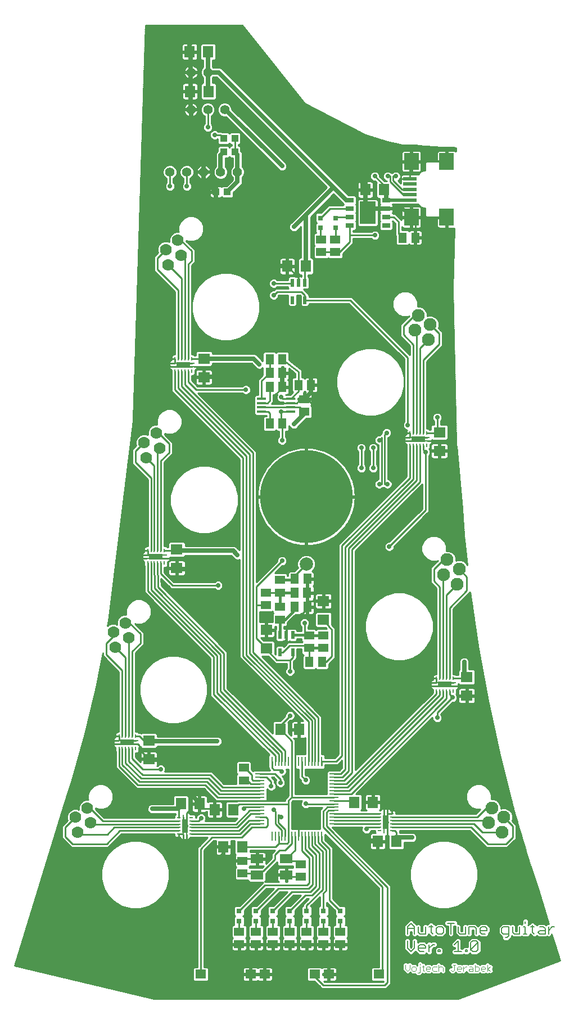
<source format=gbr>
G75*
%MOIN*%
%OFA0B0*%
%FSLAX25Y25*%
%IPPOS*%
%LPD*%
%AMOC8*
5,1,8,0,0,1.08239X$1,22.5*
%
%ADD10C,0.00600*%
%ADD11C,0.00300*%
%ADD12C,0.07000*%
%ADD13C,0.07600*%
%ADD14R,0.01100X0.05800*%
%ADD15R,0.05800X0.01100*%
%ADD16R,0.08661X0.09843*%
%ADD17R,0.07874X0.01969*%
%ADD18R,0.02165X0.04724*%
%ADD19R,0.05906X0.05118*%
%ADD20R,0.05118X0.05906*%
%ADD21C,0.07874*%
%ADD22C,0.55118*%
%ADD23R,0.05709X0.01496*%
%ADD24R,0.03937X0.04331*%
%ADD25C,0.05500*%
%ADD26R,0.04331X0.03937*%
%ADD27R,0.06299X0.07087*%
%ADD28R,0.07480X0.05512*%
%ADD29R,0.05118X0.02756*%
%ADD30R,0.09449X0.13386*%
%ADD31R,0.03150X0.03150*%
%ADD32R,0.07087X0.06299*%
%ADD33R,0.01969X0.01102*%
%ADD34R,0.03543X0.07874*%
%ADD35R,0.00984X0.02756*%
%ADD36R,0.01102X0.01969*%
%ADD37R,0.07874X0.03543*%
%ADD38R,0.02756X0.00984*%
%ADD39R,0.06299X0.05512*%
%ADD40C,0.01600*%
%ADD41C,0.01000*%
%ADD42C,0.02781*%
%ADD43C,0.02000*%
%ADD44C,0.02750*%
%ADD45C,0.01008*%
D10*
X0248385Y0033514D02*
X0250520Y0031379D01*
X0252655Y0033514D01*
X0252655Y0037784D01*
X0254830Y0034581D02*
X0255898Y0035649D01*
X0258033Y0035649D01*
X0259100Y0034581D01*
X0259100Y0033514D01*
X0254830Y0033514D01*
X0254830Y0034581D02*
X0254830Y0032446D01*
X0255898Y0031379D01*
X0258033Y0031379D01*
X0261276Y0031379D02*
X0261276Y0035649D01*
X0263411Y0035649D02*
X0264478Y0035649D01*
X0263411Y0035649D02*
X0261276Y0033514D01*
X0266647Y0032446D02*
X0267714Y0032446D01*
X0267714Y0031379D01*
X0266647Y0031379D01*
X0266647Y0032446D01*
X0266640Y0041879D02*
X0265573Y0042946D01*
X0265573Y0045081D01*
X0266640Y0046149D01*
X0268775Y0046149D01*
X0269843Y0045081D01*
X0269843Y0042946D01*
X0268775Y0041879D01*
X0266640Y0041879D01*
X0263411Y0041879D02*
X0262343Y0042946D01*
X0262343Y0047217D01*
X0261276Y0046149D02*
X0263411Y0046149D01*
X0259100Y0046149D02*
X0259100Y0041879D01*
X0255898Y0041879D01*
X0254830Y0042946D01*
X0254830Y0046149D01*
X0252655Y0046149D02*
X0252655Y0041879D01*
X0252655Y0045081D02*
X0248385Y0045081D01*
X0248385Y0046149D02*
X0250520Y0048284D01*
X0252655Y0046149D01*
X0248385Y0046149D02*
X0248385Y0041879D01*
X0248385Y0037784D02*
X0248385Y0033514D01*
X0274153Y0041879D02*
X0274153Y0048284D01*
X0272018Y0048284D02*
X0276288Y0048284D01*
X0278464Y0046149D02*
X0278464Y0042946D01*
X0279531Y0041879D01*
X0282734Y0041879D01*
X0282734Y0046149D01*
X0284909Y0046149D02*
X0288112Y0046149D01*
X0289179Y0045081D01*
X0289179Y0041879D01*
X0291355Y0042946D02*
X0291355Y0045081D01*
X0292422Y0046149D01*
X0294557Y0046149D01*
X0295625Y0045081D01*
X0295625Y0044014D01*
X0291355Y0044014D01*
X0291355Y0042946D02*
X0292422Y0041879D01*
X0294557Y0041879D01*
X0290254Y0036717D02*
X0290254Y0032446D01*
X0289186Y0031379D01*
X0287051Y0031379D01*
X0285983Y0032446D01*
X0290254Y0036717D01*
X0289186Y0037784D01*
X0287051Y0037784D01*
X0285983Y0036717D01*
X0285983Y0032446D01*
X0283828Y0032446D02*
X0283828Y0031379D01*
X0282761Y0031379D01*
X0282761Y0032446D01*
X0283828Y0032446D01*
X0280585Y0031379D02*
X0276315Y0031379D01*
X0278450Y0031379D02*
X0278450Y0037784D01*
X0276315Y0035649D01*
X0284909Y0041879D02*
X0284909Y0046149D01*
X0304246Y0045081D02*
X0304246Y0042946D01*
X0305313Y0041879D01*
X0308516Y0041879D01*
X0308516Y0040811D02*
X0308516Y0046149D01*
X0305313Y0046149D01*
X0304246Y0045081D01*
X0306381Y0039744D02*
X0307448Y0039744D01*
X0308516Y0040811D01*
X0310691Y0042946D02*
X0311759Y0041879D01*
X0314961Y0041879D01*
X0314961Y0046149D01*
X0317137Y0046149D02*
X0318204Y0046149D01*
X0318204Y0041879D01*
X0317137Y0041879D02*
X0319272Y0041879D01*
X0322501Y0042946D02*
X0323569Y0041879D01*
X0322501Y0042946D02*
X0322501Y0047217D01*
X0321434Y0046149D02*
X0323569Y0046149D01*
X0326798Y0046149D02*
X0328933Y0046149D01*
X0330001Y0045081D01*
X0330001Y0041879D01*
X0326798Y0041879D01*
X0325731Y0042946D01*
X0326798Y0044014D01*
X0330001Y0044014D01*
X0332176Y0044014D02*
X0334311Y0046149D01*
X0335379Y0046149D01*
X0332176Y0046149D02*
X0332176Y0041879D01*
X0318204Y0048284D02*
X0318204Y0049352D01*
X0310691Y0046149D02*
X0310691Y0042946D01*
D11*
X0297581Y0022448D02*
X0295729Y0021213D01*
X0297581Y0019979D01*
X0295729Y0019979D02*
X0295729Y0023682D01*
X0293898Y0022448D02*
X0294515Y0021830D01*
X0294515Y0021213D01*
X0292046Y0021213D01*
X0292046Y0020596D02*
X0292046Y0021830D01*
X0292663Y0022448D01*
X0293898Y0022448D01*
X0293898Y0019979D02*
X0292663Y0019979D01*
X0292046Y0020596D01*
X0290832Y0020596D02*
X0290832Y0021830D01*
X0290215Y0022448D01*
X0288363Y0022448D01*
X0288363Y0023682D02*
X0288363Y0019979D01*
X0290215Y0019979D01*
X0290832Y0020596D01*
X0287149Y0021213D02*
X0285297Y0021213D01*
X0284680Y0020596D01*
X0285297Y0019979D01*
X0287149Y0019979D01*
X0287149Y0021830D01*
X0286532Y0022448D01*
X0285297Y0022448D01*
X0283462Y0022448D02*
X0282845Y0022448D01*
X0281611Y0021213D01*
X0280396Y0021213D02*
X0277928Y0021213D01*
X0277928Y0020596D02*
X0277928Y0021830D01*
X0278545Y0022448D01*
X0279779Y0022448D01*
X0280396Y0021830D01*
X0280396Y0021213D01*
X0279779Y0019979D02*
X0278545Y0019979D01*
X0277928Y0020596D01*
X0276096Y0020596D02*
X0276096Y0023682D01*
X0275479Y0023682D02*
X0276713Y0023682D01*
X0276096Y0020596D02*
X0275479Y0019979D01*
X0274862Y0019979D01*
X0274244Y0020596D01*
X0269347Y0019979D02*
X0269347Y0021830D01*
X0268730Y0022448D01*
X0267495Y0022448D01*
X0266878Y0021830D01*
X0265664Y0022448D02*
X0263812Y0022448D01*
X0263195Y0021830D01*
X0263195Y0020596D01*
X0263812Y0019979D01*
X0265664Y0019979D01*
X0266878Y0019979D02*
X0266878Y0023682D01*
X0261981Y0021830D02*
X0261981Y0021213D01*
X0259512Y0021213D01*
X0259512Y0020596D02*
X0259512Y0021830D01*
X0260129Y0022448D01*
X0261363Y0022448D01*
X0261981Y0021830D01*
X0261363Y0019979D02*
X0260129Y0019979D01*
X0259512Y0020596D01*
X0258291Y0019979D02*
X0257674Y0020596D01*
X0257674Y0023065D01*
X0258291Y0022448D02*
X0257056Y0022448D01*
X0255835Y0022448D02*
X0255835Y0019362D01*
X0255218Y0018744D01*
X0254601Y0018744D01*
X0252769Y0019979D02*
X0253387Y0020596D01*
X0253387Y0021830D01*
X0252769Y0022448D01*
X0251535Y0022448D01*
X0250918Y0021830D01*
X0250918Y0020596D01*
X0251535Y0019979D01*
X0252769Y0019979D01*
X0249703Y0021213D02*
X0249703Y0023682D01*
X0247235Y0023682D02*
X0247235Y0021213D01*
X0248469Y0019979D01*
X0249703Y0021213D01*
X0255835Y0023682D02*
X0255835Y0024299D01*
X0281611Y0022448D02*
X0281611Y0019979D01*
D12*
X0101353Y0330010D03*
X0099385Y0338868D03*
X0092298Y0333356D03*
X0093479Y0324301D03*
X0081148Y0226323D03*
X0074061Y0220811D03*
X0075242Y0211756D03*
X0083116Y0217465D03*
X0058612Y0116630D03*
X0051526Y0111118D03*
X0052707Y0102063D03*
X0060581Y0107772D03*
X0106333Y0438654D03*
X0105152Y0447709D03*
X0112238Y0453220D03*
X0114207Y0444362D03*
D13*
X0252833Y0399835D03*
X0254801Y0408693D03*
X0261888Y0403181D03*
X0260707Y0394126D03*
X0271923Y0263732D03*
X0269955Y0254874D03*
X0277829Y0249165D03*
X0279010Y0258220D03*
X0298419Y0116650D03*
X0305506Y0111138D03*
X0304325Y0102083D03*
X0296451Y0107791D03*
D14*
X0197599Y0099894D03*
X0195599Y0099894D03*
X0193599Y0099894D03*
X0191699Y0099894D03*
X0189699Y0099894D03*
X0187699Y0099894D03*
X0185799Y0099894D03*
X0183799Y0099894D03*
X0181799Y0099894D03*
X0179799Y0099894D03*
X0177899Y0099894D03*
X0175899Y0099894D03*
X0173899Y0099894D03*
X0171999Y0099894D03*
X0169999Y0099894D03*
X0167999Y0099894D03*
X0167999Y0144094D03*
X0169999Y0144094D03*
X0171999Y0144094D03*
X0173899Y0144094D03*
X0175899Y0144094D03*
X0177899Y0144094D03*
X0179799Y0144094D03*
X0181799Y0144094D03*
X0183799Y0144094D03*
X0185799Y0144094D03*
X0187699Y0144094D03*
X0189699Y0144094D03*
X0191699Y0144094D03*
X0193599Y0144094D03*
X0195599Y0144094D03*
X0197599Y0144094D03*
D15*
X0204899Y0136794D03*
X0204899Y0134794D03*
X0204899Y0132794D03*
X0204899Y0130894D03*
X0204899Y0128894D03*
X0204899Y0126894D03*
X0204899Y0124994D03*
X0204899Y0122994D03*
X0204899Y0120994D03*
X0204899Y0118994D03*
X0204899Y0117094D03*
X0204899Y0115094D03*
X0204899Y0113094D03*
X0204899Y0111194D03*
X0204899Y0109194D03*
X0204899Y0107194D03*
X0160699Y0107194D03*
X0160699Y0109194D03*
X0160699Y0111194D03*
X0160699Y0113094D03*
X0160699Y0115094D03*
X0160699Y0117094D03*
X0160699Y0118994D03*
X0160699Y0120994D03*
X0160699Y0122994D03*
X0160699Y0124994D03*
X0160699Y0126894D03*
X0160699Y0128894D03*
X0160699Y0130894D03*
X0160699Y0132794D03*
X0160699Y0134794D03*
X0160699Y0136794D03*
D16*
X0250777Y0466732D03*
X0250777Y0499803D03*
X0271643Y0499803D03*
X0271643Y0466732D03*
D17*
X0249792Y0476969D03*
X0249792Y0480118D03*
X0249792Y0483268D03*
X0249792Y0486417D03*
X0249792Y0489567D03*
D18*
X0187575Y0427947D03*
X0183835Y0427947D03*
X0180094Y0427947D03*
X0180094Y0417711D03*
X0187575Y0417711D03*
X0180382Y0219124D03*
X0176642Y0219124D03*
X0172902Y0219124D03*
X0172902Y0208887D03*
X0180382Y0208887D03*
D19*
X0190057Y0211409D03*
X0190057Y0218890D03*
X0198521Y0218874D03*
X0198521Y0211394D03*
X0172827Y0228264D03*
X0172827Y0235744D03*
X0172823Y0244347D03*
X0172823Y0251828D03*
X0164429Y0244275D03*
X0164429Y0236794D03*
X0151370Y0140502D03*
X0151370Y0133022D03*
X0150563Y0085280D03*
X0150563Y0077799D03*
X0148585Y0043319D03*
X0148585Y0035839D03*
X0158585Y0035839D03*
X0158585Y0043319D03*
X0168585Y0043319D03*
X0168585Y0035839D03*
X0178585Y0035839D03*
X0178585Y0043319D03*
X0188585Y0043319D03*
X0188585Y0035839D03*
X0198585Y0035839D03*
X0198585Y0043319D03*
X0208585Y0043319D03*
X0208585Y0035839D03*
X0185063Y0075799D03*
X0185063Y0083280D03*
X0187300Y0351490D03*
X0187300Y0358970D03*
X0197186Y0446152D03*
X0197186Y0453632D03*
X0205561Y0453632D03*
X0205561Y0446152D03*
D20*
X0174173Y0382669D03*
X0166693Y0382669D03*
X0166693Y0374544D03*
X0166746Y0366113D03*
X0174226Y0366113D03*
X0174173Y0374544D03*
X0183746Y0367363D03*
X0191226Y0367363D03*
X0174226Y0344488D03*
X0166746Y0344488D03*
X0181536Y0252423D03*
X0181458Y0244077D03*
X0181518Y0235719D03*
X0188998Y0235719D03*
X0188938Y0244077D03*
X0189017Y0252423D03*
X0190234Y0203106D03*
X0197715Y0203106D03*
X0245579Y0454616D03*
X0253059Y0454616D03*
D21*
X0188413Y0261203D03*
D22*
X0188413Y0301203D03*
D23*
X0179297Y0351582D03*
X0179297Y0354141D03*
X0179297Y0356700D03*
X0179297Y0359259D03*
X0161974Y0359259D03*
X0161974Y0356700D03*
X0161974Y0354141D03*
X0161974Y0351582D03*
D24*
X0146118Y0505430D03*
X0139425Y0505430D03*
X0139426Y0513477D03*
X0146119Y0513477D03*
D25*
X0139998Y0530549D03*
X0129998Y0530549D03*
X0119998Y0530549D03*
X0120085Y0552704D03*
X0130085Y0552704D03*
X0127551Y0493548D03*
X0117551Y0493548D03*
X0107551Y0493548D03*
X0137585Y0493579D03*
X0147585Y0493579D03*
D26*
X0141618Y0481805D03*
X0134925Y0481805D03*
D27*
X0130534Y0541352D03*
X0119511Y0541352D03*
X0119261Y0564852D03*
X0130284Y0564852D03*
X0177094Y0437730D03*
X0188117Y0437730D03*
X0223573Y0483079D03*
X0234596Y0483079D03*
X0184096Y0163079D03*
X0173073Y0163079D03*
X0145096Y0115579D03*
X0134073Y0115579D03*
X0125096Y0119079D03*
X0114073Y0119079D03*
X0139323Y0093579D03*
X0150346Y0093579D03*
X0216880Y0119998D03*
X0227904Y0119998D03*
X0230823Y0096829D03*
X0241846Y0096829D03*
D28*
X0176512Y0086406D03*
X0176512Y0076957D03*
X0159189Y0076957D03*
X0159189Y0086406D03*
D29*
X0214124Y0461886D03*
X0214124Y0466886D03*
X0214124Y0471886D03*
X0214124Y0476886D03*
X0235778Y0476886D03*
X0235778Y0471886D03*
X0235778Y0466886D03*
X0235778Y0461886D03*
D30*
X0224951Y0469386D03*
D31*
X0205811Y0466344D03*
X0205811Y0460439D03*
X0196811Y0460439D03*
X0196811Y0466344D03*
X0198585Y0055531D03*
X0198585Y0049626D03*
X0208585Y0049626D03*
X0208585Y0055531D03*
X0188585Y0055531D03*
X0188585Y0049626D03*
X0178585Y0049626D03*
X0178585Y0055531D03*
X0168585Y0055531D03*
X0168585Y0049626D03*
X0158585Y0049626D03*
X0158585Y0055531D03*
X0148585Y0055531D03*
X0148585Y0049626D03*
D32*
X0095085Y0145567D03*
X0095085Y0156591D03*
X0111618Y0258817D03*
X0111618Y0269841D03*
X0164793Y0222150D03*
X0164793Y0211126D03*
X0198537Y0228204D03*
X0198537Y0239227D03*
X0267335Y0328317D03*
X0267335Y0339341D03*
X0283585Y0194091D03*
X0283585Y0183067D03*
X0127748Y0371937D03*
X0127748Y0382961D03*
D33*
X0120285Y0110959D03*
X0120285Y0108990D03*
X0120285Y0107022D03*
X0120285Y0105053D03*
X0120285Y0103085D03*
X0120285Y0101116D03*
X0112805Y0101116D03*
X0112805Y0103085D03*
X0112805Y0105053D03*
X0112805Y0107022D03*
X0112805Y0108990D03*
X0112805Y0110959D03*
X0231663Y0111161D03*
X0231663Y0109193D03*
X0231663Y0107224D03*
X0231663Y0105256D03*
X0231663Y0103287D03*
X0231663Y0113130D03*
X0239144Y0113130D03*
X0239144Y0111161D03*
X0239144Y0109193D03*
X0239144Y0107224D03*
X0239144Y0105256D03*
X0239144Y0103287D03*
D34*
X0235404Y0108209D03*
X0116545Y0106037D03*
D35*
X0115561Y0100722D03*
X0117530Y0100722D03*
X0117530Y0111352D03*
X0115561Y0111352D03*
X0234419Y0113524D03*
X0236388Y0113524D03*
X0236388Y0102894D03*
X0234419Y0102894D03*
D36*
X0265506Y0186012D03*
X0267474Y0186012D03*
X0269443Y0186012D03*
X0271411Y0186012D03*
X0273380Y0186012D03*
X0275348Y0186012D03*
X0275348Y0193492D03*
X0273380Y0193492D03*
X0271411Y0193492D03*
X0269443Y0193492D03*
X0267474Y0193492D03*
X0265506Y0193492D03*
X0259707Y0331478D03*
X0257738Y0331478D03*
X0255770Y0331478D03*
X0253801Y0331478D03*
X0251833Y0331478D03*
X0249864Y0331478D03*
X0249864Y0338959D03*
X0251833Y0338959D03*
X0253801Y0338959D03*
X0255770Y0338959D03*
X0257738Y0338959D03*
X0259707Y0338959D03*
X0120352Y0375520D03*
X0118384Y0375520D03*
X0116415Y0375520D03*
X0114447Y0375520D03*
X0112478Y0375520D03*
X0110510Y0375520D03*
X0110510Y0383000D03*
X0112478Y0383000D03*
X0114447Y0383000D03*
X0116415Y0383000D03*
X0118384Y0383000D03*
X0120352Y0383000D03*
X0104215Y0269244D03*
X0102246Y0269244D03*
X0100278Y0269244D03*
X0098309Y0269244D03*
X0096341Y0269244D03*
X0094372Y0269244D03*
X0094372Y0261764D03*
X0096341Y0261764D03*
X0098309Y0261764D03*
X0100278Y0261764D03*
X0102246Y0261764D03*
X0104215Y0261764D03*
X0087175Y0159276D03*
X0085207Y0159276D03*
X0083238Y0159276D03*
X0081270Y0159276D03*
X0079301Y0159276D03*
X0077333Y0159276D03*
X0077333Y0151795D03*
X0079301Y0151795D03*
X0081270Y0151795D03*
X0083238Y0151795D03*
X0085207Y0151795D03*
X0087175Y0151795D03*
D37*
X0082254Y0155535D03*
X0099293Y0265504D03*
X0115431Y0379260D03*
X0254785Y0335219D03*
X0270427Y0189752D03*
D38*
X0265112Y0190736D03*
X0265112Y0188768D03*
X0275742Y0188768D03*
X0275742Y0190736D03*
X0260100Y0334234D03*
X0260100Y0336203D03*
X0249470Y0336203D03*
X0249470Y0334234D03*
X0120746Y0378276D03*
X0120746Y0380244D03*
X0110116Y0380244D03*
X0110116Y0378276D03*
X0104608Y0266488D03*
X0104608Y0264520D03*
X0093978Y0264520D03*
X0093978Y0266488D03*
X0087569Y0156520D03*
X0087569Y0154551D03*
X0076939Y0154551D03*
X0076939Y0156520D03*
D39*
X0125821Y0018079D03*
X0155348Y0018079D03*
X0163821Y0018079D03*
X0193348Y0018079D03*
X0201821Y0018079D03*
X0231348Y0018079D03*
D40*
X0198521Y0211394D02*
X0198505Y0211409D01*
X0190057Y0211409D01*
X0190057Y0218890D02*
X0198505Y0218890D01*
X0198521Y0218874D01*
X0190057Y0218890D02*
X0189822Y0219124D01*
X0180382Y0219124D01*
X0175770Y0228264D02*
X0180335Y0232829D01*
X0180335Y0234536D01*
X0181518Y0235719D01*
X0181458Y0244077D02*
X0181187Y0244347D01*
X0172823Y0244347D01*
X0172827Y0244344D01*
X0172827Y0238717D01*
X0172827Y0235744D01*
X0172827Y0228264D02*
X0175770Y0228264D01*
X0172902Y0228189D02*
X0172902Y0219124D01*
X0172902Y0228189D02*
X0172827Y0228264D01*
X0188938Y0235780D02*
X0188998Y0235719D01*
X0188938Y0244077D02*
X0189017Y0244156D01*
X0189017Y0252423D01*
X0181536Y0252423D02*
X0180941Y0251828D01*
X0172823Y0251828D01*
D41*
X0045250Y0119911D02*
X0015435Y0023059D01*
X0098045Y0003500D01*
X0278364Y0003696D01*
X0338756Y0026230D01*
X0333976Y0041942D01*
X0333976Y0041133D01*
X0332922Y0040079D01*
X0331431Y0040079D01*
X0331089Y0040421D01*
X0330747Y0040079D01*
X0326053Y0040079D01*
X0325183Y0040948D01*
X0324314Y0040079D01*
X0322823Y0040079D01*
X0321756Y0041146D01*
X0321756Y0041146D01*
X0321419Y0041483D01*
X0321072Y0041830D01*
X0321072Y0041133D01*
X0320017Y0040079D01*
X0316391Y0040079D01*
X0316049Y0040421D01*
X0315707Y0040079D01*
X0311013Y0040079D01*
X0310316Y0040776D01*
X0310316Y0040066D01*
X0309262Y0039011D01*
X0308194Y0037944D01*
X0305635Y0037944D01*
X0304581Y0038998D01*
X0304581Y0040079D01*
X0304568Y0040079D01*
X0303513Y0041133D01*
X0302446Y0042201D01*
X0302446Y0045827D01*
X0303163Y0046545D01*
X0303513Y0046895D01*
X0303513Y0046895D01*
X0303850Y0047231D01*
X0304568Y0047949D01*
X0309262Y0047949D01*
X0309604Y0047607D01*
X0309946Y0047949D01*
X0311437Y0047949D01*
X0312491Y0046895D01*
X0312491Y0043692D01*
X0312504Y0043679D01*
X0313161Y0043679D01*
X0313161Y0046895D01*
X0314216Y0047949D01*
X0315707Y0047949D01*
X0316049Y0047607D01*
X0316391Y0047949D01*
X0316404Y0047949D01*
X0316404Y0050097D01*
X0317459Y0051152D01*
X0318950Y0051152D01*
X0320004Y0050097D01*
X0320004Y0047539D01*
X0319682Y0047217D01*
X0319819Y0047080D01*
X0320688Y0047949D01*
X0320701Y0047949D01*
X0320701Y0047962D01*
X0321756Y0049017D01*
X0323247Y0049017D01*
X0324301Y0047962D01*
X0324301Y0047949D01*
X0324314Y0047949D01*
X0325183Y0047080D01*
X0326053Y0047949D01*
X0329679Y0047949D01*
X0330555Y0047073D01*
X0331431Y0047949D01*
X0332149Y0047949D01*
X0325820Y0068749D01*
X0320608Y0084348D01*
X0311287Y0115965D01*
X0303103Y0147896D01*
X0296069Y0180099D01*
X0290191Y0212533D01*
X0285543Y0244709D01*
X0275380Y0234546D01*
X0275380Y0195976D01*
X0276521Y0195976D01*
X0277005Y0195492D01*
X0278541Y0195492D01*
X0278541Y0197861D01*
X0279210Y0198530D01*
X0279210Y0202466D01*
X0279194Y0202504D01*
X0279194Y0203654D01*
X0279634Y0204716D01*
X0280447Y0205529D01*
X0281510Y0205969D01*
X0282660Y0205969D01*
X0283722Y0205529D01*
X0284535Y0204716D01*
X0284975Y0203654D01*
X0284975Y0202504D01*
X0284960Y0202466D01*
X0284960Y0198740D01*
X0287749Y0198740D01*
X0288628Y0197861D01*
X0288628Y0190320D01*
X0287749Y0189441D01*
X0279420Y0189441D01*
X0278620Y0190241D01*
X0278620Y0190047D01*
X0278541Y0189752D01*
X0278620Y0189457D01*
X0278620Y0188768D01*
X0277406Y0188768D01*
X0277405Y0188768D01*
X0278620Y0188768D01*
X0278620Y0188078D01*
X0278518Y0187697D01*
X0278320Y0187355D01*
X0278041Y0187075D01*
X0277699Y0186878D01*
X0277400Y0186798D01*
X0277400Y0184406D01*
X0277122Y0184129D01*
X0277535Y0183716D01*
X0277975Y0182654D01*
X0277975Y0181504D01*
X0277535Y0180441D01*
X0276722Y0179628D01*
X0275660Y0179188D01*
X0275023Y0179188D01*
X0268085Y0172250D01*
X0268085Y0172167D01*
X0268535Y0171716D01*
X0268975Y0170654D01*
X0268975Y0169504D01*
X0268535Y0168441D01*
X0267722Y0167628D01*
X0266660Y0167188D01*
X0265510Y0167188D01*
X0264447Y0167628D01*
X0263634Y0168441D01*
X0263194Y0169504D01*
X0263194Y0170360D01*
X0217876Y0125041D01*
X0220651Y0125041D01*
X0221530Y0124163D01*
X0221530Y0115833D01*
X0220790Y0115094D01*
X0224111Y0115094D01*
X0223833Y0115254D01*
X0223554Y0115534D01*
X0223356Y0115876D01*
X0223254Y0116257D01*
X0223254Y0119498D01*
X0227403Y0119498D01*
X0227403Y0120498D01*
X0223254Y0120498D01*
X0223254Y0123739D01*
X0223356Y0124120D01*
X0223554Y0124462D01*
X0223833Y0124742D01*
X0224175Y0124939D01*
X0224556Y0125041D01*
X0227404Y0125041D01*
X0227404Y0120498D01*
X0228404Y0120498D01*
X0232553Y0120498D01*
X0232553Y0123739D01*
X0232451Y0124120D01*
X0232253Y0124462D01*
X0231974Y0124742D01*
X0231632Y0124939D01*
X0231251Y0125041D01*
X0228404Y0125041D01*
X0228404Y0120498D01*
X0228404Y0119498D01*
X0232553Y0119498D01*
X0232553Y0116257D01*
X0232451Y0115876D01*
X0232253Y0115534D01*
X0231974Y0115254D01*
X0231847Y0115181D01*
X0232449Y0115181D01*
X0232529Y0115481D01*
X0232727Y0115823D01*
X0233006Y0116102D01*
X0233348Y0116299D01*
X0233730Y0116402D01*
X0234419Y0116402D01*
X0234419Y0115187D01*
X0234419Y0115187D01*
X0234419Y0116402D01*
X0235109Y0116402D01*
X0235404Y0116323D01*
X0235698Y0116402D01*
X0236388Y0116402D01*
X0236388Y0115187D01*
X0236388Y0115187D01*
X0236388Y0116402D01*
X0237077Y0116402D01*
X0237459Y0116299D01*
X0237801Y0116102D01*
X0238080Y0115823D01*
X0238278Y0115481D01*
X0238358Y0115181D01*
X0239144Y0115181D01*
X0239144Y0113213D01*
X0239144Y0113213D01*
X0239144Y0115181D01*
X0240325Y0115181D01*
X0240707Y0115079D01*
X0241049Y0114881D01*
X0241328Y0114602D01*
X0241526Y0114260D01*
X0241628Y0113879D01*
X0241628Y0113161D01*
X0288843Y0113161D01*
X0291524Y0115843D01*
X0289053Y0115843D01*
X0286297Y0116984D01*
X0284187Y0119094D01*
X0283045Y0121851D01*
X0283045Y0124834D01*
X0284187Y0127591D01*
X0286297Y0129701D01*
X0289053Y0130843D01*
X0292037Y0130843D01*
X0294794Y0129701D01*
X0296903Y0127591D01*
X0298045Y0124834D01*
X0298045Y0121950D01*
X0299474Y0121950D01*
X0301421Y0121143D01*
X0302912Y0119652D01*
X0303719Y0117704D01*
X0303719Y0116134D01*
X0304452Y0116438D01*
X0306560Y0116438D01*
X0308508Y0115631D01*
X0309999Y0114140D01*
X0310806Y0112192D01*
X0310806Y0110084D01*
X0310356Y0108998D01*
X0312750Y0106604D01*
X0312750Y0098341D01*
X0311578Y0097169D01*
X0307598Y0093189D01*
X0295311Y0093189D01*
X0294140Y0094361D01*
X0285244Y0103256D01*
X0243736Y0103256D01*
X0243835Y0103157D01*
X0243835Y0101954D01*
X0250472Y0101954D01*
X0250510Y0101969D01*
X0251660Y0101969D01*
X0252722Y0101529D01*
X0253535Y0100716D01*
X0253975Y0099654D01*
X0253975Y0098504D01*
X0253535Y0097441D01*
X0252722Y0096628D01*
X0251660Y0096188D01*
X0250510Y0096188D01*
X0250472Y0096204D01*
X0246496Y0096204D01*
X0246496Y0092664D01*
X0245617Y0091785D01*
X0238076Y0091785D01*
X0237197Y0092664D01*
X0237197Y0100048D01*
X0237077Y0100016D01*
X0236388Y0100016D01*
X0236388Y0101230D01*
X0236388Y0101230D01*
X0236388Y0100016D01*
X0235698Y0100016D01*
X0235472Y0100076D01*
X0235472Y0097329D01*
X0231323Y0097329D01*
X0231323Y0096329D01*
X0235472Y0096329D01*
X0235472Y0093088D01*
X0235370Y0092706D01*
X0235173Y0092364D01*
X0234893Y0092085D01*
X0234551Y0091888D01*
X0234170Y0091785D01*
X0231323Y0091785D01*
X0231323Y0096329D01*
X0230323Y0096329D01*
X0226173Y0096329D01*
X0226173Y0093088D01*
X0226275Y0092706D01*
X0226473Y0092364D01*
X0226752Y0092085D01*
X0227094Y0091888D01*
X0227476Y0091785D01*
X0230323Y0091785D01*
X0230323Y0096329D01*
X0230323Y0097329D01*
X0226173Y0097329D01*
X0226173Y0100570D01*
X0226275Y0100951D01*
X0226473Y0101293D01*
X0226752Y0101572D01*
X0227094Y0101770D01*
X0227476Y0101872D01*
X0229422Y0101872D01*
X0229179Y0102115D01*
X0229179Y0103256D01*
X0226873Y0103256D01*
X0226535Y0102441D01*
X0225722Y0101628D01*
X0224660Y0101188D01*
X0223510Y0101188D01*
X0222447Y0101628D01*
X0221634Y0102441D01*
X0221194Y0103504D01*
X0221194Y0104654D01*
X0221430Y0105224D01*
X0208501Y0105224D01*
X0208421Y0105144D01*
X0203848Y0105144D01*
X0237413Y0071579D01*
X0238585Y0070407D01*
X0238585Y0012500D01*
X0237413Y0011329D01*
X0235663Y0009579D01*
X0197506Y0009579D01*
X0196335Y0010750D01*
X0193262Y0013823D01*
X0189577Y0013823D01*
X0188699Y0014702D01*
X0188699Y0021456D01*
X0189577Y0022335D01*
X0197119Y0022335D01*
X0197585Y0021869D01*
X0197750Y0022035D01*
X0198092Y0022232D01*
X0198474Y0022335D01*
X0201321Y0022335D01*
X0201321Y0018579D01*
X0202321Y0018579D01*
X0202321Y0022335D01*
X0205168Y0022335D01*
X0205549Y0022232D01*
X0205891Y0022035D01*
X0206171Y0021756D01*
X0206368Y0021414D01*
X0206470Y0021032D01*
X0206470Y0018579D01*
X0202321Y0018579D01*
X0202321Y0017579D01*
X0206470Y0017579D01*
X0206470Y0015125D01*
X0206368Y0014744D01*
X0206171Y0014402D01*
X0205891Y0014123D01*
X0205549Y0013925D01*
X0205168Y0013823D01*
X0202321Y0013823D01*
X0202321Y0017579D01*
X0201321Y0017579D01*
X0197998Y0017579D01*
X0197998Y0018579D01*
X0201321Y0018579D01*
X0201321Y0017579D01*
X0201321Y0013823D01*
X0198919Y0013823D01*
X0199163Y0013579D01*
X0234006Y0013579D01*
X0234250Y0013823D01*
X0227577Y0013823D01*
X0226699Y0014702D01*
X0226699Y0021456D01*
X0227577Y0022335D01*
X0231585Y0022335D01*
X0231585Y0069000D01*
X0199649Y0100936D01*
X0199649Y0097593D01*
X0204085Y0093157D01*
X0204085Y0062860D01*
X0208338Y0058606D01*
X0210781Y0058606D01*
X0211659Y0057728D01*
X0211659Y0053335D01*
X0210903Y0052579D01*
X0211659Y0051822D01*
X0211659Y0047430D01*
X0211608Y0047378D01*
X0212159Y0047378D01*
X0213037Y0046499D01*
X0213037Y0040139D01*
X0212478Y0039579D01*
X0212738Y0039319D01*
X0212935Y0038977D01*
X0213037Y0038595D01*
X0213037Y0036339D01*
X0209085Y0036339D01*
X0209085Y0035339D01*
X0213037Y0035339D01*
X0213037Y0033082D01*
X0212935Y0032701D01*
X0212738Y0032359D01*
X0212458Y0032079D01*
X0212116Y0031882D01*
X0211735Y0031780D01*
X0209085Y0031780D01*
X0209085Y0035339D01*
X0208085Y0035339D01*
X0204132Y0035339D01*
X0204132Y0033082D01*
X0204234Y0032701D01*
X0204432Y0032359D01*
X0204711Y0032079D01*
X0205053Y0031882D01*
X0205434Y0031780D01*
X0208085Y0031780D01*
X0208085Y0035339D01*
X0208085Y0036339D01*
X0204132Y0036339D01*
X0204132Y0038595D01*
X0204234Y0038977D01*
X0204432Y0039319D01*
X0204692Y0039579D01*
X0204132Y0040139D01*
X0204132Y0046499D01*
X0205011Y0047378D01*
X0205562Y0047378D01*
X0205510Y0047430D01*
X0205510Y0051822D01*
X0206266Y0052579D01*
X0205510Y0053335D01*
X0205510Y0055778D01*
X0201256Y0060031D01*
X0200585Y0060703D01*
X0200585Y0058606D01*
X0200781Y0058606D01*
X0201659Y0057728D01*
X0201659Y0053335D01*
X0200903Y0052579D01*
X0201659Y0051822D01*
X0201659Y0047430D01*
X0201608Y0047378D01*
X0202159Y0047378D01*
X0203037Y0046499D01*
X0203037Y0040139D01*
X0202478Y0039579D01*
X0202738Y0039319D01*
X0202935Y0038977D01*
X0203037Y0038595D01*
X0203037Y0036339D01*
X0199085Y0036339D01*
X0199085Y0035339D01*
X0203037Y0035339D01*
X0203037Y0033082D01*
X0202935Y0032701D01*
X0202738Y0032359D01*
X0202458Y0032079D01*
X0202116Y0031882D01*
X0201735Y0031780D01*
X0199085Y0031780D01*
X0199085Y0035339D01*
X0198085Y0035339D01*
X0194132Y0035339D01*
X0194132Y0033082D01*
X0194234Y0032701D01*
X0194432Y0032359D01*
X0194711Y0032079D01*
X0195053Y0031882D01*
X0195434Y0031780D01*
X0198085Y0031780D01*
X0198085Y0035339D01*
X0198085Y0036339D01*
X0194132Y0036339D01*
X0194132Y0038595D01*
X0194234Y0038977D01*
X0194432Y0039319D01*
X0194692Y0039579D01*
X0194132Y0040139D01*
X0194132Y0046499D01*
X0195011Y0047378D01*
X0195562Y0047378D01*
X0195510Y0047430D01*
X0195510Y0051822D01*
X0196266Y0052579D01*
X0195510Y0053335D01*
X0195510Y0057728D01*
X0196389Y0058606D01*
X0196585Y0058606D01*
X0196585Y0064000D01*
X0190986Y0058401D01*
X0191659Y0057728D01*
X0191659Y0053335D01*
X0190903Y0052579D01*
X0191659Y0051822D01*
X0191659Y0047430D01*
X0191608Y0047378D01*
X0192159Y0047378D01*
X0193037Y0046499D01*
X0193037Y0040139D01*
X0192478Y0039579D01*
X0192738Y0039319D01*
X0192935Y0038977D01*
X0193037Y0038595D01*
X0193037Y0036339D01*
X0189085Y0036339D01*
X0189085Y0035339D01*
X0193037Y0035339D01*
X0193037Y0033082D01*
X0192935Y0032701D01*
X0192738Y0032359D01*
X0192458Y0032079D01*
X0192116Y0031882D01*
X0191735Y0031780D01*
X0189085Y0031780D01*
X0189085Y0035339D01*
X0188085Y0035339D01*
X0184132Y0035339D01*
X0184132Y0033082D01*
X0184234Y0032701D01*
X0184432Y0032359D01*
X0184711Y0032079D01*
X0185053Y0031882D01*
X0185434Y0031780D01*
X0188085Y0031780D01*
X0188085Y0035339D01*
X0188085Y0036339D01*
X0184132Y0036339D01*
X0184132Y0038595D01*
X0184234Y0038977D01*
X0184432Y0039319D01*
X0184692Y0039579D01*
X0184132Y0040139D01*
X0184132Y0046499D01*
X0185011Y0047378D01*
X0185562Y0047378D01*
X0185510Y0047430D01*
X0185510Y0051822D01*
X0186266Y0052579D01*
X0185510Y0053335D01*
X0185510Y0057728D01*
X0186389Y0058606D01*
X0186585Y0058606D01*
X0186585Y0059657D01*
X0187756Y0060829D01*
X0189756Y0062829D01*
X0188710Y0062829D01*
X0181659Y0055778D01*
X0181659Y0053335D01*
X0180903Y0052579D01*
X0181659Y0051822D01*
X0181659Y0047430D01*
X0181608Y0047378D01*
X0182159Y0047378D01*
X0183037Y0046499D01*
X0183037Y0040139D01*
X0182478Y0039579D01*
X0182738Y0039319D01*
X0182935Y0038977D01*
X0183037Y0038595D01*
X0183037Y0036339D01*
X0179085Y0036339D01*
X0179085Y0035339D01*
X0183037Y0035339D01*
X0183037Y0033082D01*
X0182935Y0032701D01*
X0182738Y0032359D01*
X0182458Y0032079D01*
X0182116Y0031882D01*
X0181735Y0031780D01*
X0179085Y0031780D01*
X0179085Y0035339D01*
X0178085Y0035339D01*
X0174132Y0035339D01*
X0174132Y0033082D01*
X0174234Y0032701D01*
X0174432Y0032359D01*
X0174711Y0032079D01*
X0175053Y0031882D01*
X0175434Y0031780D01*
X0178085Y0031780D01*
X0178085Y0035339D01*
X0178085Y0036339D01*
X0174132Y0036339D01*
X0174132Y0038595D01*
X0174234Y0038977D01*
X0174432Y0039319D01*
X0174692Y0039579D01*
X0174132Y0040139D01*
X0174132Y0046499D01*
X0175011Y0047378D01*
X0175562Y0047378D01*
X0175510Y0047430D01*
X0175510Y0051822D01*
X0176266Y0052579D01*
X0175510Y0053335D01*
X0175510Y0057728D01*
X0176389Y0058606D01*
X0178831Y0058606D01*
X0185053Y0064829D01*
X0180710Y0064829D01*
X0171659Y0055778D01*
X0171659Y0053335D01*
X0170903Y0052579D01*
X0171659Y0051822D01*
X0171659Y0047430D01*
X0171608Y0047378D01*
X0172159Y0047378D01*
X0173037Y0046499D01*
X0173037Y0040139D01*
X0172478Y0039579D01*
X0172738Y0039319D01*
X0172935Y0038977D01*
X0173037Y0038595D01*
X0173037Y0036339D01*
X0169085Y0036339D01*
X0169085Y0035339D01*
X0173037Y0035339D01*
X0173037Y0033082D01*
X0172935Y0032701D01*
X0172738Y0032359D01*
X0172458Y0032079D01*
X0172116Y0031882D01*
X0171735Y0031780D01*
X0169085Y0031780D01*
X0169085Y0035339D01*
X0168085Y0035339D01*
X0164132Y0035339D01*
X0164132Y0033082D01*
X0164234Y0032701D01*
X0164432Y0032359D01*
X0164711Y0032079D01*
X0165053Y0031882D01*
X0165434Y0031780D01*
X0168085Y0031780D01*
X0168085Y0035339D01*
X0168085Y0036339D01*
X0164132Y0036339D01*
X0164132Y0038595D01*
X0164234Y0038977D01*
X0164432Y0039319D01*
X0164692Y0039579D01*
X0164132Y0040139D01*
X0164132Y0046499D01*
X0165011Y0047378D01*
X0165562Y0047378D01*
X0165510Y0047430D01*
X0165510Y0051822D01*
X0166266Y0052579D01*
X0165510Y0053335D01*
X0165510Y0057728D01*
X0166389Y0058606D01*
X0168831Y0058606D01*
X0177053Y0066829D01*
X0172710Y0066829D01*
X0161659Y0055778D01*
X0161659Y0053335D01*
X0160903Y0052579D01*
X0161659Y0051822D01*
X0161659Y0047430D01*
X0161608Y0047378D01*
X0162159Y0047378D01*
X0163037Y0046499D01*
X0163037Y0040139D01*
X0162478Y0039579D01*
X0162738Y0039319D01*
X0162935Y0038977D01*
X0163037Y0038595D01*
X0163037Y0036339D01*
X0159085Y0036339D01*
X0159085Y0035339D01*
X0163037Y0035339D01*
X0163037Y0033082D01*
X0162935Y0032701D01*
X0162738Y0032359D01*
X0162458Y0032079D01*
X0162116Y0031882D01*
X0161735Y0031780D01*
X0159085Y0031780D01*
X0159085Y0035339D01*
X0158085Y0035339D01*
X0154132Y0035339D01*
X0154132Y0033082D01*
X0154234Y0032701D01*
X0154432Y0032359D01*
X0154711Y0032079D01*
X0155053Y0031882D01*
X0155434Y0031780D01*
X0158085Y0031780D01*
X0158085Y0035339D01*
X0158085Y0036339D01*
X0154132Y0036339D01*
X0154132Y0038595D01*
X0154234Y0038977D01*
X0154432Y0039319D01*
X0154692Y0039579D01*
X0154132Y0040139D01*
X0154132Y0046499D01*
X0155011Y0047378D01*
X0155562Y0047378D01*
X0155510Y0047430D01*
X0155510Y0051822D01*
X0156266Y0052579D01*
X0155510Y0053335D01*
X0155510Y0057728D01*
X0156389Y0058606D01*
X0158831Y0058606D01*
X0169053Y0068829D01*
X0164710Y0068829D01*
X0151659Y0055778D01*
X0151659Y0053335D01*
X0150903Y0052579D01*
X0151659Y0051822D01*
X0151659Y0047430D01*
X0151608Y0047378D01*
X0152159Y0047378D01*
X0153037Y0046499D01*
X0153037Y0040139D01*
X0152478Y0039579D01*
X0152738Y0039319D01*
X0152935Y0038977D01*
X0153037Y0038595D01*
X0153037Y0036339D01*
X0149085Y0036339D01*
X0149085Y0035339D01*
X0153037Y0035339D01*
X0153037Y0033082D01*
X0152935Y0032701D01*
X0152738Y0032359D01*
X0152458Y0032079D01*
X0152116Y0031882D01*
X0151735Y0031780D01*
X0149085Y0031780D01*
X0149085Y0035339D01*
X0148085Y0035339D01*
X0144132Y0035339D01*
X0144132Y0033082D01*
X0144234Y0032701D01*
X0144432Y0032359D01*
X0144711Y0032079D01*
X0145053Y0031882D01*
X0145434Y0031780D01*
X0148085Y0031780D01*
X0148085Y0035339D01*
X0148085Y0036339D01*
X0144132Y0036339D01*
X0144132Y0038595D01*
X0144234Y0038977D01*
X0144432Y0039319D01*
X0144692Y0039579D01*
X0144132Y0040139D01*
X0144132Y0046499D01*
X0145011Y0047378D01*
X0145562Y0047378D01*
X0145510Y0047430D01*
X0145510Y0051822D01*
X0146266Y0052579D01*
X0145510Y0053335D01*
X0145510Y0057728D01*
X0146389Y0058606D01*
X0148831Y0058606D01*
X0162926Y0072701D01*
X0154827Y0072701D01*
X0153949Y0073579D01*
X0153949Y0073740D01*
X0146989Y0073740D01*
X0146110Y0074619D01*
X0146110Y0080980D01*
X0146670Y0081539D01*
X0146410Y0081799D01*
X0146212Y0082141D01*
X0146110Y0082523D01*
X0146110Y0084780D01*
X0150063Y0084780D01*
X0150063Y0085779D01*
X0146110Y0085779D01*
X0146110Y0088036D01*
X0146212Y0088418D01*
X0146389Y0088722D01*
X0145697Y0089414D01*
X0145697Y0097079D01*
X0143972Y0097079D01*
X0143972Y0094079D01*
X0139823Y0094079D01*
X0139823Y0093079D01*
X0143972Y0093079D01*
X0143972Y0089838D01*
X0143870Y0089456D01*
X0143673Y0089114D01*
X0143393Y0088835D01*
X0143051Y0088638D01*
X0142670Y0088535D01*
X0139823Y0088535D01*
X0139823Y0093079D01*
X0138823Y0093079D01*
X0134673Y0093079D01*
X0134673Y0089838D01*
X0134775Y0089456D01*
X0134973Y0089114D01*
X0135252Y0088835D01*
X0135594Y0088638D01*
X0135976Y0088535D01*
X0138823Y0088535D01*
X0138823Y0093079D01*
X0138823Y0094079D01*
X0134673Y0094079D01*
X0134673Y0097079D01*
X0133413Y0097079D01*
X0127821Y0091487D01*
X0127821Y0022335D01*
X0129592Y0022335D01*
X0130470Y0021456D01*
X0130470Y0014702D01*
X0129592Y0013823D01*
X0122050Y0013823D01*
X0121171Y0014702D01*
X0121171Y0021456D01*
X0122050Y0022335D01*
X0123821Y0022335D01*
X0123821Y0093143D01*
X0124992Y0094315D01*
X0129794Y0099116D01*
X0121942Y0099116D01*
X0121891Y0099065D01*
X0119500Y0099065D01*
X0119419Y0098766D01*
X0119222Y0098423D01*
X0118943Y0098144D01*
X0118601Y0097947D01*
X0118219Y0097844D01*
X0117530Y0097844D01*
X0117530Y0099059D01*
X0117529Y0099059D01*
X0117529Y0097844D01*
X0116840Y0097844D01*
X0116545Y0097923D01*
X0116251Y0097844D01*
X0115561Y0097844D01*
X0115561Y0099059D01*
X0115561Y0099059D01*
X0115561Y0097844D01*
X0114871Y0097844D01*
X0114490Y0097947D01*
X0114148Y0098144D01*
X0113869Y0098423D01*
X0113671Y0098766D01*
X0113591Y0099065D01*
X0112805Y0099065D01*
X0112805Y0101033D01*
X0112805Y0101033D01*
X0112805Y0099065D01*
X0111623Y0099065D01*
X0111242Y0099167D01*
X0110900Y0099365D01*
X0110621Y0099644D01*
X0110423Y0099986D01*
X0110321Y0100367D01*
X0110321Y0101085D01*
X0078669Y0101085D01*
X0072085Y0094500D01*
X0070913Y0093329D01*
X0049006Y0093329D01*
X0044756Y0097579D01*
X0043585Y0098750D01*
X0043585Y0106006D01*
X0046870Y0109291D01*
X0046526Y0110124D01*
X0046526Y0112113D01*
X0047287Y0113950D01*
X0048693Y0115357D01*
X0050531Y0116118D01*
X0052520Y0116118D01*
X0053612Y0115666D01*
X0053612Y0117624D01*
X0054373Y0119462D01*
X0055780Y0120869D01*
X0057618Y0121630D01*
X0059070Y0121630D01*
X0058986Y0121831D01*
X0058986Y0124815D01*
X0060128Y0127571D01*
X0062238Y0129681D01*
X0064994Y0130823D01*
X0067978Y0130823D01*
X0070735Y0129681D01*
X0072844Y0127571D01*
X0073986Y0124815D01*
X0073986Y0121831D01*
X0072844Y0119074D01*
X0070735Y0116965D01*
X0067978Y0115823D01*
X0064994Y0115823D01*
X0063612Y0116395D01*
X0063612Y0115880D01*
X0068502Y0110990D01*
X0110321Y0110990D01*
X0110321Y0112131D01*
X0110805Y0112615D01*
X0110805Y0113204D01*
X0097697Y0113204D01*
X0097660Y0113188D01*
X0096510Y0113188D01*
X0095447Y0113628D01*
X0094634Y0114441D01*
X0094194Y0115504D01*
X0094194Y0116654D01*
X0094634Y0117716D01*
X0095447Y0118529D01*
X0096510Y0118969D01*
X0097660Y0118969D01*
X0097697Y0118954D01*
X0109423Y0118954D01*
X0109423Y0123243D01*
X0110302Y0124122D01*
X0117844Y0124122D01*
X0118722Y0123243D01*
X0118722Y0114914D01*
X0118039Y0114230D01*
X0118219Y0114230D01*
X0118601Y0114128D01*
X0118943Y0113931D01*
X0119222Y0113651D01*
X0119419Y0113309D01*
X0119500Y0113010D01*
X0121891Y0113010D01*
X0122770Y0112131D01*
X0122770Y0110990D01*
X0123194Y0110990D01*
X0123194Y0111154D01*
X0123634Y0112216D01*
X0124447Y0113029D01*
X0125510Y0113469D01*
X0126660Y0113469D01*
X0127722Y0113029D01*
X0128535Y0112216D01*
X0128975Y0111154D01*
X0128975Y0110004D01*
X0128568Y0109022D01*
X0145949Y0109022D01*
X0147463Y0110535D01*
X0141326Y0110535D01*
X0140447Y0111414D01*
X0140447Y0119743D01*
X0141326Y0120622D01*
X0147311Y0120622D01*
X0147683Y0120994D01*
X0157128Y0120994D01*
X0157128Y0120994D01*
X0134841Y0120994D01*
X0127756Y0128079D01*
X0087756Y0128079D01*
X0075333Y0140502D01*
X0075333Y0150139D01*
X0075281Y0150190D01*
X0075281Y0152581D01*
X0074982Y0152661D01*
X0074640Y0152859D01*
X0074361Y0153138D01*
X0074163Y0153480D01*
X0074061Y0153862D01*
X0074061Y0154551D01*
X0075276Y0154551D01*
X0075275Y0154551D01*
X0074061Y0154551D01*
X0074061Y0155241D01*
X0074140Y0155535D01*
X0074061Y0155830D01*
X0074061Y0156520D01*
X0075276Y0156520D01*
X0075275Y0156520D01*
X0074061Y0156520D01*
X0074061Y0157209D01*
X0074163Y0157591D01*
X0074361Y0157933D01*
X0074640Y0158212D01*
X0074982Y0158410D01*
X0075281Y0158490D01*
X0075281Y0159276D01*
X0077250Y0159276D01*
X0077250Y0159276D01*
X0075281Y0159276D01*
X0075281Y0160457D01*
X0075384Y0160839D01*
X0075581Y0161181D01*
X0075860Y0161460D01*
X0076203Y0161658D01*
X0076584Y0161760D01*
X0077301Y0161760D01*
X0077301Y0197368D01*
X0069004Y0205665D01*
X0067833Y0206837D01*
X0067833Y0208683D01*
X0063782Y0188104D01*
X0057229Y0160588D01*
X0049596Y0133351D01*
X0045250Y0119911D01*
X0045283Y0120015D02*
X0054926Y0120015D01*
X0054189Y0119016D02*
X0044974Y0119016D01*
X0044667Y0118018D02*
X0053775Y0118018D01*
X0053612Y0117019D02*
X0044359Y0117019D01*
X0044052Y0116021D02*
X0050296Y0116021D01*
X0048359Y0115022D02*
X0043745Y0115022D01*
X0043437Y0114024D02*
X0047360Y0114024D01*
X0046904Y0113025D02*
X0043130Y0113025D01*
X0042823Y0112027D02*
X0046526Y0112027D01*
X0046526Y0111028D02*
X0042515Y0111028D01*
X0042208Y0110030D02*
X0046564Y0110030D01*
X0046610Y0109031D02*
X0041900Y0109031D01*
X0041593Y0108033D02*
X0045612Y0108033D01*
X0044613Y0107034D02*
X0041286Y0107034D01*
X0040978Y0106036D02*
X0043615Y0106036D01*
X0043585Y0105037D02*
X0040671Y0105037D01*
X0040363Y0104039D02*
X0043585Y0104039D01*
X0043585Y0103040D02*
X0040056Y0103040D01*
X0039749Y0102042D02*
X0043585Y0102042D01*
X0043585Y0101043D02*
X0039441Y0101043D01*
X0039134Y0100045D02*
X0043585Y0100045D01*
X0043585Y0099046D02*
X0038827Y0099046D01*
X0038519Y0098047D02*
X0044287Y0098047D01*
X0045286Y0097049D02*
X0038212Y0097049D01*
X0037904Y0096050D02*
X0046284Y0096050D01*
X0047283Y0095052D02*
X0037597Y0095052D01*
X0037290Y0094053D02*
X0048282Y0094053D01*
X0049835Y0095329D02*
X0045585Y0099579D01*
X0045585Y0105177D01*
X0051526Y0111118D01*
X0052755Y0116021D02*
X0053612Y0116021D01*
X0058612Y0116630D02*
X0059413Y0115829D01*
X0060835Y0115829D01*
X0067673Y0108990D01*
X0112805Y0108990D01*
X0112805Y0107022D02*
X0061331Y0107022D01*
X0060581Y0107772D01*
X0053941Y0100829D02*
X0052707Y0102063D01*
X0053941Y0100829D02*
X0070335Y0100829D01*
X0074559Y0105053D01*
X0112805Y0105053D01*
X0112805Y0103085D02*
X0077841Y0103085D01*
X0070085Y0095329D01*
X0049835Y0095329D01*
X0036982Y0093055D02*
X0074478Y0093055D01*
X0074664Y0093240D02*
X0070900Y0089476D01*
X0068238Y0084866D01*
X0066860Y0079725D01*
X0066860Y0074401D01*
X0068238Y0069260D01*
X0070900Y0064650D01*
X0074664Y0060886D01*
X0079273Y0058224D01*
X0084415Y0056846D01*
X0089738Y0056846D01*
X0094880Y0058224D01*
X0099490Y0060886D01*
X0103254Y0064650D01*
X0105916Y0069260D01*
X0107293Y0074401D01*
X0107293Y0079725D01*
X0105916Y0084866D01*
X0103254Y0089476D01*
X0099490Y0093240D01*
X0094880Y0095902D01*
X0089738Y0097280D01*
X0084415Y0097280D01*
X0079273Y0095902D01*
X0074664Y0093240D01*
X0076072Y0094053D02*
X0071638Y0094053D01*
X0072636Y0095052D02*
X0077802Y0095052D01*
X0079828Y0096050D02*
X0073635Y0096050D01*
X0074633Y0097049D02*
X0083555Y0097049D01*
X0078627Y0101043D02*
X0110321Y0101043D01*
X0110407Y0100045D02*
X0077629Y0100045D01*
X0076630Y0099046D02*
X0113596Y0099046D01*
X0114315Y0098047D02*
X0075632Y0098047D01*
X0073480Y0092056D02*
X0036675Y0092056D01*
X0036367Y0091058D02*
X0072481Y0091058D01*
X0071483Y0090059D02*
X0036060Y0090059D01*
X0035753Y0089061D02*
X0070660Y0089061D01*
X0070083Y0088062D02*
X0035445Y0088062D01*
X0035138Y0087064D02*
X0069507Y0087064D01*
X0068930Y0086065D02*
X0034831Y0086065D01*
X0034523Y0085067D02*
X0068354Y0085067D01*
X0068024Y0084068D02*
X0034216Y0084068D01*
X0033908Y0083070D02*
X0067757Y0083070D01*
X0067489Y0082071D02*
X0033601Y0082071D01*
X0033294Y0081073D02*
X0067222Y0081073D01*
X0066954Y0080074D02*
X0032986Y0080074D01*
X0032679Y0079076D02*
X0066860Y0079076D01*
X0066860Y0078077D02*
X0032371Y0078077D01*
X0032064Y0077079D02*
X0066860Y0077079D01*
X0066860Y0076080D02*
X0031757Y0076080D01*
X0031449Y0075082D02*
X0066860Y0075082D01*
X0066945Y0074083D02*
X0031142Y0074083D01*
X0030835Y0073085D02*
X0067213Y0073085D01*
X0067481Y0072086D02*
X0030527Y0072086D01*
X0030220Y0071088D02*
X0067748Y0071088D01*
X0068016Y0070089D02*
X0029912Y0070089D01*
X0029605Y0069091D02*
X0068336Y0069091D01*
X0068912Y0068092D02*
X0029298Y0068092D01*
X0028990Y0067094D02*
X0069489Y0067094D01*
X0070065Y0066095D02*
X0028683Y0066095D01*
X0028376Y0065097D02*
X0070642Y0065097D01*
X0071451Y0064098D02*
X0028068Y0064098D01*
X0027761Y0063100D02*
X0072450Y0063100D01*
X0073448Y0062101D02*
X0027453Y0062101D01*
X0027146Y0061103D02*
X0074447Y0061103D01*
X0076017Y0060104D02*
X0026839Y0060104D01*
X0026531Y0059106D02*
X0077747Y0059106D01*
X0079711Y0058107D02*
X0026224Y0058107D01*
X0025916Y0057109D02*
X0083437Y0057109D01*
X0090716Y0057109D02*
X0123821Y0057109D01*
X0123821Y0058107D02*
X0094443Y0058107D01*
X0096407Y0059106D02*
X0123821Y0059106D01*
X0123821Y0060104D02*
X0098136Y0060104D01*
X0099707Y0061103D02*
X0123821Y0061103D01*
X0123821Y0062101D02*
X0100705Y0062101D01*
X0101704Y0063100D02*
X0123821Y0063100D01*
X0123821Y0064098D02*
X0102702Y0064098D01*
X0103512Y0065097D02*
X0123821Y0065097D01*
X0123821Y0066095D02*
X0104088Y0066095D01*
X0104665Y0067094D02*
X0123821Y0067094D01*
X0123821Y0068092D02*
X0105241Y0068092D01*
X0105818Y0069091D02*
X0123821Y0069091D01*
X0123821Y0070089D02*
X0106138Y0070089D01*
X0106405Y0071088D02*
X0123821Y0071088D01*
X0123821Y0072086D02*
X0106673Y0072086D01*
X0106940Y0073085D02*
X0123821Y0073085D01*
X0123821Y0074083D02*
X0107208Y0074083D01*
X0107293Y0075082D02*
X0123821Y0075082D01*
X0123821Y0076080D02*
X0107293Y0076080D01*
X0107293Y0077079D02*
X0123821Y0077079D01*
X0123821Y0078077D02*
X0107293Y0078077D01*
X0107293Y0079076D02*
X0123821Y0079076D01*
X0123821Y0080074D02*
X0107200Y0080074D01*
X0106932Y0081073D02*
X0123821Y0081073D01*
X0123821Y0082071D02*
X0106664Y0082071D01*
X0106397Y0083070D02*
X0123821Y0083070D01*
X0123821Y0084068D02*
X0106129Y0084068D01*
X0105800Y0085067D02*
X0123821Y0085067D01*
X0123821Y0086065D02*
X0105223Y0086065D01*
X0104647Y0087064D02*
X0123821Y0087064D01*
X0123821Y0088062D02*
X0104070Y0088062D01*
X0103494Y0089061D02*
X0123821Y0089061D01*
X0123821Y0090059D02*
X0102671Y0090059D01*
X0101672Y0091058D02*
X0123821Y0091058D01*
X0123821Y0092056D02*
X0100674Y0092056D01*
X0099675Y0093055D02*
X0123821Y0093055D01*
X0124731Y0094053D02*
X0098082Y0094053D01*
X0096352Y0095052D02*
X0125729Y0095052D01*
X0126728Y0096050D02*
X0094325Y0096050D01*
X0090599Y0097049D02*
X0127726Y0097049D01*
X0128725Y0098047D02*
X0118775Y0098047D01*
X0119495Y0099046D02*
X0129723Y0099046D01*
X0132585Y0099079D02*
X0125821Y0092315D01*
X0125821Y0018079D01*
X0130470Y0018167D02*
X0154848Y0018167D01*
X0154848Y0018579D02*
X0154848Y0017579D01*
X0150699Y0017579D01*
X0150699Y0015125D01*
X0150801Y0014744D01*
X0150999Y0014402D01*
X0151278Y0014123D01*
X0151620Y0013925D01*
X0152001Y0013823D01*
X0154848Y0013823D01*
X0154848Y0017579D01*
X0155848Y0017579D01*
X0155848Y0013823D01*
X0158696Y0013823D01*
X0159077Y0013925D01*
X0159419Y0014123D01*
X0159585Y0014288D01*
X0159750Y0014123D01*
X0160092Y0013925D01*
X0160474Y0013823D01*
X0163321Y0013823D01*
X0163321Y0017579D01*
X0159171Y0017579D01*
X0155848Y0017579D01*
X0155848Y0018579D01*
X0154848Y0018579D01*
X0150699Y0018579D01*
X0150699Y0021032D01*
X0150801Y0021414D01*
X0150999Y0021756D01*
X0151278Y0022035D01*
X0151620Y0022232D01*
X0152001Y0022335D01*
X0154848Y0022335D01*
X0154848Y0018579D01*
X0154848Y0019165D02*
X0155848Y0019165D01*
X0155848Y0018579D02*
X0155848Y0022335D01*
X0158696Y0022335D01*
X0159077Y0022232D01*
X0159419Y0022035D01*
X0159585Y0021869D01*
X0159750Y0022035D01*
X0160092Y0022232D01*
X0160474Y0022335D01*
X0163321Y0022335D01*
X0163321Y0018579D01*
X0164321Y0018579D01*
X0164321Y0022335D01*
X0167168Y0022335D01*
X0167549Y0022232D01*
X0167891Y0022035D01*
X0168171Y0021756D01*
X0168368Y0021414D01*
X0168470Y0021032D01*
X0168470Y0018579D01*
X0164321Y0018579D01*
X0164321Y0017579D01*
X0168470Y0017579D01*
X0168470Y0015125D01*
X0168368Y0014744D01*
X0168171Y0014402D01*
X0167891Y0014123D01*
X0167549Y0013925D01*
X0167168Y0013823D01*
X0164321Y0013823D01*
X0164321Y0017579D01*
X0163321Y0017579D01*
X0163321Y0018579D01*
X0155848Y0018579D01*
X0155848Y0018167D02*
X0163321Y0018167D01*
X0163821Y0018079D02*
X0155348Y0018079D01*
X0155348Y0024343D01*
X0158585Y0027579D01*
X0158585Y0035839D01*
X0188585Y0035839D01*
X0198585Y0035839D01*
X0198585Y0027579D01*
X0201821Y0024343D01*
X0201821Y0018079D01*
X0200835Y0018079D01*
X0201321Y0018167D02*
X0197998Y0018167D01*
X0201321Y0019165D02*
X0202321Y0019165D01*
X0202321Y0018167D02*
X0226699Y0018167D01*
X0226699Y0019165D02*
X0206470Y0019165D01*
X0206470Y0020164D02*
X0226699Y0020164D01*
X0226699Y0021162D02*
X0206436Y0021162D01*
X0205674Y0022161D02*
X0227403Y0022161D01*
X0231585Y0023159D02*
X0127821Y0023159D01*
X0127821Y0024158D02*
X0231585Y0024158D01*
X0231585Y0025156D02*
X0127821Y0025156D01*
X0127821Y0026155D02*
X0231585Y0026155D01*
X0231585Y0027153D02*
X0127821Y0027153D01*
X0127821Y0028152D02*
X0231585Y0028152D01*
X0231585Y0029150D02*
X0127821Y0029150D01*
X0127821Y0030149D02*
X0231585Y0030149D01*
X0231585Y0031147D02*
X0127821Y0031147D01*
X0127821Y0032146D02*
X0144644Y0032146D01*
X0144132Y0033144D02*
X0127821Y0033144D01*
X0127821Y0034143D02*
X0144132Y0034143D01*
X0144132Y0035141D02*
X0127821Y0035141D01*
X0127821Y0036140D02*
X0148085Y0036140D01*
X0148585Y0035839D02*
X0143825Y0035839D01*
X0138585Y0041079D01*
X0138585Y0088079D01*
X0138585Y0093579D01*
X0139323Y0093579D01*
X0139823Y0094053D02*
X0145697Y0094053D01*
X0145697Y0093055D02*
X0143972Y0093055D01*
X0143972Y0092056D02*
X0145697Y0092056D01*
X0145697Y0091058D02*
X0143972Y0091058D01*
X0143972Y0090059D02*
X0145697Y0090059D01*
X0146050Y0089061D02*
X0143619Y0089061D01*
X0146117Y0088062D02*
X0127821Y0088062D01*
X0127821Y0087064D02*
X0146110Y0087064D01*
X0146110Y0086065D02*
X0127821Y0086065D01*
X0127821Y0085067D02*
X0150063Y0085067D01*
X0150563Y0085280D02*
X0151189Y0086406D01*
X0149258Y0086406D01*
X0149085Y0086579D01*
X0151189Y0086406D02*
X0159189Y0086406D01*
X0159689Y0086065D02*
X0166993Y0086065D01*
X0167835Y0086907D02*
X0164429Y0083502D01*
X0164429Y0085906D01*
X0159689Y0085906D01*
X0159689Y0086905D01*
X0164429Y0086905D01*
X0164429Y0089359D01*
X0164327Y0089740D01*
X0164129Y0090082D01*
X0163850Y0090362D01*
X0163508Y0090559D01*
X0163127Y0090661D01*
X0159689Y0090661D01*
X0159689Y0086906D01*
X0158689Y0086906D01*
X0158689Y0090661D01*
X0155251Y0090661D01*
X0154996Y0090593D01*
X0154996Y0091579D01*
X0169756Y0091579D01*
X0167835Y0089657D01*
X0167835Y0086907D01*
X0167835Y0087064D02*
X0164429Y0087064D01*
X0164429Y0088062D02*
X0167835Y0088062D01*
X0167835Y0089061D02*
X0164429Y0089061D01*
X0164143Y0090059D02*
X0168237Y0090059D01*
X0169235Y0091058D02*
X0154996Y0091058D01*
X0158689Y0090059D02*
X0159689Y0090059D01*
X0159689Y0089061D02*
X0158689Y0089061D01*
X0158689Y0088062D02*
X0159689Y0088062D01*
X0159689Y0087064D02*
X0158689Y0087064D01*
X0158689Y0085905D02*
X0159689Y0085905D01*
X0159689Y0082150D01*
X0163077Y0082150D01*
X0162140Y0081213D01*
X0154827Y0081213D01*
X0154805Y0081190D01*
X0154456Y0081539D01*
X0154716Y0081799D01*
X0154914Y0082141D01*
X0154938Y0082234D01*
X0155251Y0082150D01*
X0158689Y0082150D01*
X0158689Y0085905D01*
X0158689Y0085067D02*
X0159689Y0085067D01*
X0159689Y0084068D02*
X0158689Y0084068D01*
X0158689Y0083070D02*
X0159689Y0083070D01*
X0162999Y0082071D02*
X0154873Y0082071D01*
X0158346Y0077799D02*
X0150563Y0077799D01*
X0146646Y0074083D02*
X0127821Y0074083D01*
X0127821Y0073085D02*
X0154444Y0073085D01*
X0158346Y0077799D02*
X0159189Y0076957D01*
X0162963Y0079207D01*
X0169835Y0086079D01*
X0169835Y0088829D01*
X0172585Y0091579D01*
X0175920Y0091579D01*
X0179835Y0095493D01*
X0179835Y0097829D01*
X0179799Y0097864D01*
X0179799Y0099894D01*
X0177899Y0099894D02*
X0177899Y0096393D01*
X0177085Y0095579D01*
X0171999Y0095579D01*
X0169999Y0093579D01*
X0150346Y0093579D01*
X0150085Y0099079D02*
X0132585Y0099079D01*
X0133383Y0097049D02*
X0134673Y0097049D01*
X0134673Y0096050D02*
X0132385Y0096050D01*
X0131386Y0095052D02*
X0134673Y0095052D01*
X0134673Y0093055D02*
X0129389Y0093055D01*
X0128391Y0092056D02*
X0134673Y0092056D01*
X0134673Y0091058D02*
X0127821Y0091058D01*
X0127821Y0090059D02*
X0134673Y0090059D01*
X0135026Y0089061D02*
X0127821Y0089061D01*
X0127821Y0084068D02*
X0146110Y0084068D01*
X0146110Y0083070D02*
X0127821Y0083070D01*
X0127821Y0082071D02*
X0146253Y0082071D01*
X0146203Y0081073D02*
X0127821Y0081073D01*
X0127821Y0080074D02*
X0146110Y0080074D01*
X0146110Y0079076D02*
X0127821Y0079076D01*
X0127821Y0078077D02*
X0146110Y0078077D01*
X0146110Y0077079D02*
X0127821Y0077079D01*
X0127821Y0076080D02*
X0146110Y0076080D01*
X0146110Y0075082D02*
X0127821Y0075082D01*
X0127821Y0072086D02*
X0162311Y0072086D01*
X0161312Y0071088D02*
X0127821Y0071088D01*
X0127821Y0070089D02*
X0160314Y0070089D01*
X0159315Y0069091D02*
X0127821Y0069091D01*
X0127821Y0068092D02*
X0158317Y0068092D01*
X0157318Y0067094D02*
X0127821Y0067094D01*
X0127821Y0066095D02*
X0156320Y0066095D01*
X0155321Y0065097D02*
X0127821Y0065097D01*
X0127821Y0064098D02*
X0154323Y0064098D01*
X0153324Y0063100D02*
X0127821Y0063100D01*
X0127821Y0062101D02*
X0152326Y0062101D01*
X0151327Y0061103D02*
X0127821Y0061103D01*
X0127821Y0060104D02*
X0150329Y0060104D01*
X0149330Y0059106D02*
X0127821Y0059106D01*
X0127821Y0058107D02*
X0145889Y0058107D01*
X0145510Y0057109D02*
X0127821Y0057109D01*
X0127821Y0056110D02*
X0145510Y0056110D01*
X0145510Y0055111D02*
X0127821Y0055111D01*
X0127821Y0054113D02*
X0145510Y0054113D01*
X0145731Y0053114D02*
X0127821Y0053114D01*
X0127821Y0052116D02*
X0145804Y0052116D01*
X0145510Y0051117D02*
X0127821Y0051117D01*
X0127821Y0050119D02*
X0145510Y0050119D01*
X0145510Y0049120D02*
X0127821Y0049120D01*
X0127821Y0048122D02*
X0145510Y0048122D01*
X0144756Y0047123D02*
X0127821Y0047123D01*
X0127821Y0046125D02*
X0144132Y0046125D01*
X0144132Y0045126D02*
X0127821Y0045126D01*
X0127821Y0044128D02*
X0144132Y0044128D01*
X0144132Y0043129D02*
X0127821Y0043129D01*
X0127821Y0042131D02*
X0144132Y0042131D01*
X0144132Y0041132D02*
X0127821Y0041132D01*
X0127821Y0040134D02*
X0144137Y0040134D01*
X0144326Y0039135D02*
X0127821Y0039135D01*
X0127821Y0038137D02*
X0144132Y0038137D01*
X0144132Y0037138D02*
X0127821Y0037138D01*
X0123821Y0037138D02*
X0019769Y0037138D01*
X0019461Y0036140D02*
X0123821Y0036140D01*
X0123821Y0035141D02*
X0019154Y0035141D01*
X0018847Y0034143D02*
X0123821Y0034143D01*
X0123821Y0033144D02*
X0018539Y0033144D01*
X0018232Y0032146D02*
X0123821Y0032146D01*
X0123821Y0031147D02*
X0017924Y0031147D01*
X0017617Y0030149D02*
X0123821Y0030149D01*
X0123821Y0029150D02*
X0017310Y0029150D01*
X0017002Y0028152D02*
X0123821Y0028152D01*
X0123821Y0027153D02*
X0016695Y0027153D01*
X0016388Y0026155D02*
X0123821Y0026155D01*
X0123821Y0025156D02*
X0016080Y0025156D01*
X0015773Y0024158D02*
X0123821Y0024158D01*
X0123821Y0023159D02*
X0015465Y0023159D01*
X0019228Y0022161D02*
X0121876Y0022161D01*
X0121171Y0021162D02*
X0023446Y0021162D01*
X0027663Y0020164D02*
X0121171Y0020164D01*
X0121171Y0019165D02*
X0031881Y0019165D01*
X0036098Y0018167D02*
X0121171Y0018167D01*
X0121171Y0017168D02*
X0040316Y0017168D01*
X0044533Y0016170D02*
X0121171Y0016170D01*
X0121171Y0015171D02*
X0048750Y0015171D01*
X0052968Y0014173D02*
X0121700Y0014173D01*
X0129941Y0014173D02*
X0151228Y0014173D01*
X0150699Y0015171D02*
X0130470Y0015171D01*
X0130470Y0016170D02*
X0150699Y0016170D01*
X0150699Y0017168D02*
X0130470Y0017168D01*
X0130470Y0019165D02*
X0150699Y0019165D01*
X0150699Y0020164D02*
X0130470Y0020164D01*
X0130470Y0021162D02*
X0150734Y0021162D01*
X0151495Y0022161D02*
X0129766Y0022161D01*
X0123821Y0038137D02*
X0020076Y0038137D01*
X0020384Y0039135D02*
X0123821Y0039135D01*
X0123821Y0040134D02*
X0020691Y0040134D01*
X0020998Y0041132D02*
X0123821Y0041132D01*
X0123821Y0042131D02*
X0021306Y0042131D01*
X0021613Y0043129D02*
X0123821Y0043129D01*
X0123821Y0044128D02*
X0021920Y0044128D01*
X0022228Y0045126D02*
X0123821Y0045126D01*
X0123821Y0046125D02*
X0022535Y0046125D01*
X0022843Y0047123D02*
X0123821Y0047123D01*
X0123821Y0048122D02*
X0023150Y0048122D01*
X0023457Y0049120D02*
X0123821Y0049120D01*
X0123821Y0050119D02*
X0023765Y0050119D01*
X0024072Y0051117D02*
X0123821Y0051117D01*
X0123821Y0052116D02*
X0024380Y0052116D01*
X0024687Y0053114D02*
X0123821Y0053114D01*
X0123821Y0054113D02*
X0024994Y0054113D01*
X0025302Y0055111D02*
X0123821Y0055111D01*
X0123821Y0056110D02*
X0025609Y0056110D01*
X0057185Y0013174D02*
X0193911Y0013174D01*
X0194909Y0012176D02*
X0061403Y0012176D01*
X0065620Y0011177D02*
X0195908Y0011177D01*
X0196906Y0010178D02*
X0069838Y0010178D01*
X0074055Y0009180D02*
X0293061Y0009180D01*
X0295737Y0010178D02*
X0236263Y0010178D01*
X0237261Y0011177D02*
X0298413Y0011177D01*
X0301089Y0012176D02*
X0238260Y0012176D01*
X0238585Y0013174D02*
X0303765Y0013174D01*
X0306441Y0014173D02*
X0238585Y0014173D01*
X0238585Y0015171D02*
X0309117Y0015171D01*
X0311793Y0016170D02*
X0238585Y0016170D01*
X0238585Y0017168D02*
X0253844Y0017168D01*
X0253917Y0017094D02*
X0255902Y0017094D01*
X0256519Y0017712D01*
X0257372Y0018564D01*
X0257607Y0018329D01*
X0258974Y0018329D01*
X0259210Y0018564D01*
X0259446Y0018329D01*
X0262047Y0018329D01*
X0262588Y0018870D01*
X0263129Y0018329D01*
X0267562Y0018329D01*
X0268112Y0018880D01*
X0268663Y0018329D01*
X0270030Y0018329D01*
X0270997Y0019295D01*
X0270997Y0022514D01*
X0270030Y0023480D01*
X0269413Y0024098D01*
X0268528Y0024098D01*
X0268528Y0024365D01*
X0267562Y0025332D01*
X0266195Y0025332D01*
X0265228Y0024365D01*
X0265228Y0024098D01*
X0264496Y0024098D01*
X0263805Y0024098D01*
X0263129Y0024098D01*
X0263129Y0024097D01*
X0263117Y0024086D01*
X0262588Y0023557D01*
X0262047Y0024098D01*
X0260812Y0024098D01*
X0259883Y0024098D01*
X0259446Y0024098D01*
X0259446Y0024097D01*
X0259445Y0024097D01*
X0259210Y0023862D01*
X0258974Y0024098D01*
X0258357Y0024715D01*
X0257485Y0024715D01*
X0257485Y0024983D01*
X0256519Y0025949D01*
X0255152Y0025949D01*
X0254185Y0024983D01*
X0254185Y0023365D01*
X0253453Y0024098D01*
X0252218Y0024098D01*
X0251528Y0024098D01*
X0251353Y0024098D01*
X0251353Y0024365D01*
X0250387Y0025332D01*
X0249020Y0025332D01*
X0248469Y0024781D01*
X0247918Y0025332D01*
X0246551Y0025332D01*
X0245585Y0024365D01*
X0245585Y0020530D01*
X0246819Y0019295D01*
X0247786Y0018329D01*
X0249152Y0018329D01*
X0250002Y0019178D01*
X0250852Y0018329D01*
X0252951Y0018329D01*
X0252951Y0018061D01*
X0253917Y0017094D01*
X0252951Y0018167D02*
X0238585Y0018167D01*
X0238585Y0019165D02*
X0246949Y0019165D01*
X0245951Y0020164D02*
X0238585Y0020164D01*
X0238585Y0021162D02*
X0245585Y0021162D01*
X0245585Y0022161D02*
X0238585Y0022161D01*
X0238585Y0023159D02*
X0245585Y0023159D01*
X0245585Y0024158D02*
X0238585Y0024158D01*
X0238585Y0025156D02*
X0246375Y0025156D01*
X0248094Y0025156D02*
X0248844Y0025156D01*
X0250563Y0025156D02*
X0254359Y0025156D01*
X0254185Y0024158D02*
X0251353Y0024158D01*
X0252218Y0024098D02*
X0252218Y0024098D01*
X0250015Y0019165D02*
X0249989Y0019165D01*
X0255975Y0017168D02*
X0314470Y0017168D01*
X0317146Y0018167D02*
X0256974Y0018167D01*
X0258974Y0024098D02*
X0258974Y0024098D01*
X0258914Y0024158D02*
X0265228Y0024158D01*
X0264496Y0024098D02*
X0264496Y0024098D01*
X0266019Y0025156D02*
X0257312Y0025156D01*
X0260812Y0024098D02*
X0260812Y0024098D01*
X0260530Y0029579D02*
X0262021Y0029579D01*
X0263076Y0030633D01*
X0263076Y0032768D01*
X0264156Y0033849D01*
X0265224Y0033849D01*
X0266278Y0034903D01*
X0266278Y0036395D01*
X0265224Y0037449D01*
X0262665Y0037449D01*
X0262343Y0037127D01*
X0262021Y0037449D01*
X0260530Y0037449D01*
X0259654Y0036573D01*
X0258778Y0037449D01*
X0255152Y0037449D01*
X0254455Y0036752D01*
X0254455Y0036752D01*
X0254455Y0038530D01*
X0253401Y0039584D01*
X0251909Y0039584D01*
X0250855Y0038530D01*
X0250855Y0034259D01*
X0250520Y0033924D01*
X0250185Y0034259D01*
X0250185Y0038530D01*
X0249130Y0039584D01*
X0247639Y0039584D01*
X0246585Y0038530D01*
X0246585Y0032768D01*
X0249759Y0029594D01*
X0249774Y0029579D01*
X0251265Y0029579D01*
X0252320Y0030633D01*
X0252320Y0030633D01*
X0253209Y0031522D01*
X0254085Y0030646D01*
X0255152Y0029579D01*
X0256643Y0029579D01*
X0258778Y0029579D01*
X0259654Y0030455D01*
X0260530Y0029579D01*
X0259960Y0030149D02*
X0259348Y0030149D01*
X0262591Y0030149D02*
X0265331Y0030149D01*
X0264847Y0030633D02*
X0265901Y0029579D01*
X0268460Y0029579D01*
X0269514Y0030633D01*
X0269514Y0032124D01*
X0269514Y0033192D01*
X0268460Y0034246D01*
X0265901Y0034246D01*
X0264847Y0033192D01*
X0264847Y0030633D01*
X0264847Y0031147D02*
X0263076Y0031147D01*
X0263076Y0032146D02*
X0264847Y0032146D01*
X0264847Y0033144D02*
X0263452Y0033144D01*
X0265518Y0034143D02*
X0265798Y0034143D01*
X0266278Y0035141D02*
X0274515Y0035141D01*
X0274515Y0034903D02*
X0275570Y0033849D01*
X0276650Y0033849D01*
X0276650Y0033179D01*
X0275570Y0033179D01*
X0274515Y0032124D01*
X0274515Y0030633D01*
X0275570Y0029579D01*
X0281331Y0029579D01*
X0281673Y0029921D01*
X0282015Y0029579D01*
X0284574Y0029579D01*
X0285440Y0030445D01*
X0286305Y0029579D01*
X0289932Y0029579D01*
X0290649Y0030296D01*
X0290999Y0030646D01*
X0290999Y0030646D01*
X0291336Y0030983D01*
X0292054Y0031701D01*
X0292054Y0037462D01*
X0291357Y0038159D01*
X0290999Y0038517D01*
X0290629Y0038887D01*
X0289932Y0039584D01*
X0286305Y0039584D01*
X0285251Y0038530D01*
X0284183Y0037462D01*
X0284183Y0034246D01*
X0282015Y0034246D01*
X0280961Y0033192D01*
X0280961Y0033179D01*
X0280250Y0033179D01*
X0280250Y0038530D01*
X0279196Y0039584D01*
X0277705Y0039584D01*
X0276650Y0038530D01*
X0274515Y0036395D01*
X0274515Y0034903D01*
X0275276Y0034143D02*
X0268564Y0034143D01*
X0269514Y0033144D02*
X0275535Y0033144D01*
X0274537Y0032146D02*
X0269514Y0032146D01*
X0269514Y0031147D02*
X0274515Y0031147D01*
X0275000Y0030149D02*
X0269030Y0030149D01*
X0267737Y0025156D02*
X0274620Y0025156D01*
X0274795Y0025332D02*
X0273829Y0024365D01*
X0273829Y0022998D01*
X0274446Y0022381D01*
X0274446Y0022246D01*
X0273561Y0022246D01*
X0272594Y0021279D01*
X0272594Y0019912D01*
X0273212Y0019295D01*
X0274178Y0018329D01*
X0276162Y0018329D01*
X0276779Y0018946D01*
X0277012Y0019178D01*
X0277244Y0018946D01*
X0277861Y0018329D01*
X0280463Y0018329D01*
X0280695Y0018561D01*
X0280927Y0018329D01*
X0282294Y0018329D01*
X0283261Y0019295D01*
X0283261Y0019682D01*
X0284614Y0018329D01*
X0290208Y0018329D01*
X0290898Y0018329D01*
X0291439Y0018870D01*
X0291980Y0018329D01*
X0294581Y0018329D01*
X0294814Y0018561D01*
X0295046Y0018329D01*
X0296413Y0018329D01*
X0296680Y0018596D01*
X0297234Y0018227D01*
X0298575Y0018495D01*
X0299333Y0019632D01*
X0299065Y0020973D01*
X0298704Y0021213D01*
X0299065Y0021454D01*
X0299333Y0022794D01*
X0298575Y0023931D01*
X0297379Y0024170D01*
X0297379Y0024365D01*
X0296413Y0025332D01*
X0295046Y0025332D01*
X0294079Y0024365D01*
X0294079Y0024098D01*
X0293347Y0024098D01*
X0292670Y0024098D01*
X0291980Y0024098D01*
X0291439Y0023557D01*
X0290898Y0024098D01*
X0290013Y0024098D01*
X0290013Y0024365D01*
X0289047Y0025332D01*
X0287680Y0025332D01*
X0286713Y0024365D01*
X0286713Y0024098D01*
X0284614Y0024098D01*
X0284380Y0023864D01*
X0284146Y0024098D01*
X0280927Y0024098D01*
X0280695Y0023865D01*
X0280463Y0024098D01*
X0279228Y0024098D01*
X0278552Y0024098D01*
X0278363Y0024098D01*
X0278363Y0024365D01*
X0277397Y0025332D01*
X0274795Y0025332D01*
X0273829Y0024158D02*
X0268528Y0024158D01*
X0270351Y0023159D02*
X0273829Y0023159D01*
X0273476Y0022161D02*
X0270997Y0022161D01*
X0270997Y0021162D02*
X0272594Y0021162D01*
X0272594Y0020164D02*
X0270997Y0020164D01*
X0270867Y0019165D02*
X0273342Y0019165D01*
X0276999Y0019165D02*
X0277025Y0019165D01*
X0278363Y0024158D02*
X0286713Y0024158D01*
X0287504Y0025156D02*
X0277572Y0025156D01*
X0279228Y0024098D02*
X0279228Y0024098D01*
X0283130Y0019165D02*
X0283777Y0019165D01*
X0285144Y0030149D02*
X0285735Y0030149D01*
X0290502Y0030149D02*
X0337564Y0030149D01*
X0337260Y0031147D02*
X0291500Y0031147D01*
X0292054Y0032146D02*
X0336956Y0032146D01*
X0336653Y0033144D02*
X0292054Y0033144D01*
X0292054Y0034143D02*
X0336349Y0034143D01*
X0336045Y0035141D02*
X0292054Y0035141D01*
X0292054Y0036140D02*
X0335741Y0036140D01*
X0335438Y0037138D02*
X0292054Y0037138D01*
X0291379Y0038137D02*
X0305442Y0038137D01*
X0304581Y0039135D02*
X0290381Y0039135D01*
X0290999Y0038517D02*
X0290999Y0038517D01*
X0291677Y0040079D02*
X0295303Y0040079D01*
X0296357Y0041133D01*
X0296357Y0042214D01*
X0296371Y0042214D01*
X0297425Y0043268D01*
X0297425Y0045827D01*
X0296371Y0046881D01*
X0295303Y0047949D01*
X0291677Y0047949D01*
X0290980Y0047252D01*
X0290622Y0046895D01*
X0290267Y0046539D01*
X0289925Y0046881D01*
X0288857Y0047949D01*
X0284164Y0047949D01*
X0283822Y0047607D01*
X0283480Y0047949D01*
X0281988Y0047949D01*
X0280934Y0046895D01*
X0280934Y0043679D01*
X0280277Y0043679D01*
X0280264Y0043692D01*
X0280264Y0046895D01*
X0279209Y0047949D01*
X0278088Y0047949D01*
X0278088Y0049030D01*
X0277034Y0050084D01*
X0271273Y0050084D01*
X0270218Y0049030D01*
X0270218Y0047539D01*
X0271273Y0046484D01*
X0272353Y0046484D01*
X0272353Y0041133D01*
X0273408Y0040079D01*
X0274899Y0040079D01*
X0275953Y0041133D01*
X0275953Y0046484D01*
X0276664Y0046484D01*
X0276664Y0042201D01*
X0277731Y0041133D01*
X0278786Y0040079D01*
X0283480Y0040079D01*
X0283822Y0040421D01*
X0284164Y0040079D01*
X0285655Y0040079D01*
X0286709Y0041133D01*
X0286709Y0044349D01*
X0287366Y0044349D01*
X0287379Y0044336D01*
X0287379Y0041133D01*
X0288434Y0040079D01*
X0289925Y0040079D01*
X0290801Y0040955D01*
X0291677Y0040079D01*
X0291622Y0040134D02*
X0289980Y0040134D01*
X0288379Y0040134D02*
X0285710Y0040134D01*
X0285856Y0039135D02*
X0279645Y0039135D01*
X0280250Y0038137D02*
X0284858Y0038137D01*
X0284183Y0037138D02*
X0280250Y0037138D01*
X0280250Y0036140D02*
X0284183Y0036140D01*
X0284183Y0035141D02*
X0280250Y0035141D01*
X0280250Y0034143D02*
X0281911Y0034143D01*
X0283535Y0040134D02*
X0284108Y0040134D01*
X0286708Y0041132D02*
X0287380Y0041132D01*
X0287379Y0042131D02*
X0286709Y0042131D01*
X0286709Y0043129D02*
X0287379Y0043129D01*
X0287379Y0044128D02*
X0286709Y0044128D01*
X0289683Y0047123D02*
X0290851Y0047123D01*
X0290622Y0046895D02*
X0290622Y0046895D01*
X0296129Y0047123D02*
X0303742Y0047123D01*
X0302743Y0046125D02*
X0297127Y0046125D01*
X0297425Y0045126D02*
X0302446Y0045126D01*
X0302446Y0044128D02*
X0297425Y0044128D01*
X0297286Y0043129D02*
X0302446Y0043129D01*
X0302515Y0042131D02*
X0296357Y0042131D01*
X0296357Y0041132D02*
X0303514Y0041132D01*
X0304513Y0040134D02*
X0295358Y0040134D01*
X0294870Y0025156D02*
X0289222Y0025156D01*
X0290013Y0024158D02*
X0294079Y0024158D01*
X0293347Y0024098D02*
X0293347Y0024098D01*
X0296589Y0025156D02*
X0335878Y0025156D01*
X0333202Y0024158D02*
X0297444Y0024158D01*
X0299090Y0023159D02*
X0330526Y0023159D01*
X0327850Y0022161D02*
X0299206Y0022161D01*
X0298780Y0021162D02*
X0325174Y0021162D01*
X0322498Y0020164D02*
X0299227Y0020164D01*
X0299022Y0019165D02*
X0319822Y0019165D01*
X0320072Y0040134D02*
X0322768Y0040134D01*
X0321770Y0041132D02*
X0321071Y0041132D01*
X0324369Y0040134D02*
X0325998Y0040134D01*
X0330802Y0040134D02*
X0331375Y0040134D01*
X0332977Y0040134D02*
X0334526Y0040134D01*
X0334222Y0041132D02*
X0333975Y0041132D01*
X0334830Y0039135D02*
X0309386Y0039135D01*
X0310316Y0040134D02*
X0310958Y0040134D01*
X0308387Y0038137D02*
X0335134Y0038137D01*
X0330605Y0047123D02*
X0330505Y0047123D01*
X0332096Y0048122D02*
X0324141Y0048122D01*
X0325140Y0047123D02*
X0325227Y0047123D01*
X0320004Y0049120D02*
X0331792Y0049120D01*
X0331488Y0050119D02*
X0319983Y0050119D01*
X0318984Y0051117D02*
X0331185Y0051117D01*
X0330881Y0052116D02*
X0238585Y0052116D01*
X0238585Y0053114D02*
X0330577Y0053114D01*
X0330273Y0054113D02*
X0238585Y0054113D01*
X0238585Y0055111D02*
X0329969Y0055111D01*
X0329666Y0056110D02*
X0238585Y0056110D01*
X0238585Y0057109D02*
X0266389Y0057109D01*
X0267293Y0056866D02*
X0272616Y0056866D01*
X0277758Y0058244D01*
X0282368Y0060905D01*
X0286132Y0064669D01*
X0288794Y0069279D01*
X0290171Y0074421D01*
X0290171Y0079744D01*
X0288794Y0084886D01*
X0286132Y0089496D01*
X0282368Y0093260D01*
X0277758Y0095921D01*
X0272616Y0097299D01*
X0267293Y0097299D01*
X0262151Y0095921D01*
X0257541Y0093260D01*
X0253777Y0089496D01*
X0251116Y0084886D01*
X0249738Y0079744D01*
X0249738Y0074421D01*
X0251116Y0069279D01*
X0253777Y0064669D01*
X0257541Y0060905D01*
X0262151Y0058244D01*
X0267293Y0056866D01*
X0262662Y0058107D02*
X0238585Y0058107D01*
X0238585Y0059106D02*
X0260659Y0059106D01*
X0258929Y0060104D02*
X0238585Y0060104D01*
X0238585Y0061103D02*
X0257344Y0061103D01*
X0256346Y0062101D02*
X0238585Y0062101D01*
X0238585Y0063100D02*
X0255347Y0063100D01*
X0254349Y0064098D02*
X0238585Y0064098D01*
X0238585Y0065097D02*
X0253531Y0065097D01*
X0252954Y0066095D02*
X0238585Y0066095D01*
X0238585Y0067094D02*
X0252378Y0067094D01*
X0251801Y0068092D02*
X0238585Y0068092D01*
X0238585Y0069091D02*
X0251225Y0069091D01*
X0250899Y0070089D02*
X0238585Y0070089D01*
X0237904Y0071088D02*
X0250631Y0071088D01*
X0250364Y0072086D02*
X0236906Y0072086D01*
X0235907Y0073085D02*
X0250096Y0073085D01*
X0249829Y0074083D02*
X0234909Y0074083D01*
X0233910Y0075082D02*
X0249738Y0075082D01*
X0249738Y0076080D02*
X0232912Y0076080D01*
X0231913Y0077079D02*
X0249738Y0077079D01*
X0249738Y0078077D02*
X0230915Y0078077D01*
X0229916Y0079076D02*
X0249738Y0079076D01*
X0249827Y0080074D02*
X0228918Y0080074D01*
X0227919Y0081073D02*
X0250094Y0081073D01*
X0250362Y0082071D02*
X0226920Y0082071D01*
X0225922Y0083070D02*
X0250629Y0083070D01*
X0250897Y0084068D02*
X0224923Y0084068D01*
X0223925Y0085067D02*
X0251220Y0085067D01*
X0251797Y0086065D02*
X0222926Y0086065D01*
X0221928Y0087064D02*
X0252373Y0087064D01*
X0252950Y0088062D02*
X0220929Y0088062D01*
X0219931Y0089061D02*
X0253526Y0089061D01*
X0254341Y0090059D02*
X0218932Y0090059D01*
X0217934Y0091058D02*
X0255339Y0091058D01*
X0256338Y0092056D02*
X0245888Y0092056D01*
X0246496Y0093055D02*
X0257336Y0093055D01*
X0258916Y0094053D02*
X0246496Y0094053D01*
X0246496Y0095052D02*
X0260645Y0095052D01*
X0262633Y0096050D02*
X0246496Y0096050D01*
X0243835Y0102042D02*
X0286459Y0102042D01*
X0285460Y0103040D02*
X0243835Y0103040D01*
X0241835Y0102329D02*
X0241835Y0096841D01*
X0241846Y0096829D01*
X0237197Y0097049D02*
X0231323Y0097049D01*
X0231073Y0096579D02*
X0230823Y0096829D01*
X0232085Y0098091D01*
X0232085Y0098579D01*
X0231073Y0096579D02*
X0236085Y0096579D01*
X0236585Y0097079D01*
X0236388Y0097276D02*
X0236388Y0102894D01*
X0236388Y0108209D01*
X0235404Y0108209D01*
X0235404Y0109398D01*
X0236335Y0110329D01*
X0236335Y0116829D01*
X0234585Y0118579D01*
X0234419Y0118744D02*
X0234419Y0113524D01*
X0234419Y0109193D01*
X0235404Y0108209D01*
X0236388Y0109193D01*
X0236388Y0113524D01*
X0236388Y0113130D01*
X0239144Y0113130D01*
X0239144Y0114024D02*
X0239144Y0114024D01*
X0239144Y0115022D02*
X0239144Y0115022D01*
X0237882Y0116021D02*
X0288623Y0116021D01*
X0289705Y0114024D02*
X0241589Y0114024D01*
X0240805Y0115022D02*
X0290704Y0115022D01*
X0289671Y0111161D02*
X0295187Y0116677D01*
X0298419Y0116650D01*
X0303176Y0119016D02*
X0310505Y0119016D01*
X0310761Y0118018D02*
X0303589Y0118018D01*
X0303719Y0117019D02*
X0311016Y0117019D01*
X0311272Y0116021D02*
X0307567Y0116021D01*
X0309117Y0115022D02*
X0311565Y0115022D01*
X0311859Y0114024D02*
X0310047Y0114024D01*
X0310461Y0113025D02*
X0312153Y0113025D01*
X0312448Y0112027D02*
X0310806Y0112027D01*
X0310806Y0111028D02*
X0312742Y0111028D01*
X0313036Y0110030D02*
X0310784Y0110030D01*
X0310370Y0109031D02*
X0313331Y0109031D01*
X0313625Y0108033D02*
X0311321Y0108033D01*
X0312320Y0107034D02*
X0313920Y0107034D01*
X0314214Y0106036D02*
X0312750Y0106036D01*
X0312750Y0105037D02*
X0314508Y0105037D01*
X0314803Y0104039D02*
X0312750Y0104039D01*
X0312750Y0103040D02*
X0315097Y0103040D01*
X0315391Y0102042D02*
X0312750Y0102042D01*
X0312750Y0101043D02*
X0315686Y0101043D01*
X0315980Y0100045D02*
X0312750Y0100045D01*
X0312750Y0099046D02*
X0316275Y0099046D01*
X0316569Y0098047D02*
X0312457Y0098047D01*
X0311458Y0097049D02*
X0316863Y0097049D01*
X0317158Y0096050D02*
X0310460Y0096050D01*
X0309461Y0095052D02*
X0317452Y0095052D01*
X0317746Y0094053D02*
X0308463Y0094053D01*
X0306770Y0095189D02*
X0310750Y0099169D01*
X0310750Y0105776D01*
X0305360Y0111165D01*
X0302549Y0120015D02*
X0310249Y0120015D01*
X0309993Y0121013D02*
X0301551Y0121013D01*
X0298045Y0122012D02*
X0309737Y0122012D01*
X0309481Y0123010D02*
X0298045Y0123010D01*
X0298045Y0124009D02*
X0309225Y0124009D01*
X0308969Y0125007D02*
X0297974Y0125007D01*
X0297560Y0126006D02*
X0308713Y0126006D01*
X0308457Y0127004D02*
X0297146Y0127004D01*
X0296492Y0128003D02*
X0308202Y0128003D01*
X0307946Y0129001D02*
X0295493Y0129001D01*
X0294071Y0130000D02*
X0307690Y0130000D01*
X0307434Y0130998D02*
X0223833Y0130998D01*
X0222834Y0130000D02*
X0287019Y0130000D01*
X0285597Y0129001D02*
X0221836Y0129001D01*
X0220837Y0128003D02*
X0284599Y0128003D01*
X0283944Y0127004D02*
X0219839Y0127004D01*
X0218840Y0126006D02*
X0283531Y0126006D01*
X0283117Y0125007D02*
X0231378Y0125007D01*
X0232481Y0124009D02*
X0283045Y0124009D01*
X0283045Y0123010D02*
X0232553Y0123010D01*
X0232553Y0122012D02*
X0283045Y0122012D01*
X0283392Y0121013D02*
X0232553Y0121013D01*
X0233165Y0119998D02*
X0234419Y0118744D01*
X0233165Y0119998D02*
X0227904Y0119998D01*
X0228085Y0120179D01*
X0228404Y0120015D02*
X0283806Y0120015D01*
X0284265Y0119016D02*
X0232553Y0119016D01*
X0232553Y0118018D02*
X0285263Y0118018D01*
X0286262Y0117019D02*
X0232553Y0117019D01*
X0232490Y0116021D02*
X0232925Y0116021D01*
X0234419Y0116021D02*
X0234419Y0116021D01*
X0234419Y0114994D02*
X0234419Y0113524D01*
X0231663Y0113130D02*
X0231628Y0113094D01*
X0204899Y0113094D01*
X0204899Y0111194D02*
X0231631Y0111194D01*
X0231663Y0111161D01*
X0231663Y0109193D02*
X0204900Y0109193D01*
X0204899Y0109194D01*
X0204930Y0107224D02*
X0204899Y0107194D01*
X0204930Y0107224D02*
X0231663Y0107224D01*
X0231663Y0105256D02*
X0225262Y0105256D01*
X0224085Y0104079D01*
X0226135Y0102042D02*
X0229252Y0102042D01*
X0229179Y0103040D02*
X0226783Y0103040D01*
X0226329Y0101043D02*
X0207949Y0101043D01*
X0208947Y0100045D02*
X0226173Y0100045D01*
X0226173Y0099046D02*
X0209946Y0099046D01*
X0210944Y0098047D02*
X0226173Y0098047D01*
X0226173Y0096050D02*
X0212941Y0096050D01*
X0213940Y0095052D02*
X0226173Y0095052D01*
X0226173Y0094053D02*
X0214938Y0094053D01*
X0215937Y0093055D02*
X0226182Y0093055D01*
X0226802Y0092056D02*
X0216935Y0092056D01*
X0212523Y0088062D02*
X0204085Y0088062D01*
X0204085Y0087064D02*
X0213521Y0087064D01*
X0214520Y0086065D02*
X0204085Y0086065D01*
X0204085Y0085067D02*
X0215518Y0085067D01*
X0216517Y0084068D02*
X0204085Y0084068D01*
X0204085Y0083070D02*
X0217515Y0083070D01*
X0218514Y0082071D02*
X0204085Y0082071D01*
X0204085Y0081073D02*
X0219512Y0081073D01*
X0220511Y0080074D02*
X0204085Y0080074D01*
X0204085Y0079076D02*
X0221509Y0079076D01*
X0222508Y0078077D02*
X0204085Y0078077D01*
X0204085Y0077079D02*
X0223506Y0077079D01*
X0224505Y0076080D02*
X0204085Y0076080D01*
X0204085Y0075082D02*
X0225503Y0075082D01*
X0226502Y0074083D02*
X0204085Y0074083D01*
X0204085Y0073085D02*
X0227500Y0073085D01*
X0228499Y0072086D02*
X0204085Y0072086D01*
X0204085Y0071088D02*
X0229497Y0071088D01*
X0230496Y0070089D02*
X0204085Y0070089D01*
X0204085Y0069091D02*
X0231494Y0069091D01*
X0231585Y0068092D02*
X0204085Y0068092D01*
X0204085Y0067094D02*
X0231585Y0067094D01*
X0231585Y0066095D02*
X0204085Y0066095D01*
X0204085Y0065097D02*
X0231585Y0065097D01*
X0231585Y0064098D02*
X0204085Y0064098D01*
X0204085Y0063100D02*
X0231585Y0063100D01*
X0231585Y0062101D02*
X0204843Y0062101D01*
X0205842Y0061103D02*
X0231585Y0061103D01*
X0231585Y0060104D02*
X0206841Y0060104D01*
X0207839Y0059106D02*
X0231585Y0059106D01*
X0231585Y0058107D02*
X0211280Y0058107D01*
X0211659Y0057109D02*
X0231585Y0057109D01*
X0231585Y0056110D02*
X0211659Y0056110D01*
X0211659Y0055111D02*
X0231585Y0055111D01*
X0231585Y0054113D02*
X0211659Y0054113D01*
X0211439Y0053114D02*
X0231585Y0053114D01*
X0231585Y0052116D02*
X0211366Y0052116D01*
X0211659Y0051117D02*
X0231585Y0051117D01*
X0231585Y0050119D02*
X0211659Y0050119D01*
X0211659Y0049120D02*
X0231585Y0049120D01*
X0231585Y0048122D02*
X0211659Y0048122D01*
X0212413Y0047123D02*
X0231585Y0047123D01*
X0231585Y0046125D02*
X0213037Y0046125D01*
X0213037Y0045126D02*
X0231585Y0045126D01*
X0231585Y0044128D02*
X0213037Y0044128D01*
X0213037Y0043129D02*
X0231585Y0043129D01*
X0231585Y0042131D02*
X0213037Y0042131D01*
X0213037Y0041132D02*
X0231585Y0041132D01*
X0231585Y0040134D02*
X0213033Y0040134D01*
X0212844Y0039135D02*
X0231585Y0039135D01*
X0231585Y0038137D02*
X0213037Y0038137D01*
X0213037Y0037138D02*
X0231585Y0037138D01*
X0231585Y0036140D02*
X0209085Y0036140D01*
X0208585Y0035839D02*
X0200344Y0035839D01*
X0200335Y0035829D01*
X0199085Y0036140D02*
X0208085Y0036140D01*
X0208085Y0035141D02*
X0209085Y0035141D01*
X0209085Y0034143D02*
X0208085Y0034143D01*
X0208085Y0033144D02*
X0209085Y0033144D01*
X0209085Y0032146D02*
X0208085Y0032146D01*
X0204644Y0032146D02*
X0202525Y0032146D01*
X0203037Y0033144D02*
X0204132Y0033144D01*
X0204132Y0034143D02*
X0203037Y0034143D01*
X0203037Y0035141D02*
X0204132Y0035141D01*
X0204132Y0037138D02*
X0203037Y0037138D01*
X0203037Y0038137D02*
X0204132Y0038137D01*
X0204326Y0039135D02*
X0202844Y0039135D01*
X0203033Y0040134D02*
X0204137Y0040134D01*
X0204132Y0041132D02*
X0203037Y0041132D01*
X0203037Y0042131D02*
X0204132Y0042131D01*
X0204132Y0043129D02*
X0203037Y0043129D01*
X0203037Y0044128D02*
X0204132Y0044128D01*
X0204132Y0045126D02*
X0203037Y0045126D01*
X0203037Y0046125D02*
X0204132Y0046125D01*
X0204756Y0047123D02*
X0202413Y0047123D01*
X0201659Y0048122D02*
X0205510Y0048122D01*
X0205510Y0049120D02*
X0201659Y0049120D01*
X0201659Y0050119D02*
X0205510Y0050119D01*
X0205510Y0051117D02*
X0201659Y0051117D01*
X0201366Y0052116D02*
X0205804Y0052116D01*
X0205731Y0053114D02*
X0201439Y0053114D01*
X0201659Y0054113D02*
X0205510Y0054113D01*
X0205510Y0055111D02*
X0201659Y0055111D01*
X0201659Y0056110D02*
X0205178Y0056110D01*
X0204179Y0057109D02*
X0201659Y0057109D01*
X0201280Y0058107D02*
X0203181Y0058107D01*
X0202182Y0059106D02*
X0200585Y0059106D01*
X0200585Y0060104D02*
X0201184Y0060104D01*
X0202085Y0062031D02*
X0202085Y0092329D01*
X0197599Y0096814D01*
X0197599Y0099894D01*
X0195599Y0099894D02*
X0195599Y0096064D01*
X0200085Y0091579D01*
X0200085Y0067579D01*
X0198585Y0066079D01*
X0198585Y0055531D01*
X0195510Y0055111D02*
X0191659Y0055111D01*
X0191659Y0054113D02*
X0195510Y0054113D01*
X0195731Y0053114D02*
X0191439Y0053114D01*
X0191366Y0052116D02*
X0195804Y0052116D01*
X0195510Y0051117D02*
X0191659Y0051117D01*
X0191659Y0050119D02*
X0195510Y0050119D01*
X0195510Y0049120D02*
X0191659Y0049120D01*
X0191659Y0048122D02*
X0195510Y0048122D01*
X0194756Y0047123D02*
X0192413Y0047123D01*
X0193037Y0046125D02*
X0194132Y0046125D01*
X0194132Y0045126D02*
X0193037Y0045126D01*
X0193037Y0044128D02*
X0194132Y0044128D01*
X0194132Y0043129D02*
X0193037Y0043129D01*
X0193037Y0042131D02*
X0194132Y0042131D01*
X0194132Y0041132D02*
X0193037Y0041132D01*
X0193033Y0040134D02*
X0194137Y0040134D01*
X0194326Y0039135D02*
X0192844Y0039135D01*
X0193037Y0038137D02*
X0194132Y0038137D01*
X0194132Y0037138D02*
X0193037Y0037138D01*
X0193037Y0035141D02*
X0194132Y0035141D01*
X0194132Y0034143D02*
X0193037Y0034143D01*
X0193037Y0033144D02*
X0194132Y0033144D01*
X0194644Y0032146D02*
X0192525Y0032146D01*
X0189085Y0032146D02*
X0188085Y0032146D01*
X0188085Y0033144D02*
X0189085Y0033144D01*
X0189085Y0034143D02*
X0188085Y0034143D01*
X0188085Y0035141D02*
X0189085Y0035141D01*
X0188585Y0035839D02*
X0178585Y0035839D01*
X0168585Y0035839D01*
X0158585Y0035839D01*
X0148585Y0035839D01*
X0149085Y0036140D02*
X0158085Y0036140D01*
X0158085Y0035141D02*
X0159085Y0035141D01*
X0159085Y0034143D02*
X0158085Y0034143D01*
X0158085Y0033144D02*
X0159085Y0033144D01*
X0159085Y0032146D02*
X0158085Y0032146D01*
X0154644Y0032146D02*
X0152525Y0032146D01*
X0153037Y0033144D02*
X0154132Y0033144D01*
X0154132Y0034143D02*
X0153037Y0034143D01*
X0153037Y0035141D02*
X0154132Y0035141D01*
X0154132Y0037138D02*
X0153037Y0037138D01*
X0153037Y0038137D02*
X0154132Y0038137D01*
X0154326Y0039135D02*
X0152844Y0039135D01*
X0153033Y0040134D02*
X0154137Y0040134D01*
X0154132Y0041132D02*
X0153037Y0041132D01*
X0153037Y0042131D02*
X0154132Y0042131D01*
X0154132Y0043129D02*
X0153037Y0043129D01*
X0153037Y0044128D02*
X0154132Y0044128D01*
X0154132Y0045126D02*
X0153037Y0045126D01*
X0153037Y0046125D02*
X0154132Y0046125D01*
X0154756Y0047123D02*
X0152413Y0047123D01*
X0151659Y0048122D02*
X0155510Y0048122D01*
X0155510Y0049120D02*
X0151659Y0049120D01*
X0151659Y0050119D02*
X0155510Y0050119D01*
X0155510Y0051117D02*
X0151659Y0051117D01*
X0151366Y0052116D02*
X0155804Y0052116D01*
X0155731Y0053114D02*
X0151439Y0053114D01*
X0151659Y0054113D02*
X0155510Y0054113D01*
X0155510Y0055111D02*
X0151659Y0055111D01*
X0151992Y0056110D02*
X0155510Y0056110D01*
X0155510Y0057109D02*
X0152990Y0057109D01*
X0153989Y0058107D02*
X0155889Y0058107D01*
X0154987Y0059106D02*
X0159330Y0059106D01*
X0160329Y0060104D02*
X0155986Y0060104D01*
X0156984Y0061103D02*
X0161327Y0061103D01*
X0162326Y0062101D02*
X0157983Y0062101D01*
X0158981Y0063100D02*
X0163324Y0063100D01*
X0164323Y0064098D02*
X0159980Y0064098D01*
X0160978Y0065097D02*
X0165321Y0065097D01*
X0166320Y0066095D02*
X0161977Y0066095D01*
X0162975Y0067094D02*
X0167318Y0067094D01*
X0168317Y0068092D02*
X0163974Y0068092D01*
X0163882Y0070829D02*
X0148585Y0055531D01*
X0148585Y0049626D02*
X0148585Y0043319D01*
X0148085Y0035141D02*
X0149085Y0035141D01*
X0149085Y0034143D02*
X0148085Y0034143D01*
X0148085Y0033144D02*
X0149085Y0033144D01*
X0149085Y0032146D02*
X0148085Y0032146D01*
X0154848Y0022161D02*
X0155848Y0022161D01*
X0155848Y0021162D02*
X0154848Y0021162D01*
X0154848Y0020164D02*
X0155848Y0020164D01*
X0155848Y0017168D02*
X0154848Y0017168D01*
X0154848Y0016170D02*
X0155848Y0016170D01*
X0155848Y0015171D02*
X0154848Y0015171D01*
X0154848Y0014173D02*
X0155848Y0014173D01*
X0159469Y0014173D02*
X0159700Y0014173D01*
X0163321Y0014173D02*
X0164321Y0014173D01*
X0164321Y0015171D02*
X0163321Y0015171D01*
X0163321Y0016170D02*
X0164321Y0016170D01*
X0164321Y0017168D02*
X0163321Y0017168D01*
X0164321Y0018167D02*
X0188699Y0018167D01*
X0188699Y0019165D02*
X0168470Y0019165D01*
X0168470Y0020164D02*
X0188699Y0020164D01*
X0188699Y0021162D02*
X0168436Y0021162D01*
X0167674Y0022161D02*
X0189403Y0022161D01*
X0188699Y0017168D02*
X0168470Y0017168D01*
X0168470Y0016170D02*
X0188699Y0016170D01*
X0188699Y0015171D02*
X0168470Y0015171D01*
X0167941Y0014173D02*
X0189228Y0014173D01*
X0193348Y0016565D02*
X0198335Y0011579D01*
X0234835Y0011579D01*
X0236585Y0013329D01*
X0236585Y0069579D01*
X0200335Y0105829D01*
X0200335Y0113829D01*
X0201600Y0115094D01*
X0204899Y0115094D01*
X0204899Y0117094D02*
X0200850Y0117094D01*
X0198335Y0114579D01*
X0198335Y0105079D01*
X0233585Y0069829D01*
X0233585Y0019079D01*
X0232585Y0018079D01*
X0231348Y0018079D01*
X0226699Y0017168D02*
X0206470Y0017168D01*
X0206470Y0016170D02*
X0226699Y0016170D01*
X0226699Y0015171D02*
X0206470Y0015171D01*
X0205941Y0014173D02*
X0227228Y0014173D01*
X0238585Y0026155D02*
X0338554Y0026155D01*
X0338475Y0027153D02*
X0238585Y0027153D01*
X0238585Y0028152D02*
X0338172Y0028152D01*
X0337868Y0029150D02*
X0238585Y0029150D01*
X0238585Y0030149D02*
X0249204Y0030149D01*
X0248206Y0031147D02*
X0238585Y0031147D01*
X0238585Y0032146D02*
X0247207Y0032146D01*
X0246585Y0033144D02*
X0238585Y0033144D01*
X0238585Y0034143D02*
X0246585Y0034143D01*
X0246585Y0035141D02*
X0238585Y0035141D01*
X0238585Y0036140D02*
X0246585Y0036140D01*
X0246585Y0037138D02*
X0238585Y0037138D01*
X0238585Y0038137D02*
X0246585Y0038137D01*
X0247190Y0039135D02*
X0238585Y0039135D01*
X0238585Y0040134D02*
X0247584Y0040134D01*
X0247639Y0040079D02*
X0249130Y0040079D01*
X0250185Y0041133D01*
X0250185Y0043281D01*
X0250855Y0043281D01*
X0250855Y0041133D01*
X0251909Y0040079D01*
X0253401Y0040079D01*
X0254276Y0040955D01*
X0255152Y0040079D01*
X0259846Y0040079D01*
X0260900Y0041133D01*
X0260900Y0041843D01*
X0261261Y0041483D01*
X0261598Y0041146D01*
X0262665Y0040079D01*
X0264156Y0040079D01*
X0265025Y0040948D01*
X0265895Y0040079D01*
X0269521Y0040079D01*
X0270218Y0040776D01*
X0270589Y0041146D01*
X0270946Y0041504D01*
X0271643Y0042201D01*
X0271643Y0045827D01*
X0270575Y0046895D01*
X0269521Y0047949D01*
X0265895Y0047949D01*
X0265547Y0047601D01*
X0265025Y0047080D01*
X0264156Y0047949D01*
X0264143Y0047949D01*
X0264143Y0047962D01*
X0263089Y0049017D01*
X0261598Y0049017D01*
X0260543Y0047962D01*
X0260543Y0047949D01*
X0260530Y0047949D01*
X0260188Y0047607D01*
X0259846Y0047949D01*
X0258355Y0047949D01*
X0257300Y0046895D01*
X0257300Y0043679D01*
X0256643Y0043679D01*
X0256630Y0043692D01*
X0256630Y0046895D01*
X0255576Y0047949D01*
X0254085Y0047949D01*
X0253743Y0047607D01*
X0253401Y0047949D01*
X0253401Y0047949D01*
X0252320Y0049030D01*
X0251265Y0050084D01*
X0249774Y0050084D01*
X0249759Y0050069D01*
X0246585Y0046895D01*
X0246585Y0044336D01*
X0246585Y0041133D01*
X0247639Y0040079D01*
X0246585Y0041132D02*
X0238585Y0041132D01*
X0238585Y0042131D02*
X0246585Y0042131D01*
X0246585Y0043129D02*
X0238585Y0043129D01*
X0238585Y0044128D02*
X0246585Y0044128D01*
X0246585Y0045126D02*
X0238585Y0045126D01*
X0238585Y0046125D02*
X0246585Y0046125D01*
X0246813Y0047123D02*
X0238585Y0047123D01*
X0238585Y0048122D02*
X0247812Y0048122D01*
X0248810Y0049120D02*
X0238585Y0049120D01*
X0238585Y0050119D02*
X0316426Y0050119D01*
X0316404Y0049120D02*
X0277998Y0049120D01*
X0278088Y0048122D02*
X0316404Y0048122D01*
X0317424Y0051117D02*
X0238585Y0051117D01*
X0249185Y0040134D02*
X0251854Y0040134D01*
X0251460Y0039135D02*
X0249579Y0039135D01*
X0250185Y0038137D02*
X0250855Y0038137D01*
X0250855Y0037138D02*
X0250185Y0037138D01*
X0250185Y0036140D02*
X0250855Y0036140D01*
X0250855Y0035141D02*
X0250185Y0035141D01*
X0250301Y0034143D02*
X0250738Y0034143D01*
X0252834Y0031147D02*
X0253584Y0031147D01*
X0254582Y0030149D02*
X0251835Y0030149D01*
X0254455Y0037138D02*
X0254841Y0037138D01*
X0254455Y0038137D02*
X0276257Y0038137D01*
X0275259Y0037138D02*
X0265535Y0037138D01*
X0266278Y0036140D02*
X0274515Y0036140D01*
X0274954Y0040134D02*
X0278731Y0040134D01*
X0277732Y0041132D02*
X0275952Y0041132D01*
X0275953Y0042131D02*
X0276734Y0042131D01*
X0276664Y0043129D02*
X0275953Y0043129D01*
X0275953Y0044128D02*
X0276664Y0044128D01*
X0276664Y0045126D02*
X0275953Y0045126D01*
X0275953Y0046125D02*
X0276664Y0046125D01*
X0280035Y0047123D02*
X0281163Y0047123D01*
X0280934Y0046125D02*
X0280264Y0046125D01*
X0280264Y0045126D02*
X0280934Y0045126D01*
X0280934Y0044128D02*
X0280264Y0044128D01*
X0277256Y0039135D02*
X0253849Y0039135D01*
X0253456Y0040134D02*
X0255097Y0040134D01*
X0256630Y0044128D02*
X0257300Y0044128D01*
X0257300Y0045126D02*
X0256630Y0045126D01*
X0256630Y0046125D02*
X0257300Y0046125D01*
X0257529Y0047123D02*
X0256401Y0047123D01*
X0253228Y0048122D02*
X0260703Y0048122D01*
X0263984Y0048122D02*
X0270218Y0048122D01*
X0270309Y0049120D02*
X0252229Y0049120D01*
X0252320Y0049030D02*
X0252320Y0049030D01*
X0250855Y0043129D02*
X0250185Y0043129D01*
X0250185Y0042131D02*
X0250855Y0042131D01*
X0250856Y0041132D02*
X0250184Y0041132D01*
X0259089Y0037138D02*
X0260219Y0037138D01*
X0262332Y0037138D02*
X0262354Y0037138D01*
X0262610Y0040134D02*
X0259901Y0040134D01*
X0260900Y0041132D02*
X0261612Y0041132D01*
X0261598Y0041146D02*
X0261598Y0041146D01*
X0264211Y0040134D02*
X0265840Y0040134D01*
X0269576Y0040134D02*
X0273353Y0040134D01*
X0272354Y0041132D02*
X0270575Y0041132D01*
X0270589Y0041146D02*
X0270589Y0041146D01*
X0271573Y0042131D02*
X0272353Y0042131D01*
X0272353Y0043129D02*
X0271643Y0043129D01*
X0271643Y0044128D02*
X0272353Y0044128D01*
X0272353Y0045126D02*
X0271643Y0045126D01*
X0271345Y0046125D02*
X0272353Y0046125D01*
X0270633Y0047123D02*
X0270347Y0047123D01*
X0265069Y0047123D02*
X0264982Y0047123D01*
X0273521Y0057109D02*
X0329362Y0057109D01*
X0329058Y0058107D02*
X0277247Y0058107D01*
X0279250Y0059106D02*
X0328754Y0059106D01*
X0328450Y0060104D02*
X0280980Y0060104D01*
X0282565Y0061103D02*
X0328147Y0061103D01*
X0327843Y0062101D02*
X0283564Y0062101D01*
X0284562Y0063100D02*
X0327539Y0063100D01*
X0327235Y0064098D02*
X0285561Y0064098D01*
X0286379Y0065097D02*
X0326932Y0065097D01*
X0326628Y0066095D02*
X0286955Y0066095D01*
X0287532Y0067094D02*
X0326324Y0067094D01*
X0326020Y0068092D02*
X0288108Y0068092D01*
X0288685Y0069091D02*
X0325706Y0069091D01*
X0325373Y0070089D02*
X0289011Y0070089D01*
X0289278Y0071088D02*
X0325039Y0071088D01*
X0324705Y0072086D02*
X0289546Y0072086D01*
X0289813Y0073085D02*
X0324372Y0073085D01*
X0324038Y0074083D02*
X0290081Y0074083D01*
X0290171Y0075082D02*
X0323704Y0075082D01*
X0323371Y0076080D02*
X0290171Y0076080D01*
X0290171Y0077079D02*
X0323037Y0077079D01*
X0322703Y0078077D02*
X0290171Y0078077D01*
X0290171Y0079076D02*
X0322370Y0079076D01*
X0322036Y0080074D02*
X0290083Y0080074D01*
X0289815Y0081073D02*
X0321702Y0081073D01*
X0321369Y0082071D02*
X0289548Y0082071D01*
X0289280Y0083070D02*
X0321035Y0083070D01*
X0320701Y0084068D02*
X0289013Y0084068D01*
X0288689Y0085067D02*
X0320396Y0085067D01*
X0320101Y0086065D02*
X0288113Y0086065D01*
X0287536Y0087064D02*
X0319807Y0087064D01*
X0319513Y0088062D02*
X0286960Y0088062D01*
X0286383Y0089061D02*
X0319218Y0089061D01*
X0318924Y0090059D02*
X0285568Y0090059D01*
X0284570Y0091058D02*
X0318630Y0091058D01*
X0318335Y0092056D02*
X0283571Y0092056D01*
X0282573Y0093055D02*
X0318041Y0093055D01*
X0306770Y0095189D02*
X0296140Y0095189D01*
X0286073Y0105256D01*
X0239144Y0105256D01*
X0239144Y0103329D02*
X0239335Y0103329D01*
X0239144Y0103329D02*
X0239144Y0103287D01*
X0240876Y0103287D01*
X0241835Y0102329D01*
X0237197Y0100045D02*
X0237185Y0100045D01*
X0236388Y0100045D02*
X0236388Y0100045D01*
X0235591Y0100045D02*
X0235472Y0100045D01*
X0235472Y0099046D02*
X0237197Y0099046D01*
X0237197Y0098047D02*
X0235472Y0098047D01*
X0235472Y0096050D02*
X0237197Y0096050D01*
X0237197Y0095052D02*
X0235472Y0095052D01*
X0235472Y0094053D02*
X0237197Y0094053D01*
X0237197Y0093055D02*
X0235464Y0093055D01*
X0234844Y0092056D02*
X0237805Y0092056D01*
X0236388Y0101043D02*
X0236388Y0101043D01*
X0239144Y0107224D02*
X0287707Y0107169D01*
X0292821Y0102055D01*
X0304325Y0102083D01*
X0296451Y0107791D02*
X0294096Y0109193D01*
X0239144Y0109193D01*
X0239144Y0111161D02*
X0289671Y0111161D01*
X0287457Y0101043D02*
X0253208Y0101043D01*
X0253813Y0100045D02*
X0288456Y0100045D01*
X0289454Y0099046D02*
X0253975Y0099046D01*
X0253786Y0098047D02*
X0290453Y0098047D01*
X0291451Y0097049D02*
X0273550Y0097049D01*
X0277277Y0096050D02*
X0292450Y0096050D01*
X0293448Y0095052D02*
X0279264Y0095052D01*
X0280994Y0094053D02*
X0294447Y0094053D01*
X0307178Y0131997D02*
X0224831Y0131997D01*
X0225830Y0132995D02*
X0306922Y0132995D01*
X0306666Y0133994D02*
X0226828Y0133994D01*
X0227827Y0134992D02*
X0306410Y0134992D01*
X0306154Y0135991D02*
X0228825Y0135991D01*
X0229824Y0136989D02*
X0305898Y0136989D01*
X0305643Y0137988D02*
X0230822Y0137988D01*
X0231821Y0138986D02*
X0305387Y0138986D01*
X0305131Y0139985D02*
X0232819Y0139985D01*
X0233818Y0140983D02*
X0304875Y0140983D01*
X0304619Y0141982D02*
X0234816Y0141982D01*
X0235815Y0142980D02*
X0304363Y0142980D01*
X0304107Y0143979D02*
X0236813Y0143979D01*
X0237812Y0144978D02*
X0303851Y0144978D01*
X0303595Y0145976D02*
X0238810Y0145976D01*
X0239809Y0146975D02*
X0303339Y0146975D01*
X0303086Y0147973D02*
X0240807Y0147973D01*
X0241806Y0148972D02*
X0302868Y0148972D01*
X0302650Y0149970D02*
X0242804Y0149970D01*
X0243803Y0150969D02*
X0302432Y0150969D01*
X0302214Y0151967D02*
X0244801Y0151967D01*
X0245800Y0152966D02*
X0301996Y0152966D01*
X0301778Y0153964D02*
X0246798Y0153964D01*
X0247797Y0154963D02*
X0301560Y0154963D01*
X0301341Y0155961D02*
X0248795Y0155961D01*
X0249794Y0156960D02*
X0301123Y0156960D01*
X0300905Y0157958D02*
X0250792Y0157958D01*
X0251791Y0158957D02*
X0300687Y0158957D01*
X0300469Y0159955D02*
X0252789Y0159955D01*
X0253788Y0160954D02*
X0300251Y0160954D01*
X0300033Y0161952D02*
X0254787Y0161952D01*
X0255785Y0162951D02*
X0299815Y0162951D01*
X0299596Y0163949D02*
X0256784Y0163949D01*
X0257782Y0164948D02*
X0299378Y0164948D01*
X0299160Y0165946D02*
X0258781Y0165946D01*
X0259779Y0166945D02*
X0298942Y0166945D01*
X0298724Y0167943D02*
X0268037Y0167943D01*
X0268742Y0168942D02*
X0298506Y0168942D01*
X0298288Y0169940D02*
X0268975Y0169940D01*
X0268857Y0170939D02*
X0298070Y0170939D01*
X0297851Y0171937D02*
X0268314Y0171937D01*
X0268770Y0172936D02*
X0297633Y0172936D01*
X0297415Y0173934D02*
X0269769Y0173934D01*
X0270767Y0174933D02*
X0297197Y0174933D01*
X0296979Y0175931D02*
X0271766Y0175931D01*
X0272764Y0176930D02*
X0296761Y0176930D01*
X0296543Y0177928D02*
X0273763Y0177928D01*
X0274761Y0178927D02*
X0278910Y0178927D01*
X0278841Y0178996D02*
X0279120Y0178717D01*
X0279462Y0178520D01*
X0279844Y0178417D01*
X0283085Y0178417D01*
X0283085Y0182567D01*
X0284085Y0182567D01*
X0284085Y0183567D01*
X0288628Y0183567D01*
X0288628Y0186414D01*
X0288526Y0186796D01*
X0288328Y0187138D01*
X0288049Y0187417D01*
X0287707Y0187614D01*
X0287325Y0187717D01*
X0284085Y0187717D01*
X0284085Y0183567D01*
X0283085Y0183567D01*
X0283085Y0187717D01*
X0279844Y0187717D01*
X0279462Y0187614D01*
X0279120Y0187417D01*
X0278841Y0187138D01*
X0278644Y0186796D01*
X0278541Y0186414D01*
X0278541Y0183567D01*
X0283085Y0183567D01*
X0283085Y0182567D01*
X0278541Y0182567D01*
X0278541Y0179720D01*
X0278644Y0179338D01*
X0278841Y0178996D01*
X0278541Y0179925D02*
X0277019Y0179925D01*
X0277735Y0180924D02*
X0278541Y0180924D01*
X0278541Y0181922D02*
X0277975Y0181922D01*
X0277864Y0182921D02*
X0283085Y0182921D01*
X0283085Y0183919D02*
X0284085Y0183919D01*
X0284085Y0182921D02*
X0295557Y0182921D01*
X0295376Y0183919D02*
X0288628Y0183919D01*
X0288628Y0184918D02*
X0295195Y0184918D01*
X0295014Y0185916D02*
X0288628Y0185916D01*
X0288457Y0186915D02*
X0294833Y0186915D01*
X0294652Y0187913D02*
X0278576Y0187913D01*
X0278620Y0188912D02*
X0294471Y0188912D01*
X0294291Y0189911D02*
X0288219Y0189911D01*
X0288628Y0190909D02*
X0294110Y0190909D01*
X0293929Y0191908D02*
X0288628Y0191908D01*
X0288628Y0192906D02*
X0293748Y0192906D01*
X0293567Y0193905D02*
X0288628Y0193905D01*
X0288628Y0194903D02*
X0293386Y0194903D01*
X0293205Y0195902D02*
X0288628Y0195902D01*
X0288628Y0196900D02*
X0293024Y0196900D01*
X0292843Y0197899D02*
X0288591Y0197899D01*
X0284960Y0198897D02*
X0292662Y0198897D01*
X0292481Y0199896D02*
X0284960Y0199896D01*
X0284960Y0200894D02*
X0292300Y0200894D01*
X0292119Y0201893D02*
X0284960Y0201893D01*
X0284975Y0202891D02*
X0291938Y0202891D01*
X0291757Y0203890D02*
X0284877Y0203890D01*
X0284363Y0204888D02*
X0291576Y0204888D01*
X0291395Y0205887D02*
X0282859Y0205887D01*
X0281310Y0205887D02*
X0275380Y0205887D01*
X0275380Y0206885D02*
X0291215Y0206885D01*
X0291034Y0207884D02*
X0275380Y0207884D01*
X0275380Y0208882D02*
X0290853Y0208882D01*
X0290672Y0209881D02*
X0275380Y0209881D01*
X0275380Y0210879D02*
X0290491Y0210879D01*
X0290310Y0211878D02*
X0275380Y0211878D01*
X0275380Y0212876D02*
X0290141Y0212876D01*
X0289997Y0213875D02*
X0275380Y0213875D01*
X0275380Y0214873D02*
X0289853Y0214873D01*
X0289709Y0215872D02*
X0275380Y0215872D01*
X0275380Y0216870D02*
X0289565Y0216870D01*
X0289420Y0217869D02*
X0275380Y0217869D01*
X0275380Y0218867D02*
X0289276Y0218867D01*
X0289132Y0219866D02*
X0275380Y0219866D01*
X0275380Y0220864D02*
X0288988Y0220864D01*
X0288843Y0221863D02*
X0275380Y0221863D01*
X0275380Y0222861D02*
X0288699Y0222861D01*
X0288555Y0223860D02*
X0275380Y0223860D01*
X0275380Y0224858D02*
X0288411Y0224858D01*
X0288266Y0225857D02*
X0275380Y0225857D01*
X0275380Y0226855D02*
X0288122Y0226855D01*
X0287978Y0227854D02*
X0275380Y0227854D01*
X0275380Y0228852D02*
X0287834Y0228852D01*
X0287689Y0229851D02*
X0275380Y0229851D01*
X0275380Y0230849D02*
X0287545Y0230849D01*
X0287401Y0231848D02*
X0275380Y0231848D01*
X0275380Y0232847D02*
X0287257Y0232847D01*
X0287113Y0233845D02*
X0275380Y0233845D01*
X0275678Y0234844D02*
X0286968Y0234844D01*
X0286824Y0235842D02*
X0276676Y0235842D01*
X0277675Y0236841D02*
X0286680Y0236841D01*
X0286536Y0237839D02*
X0278673Y0237839D01*
X0279672Y0238838D02*
X0286391Y0238838D01*
X0286247Y0239836D02*
X0280670Y0239836D01*
X0281669Y0240835D02*
X0286103Y0240835D01*
X0285959Y0241833D02*
X0282667Y0241833D01*
X0283666Y0242832D02*
X0285814Y0242832D01*
X0285670Y0243830D02*
X0284664Y0243830D01*
X0283585Y0245579D02*
X0273380Y0235374D01*
X0273380Y0193492D01*
X0275348Y0193492D02*
X0281671Y0193492D01*
X0282085Y0193079D01*
X0281986Y0193492D02*
X0283585Y0194091D01*
X0282085Y0194079D02*
X0281498Y0193492D01*
X0275348Y0193492D01*
X0281986Y0193492D01*
X0278541Y0195902D02*
X0276596Y0195902D01*
X0275380Y0196900D02*
X0278541Y0196900D01*
X0278578Y0197899D02*
X0275380Y0197899D01*
X0275380Y0198897D02*
X0279210Y0198897D01*
X0279210Y0199896D02*
X0275380Y0199896D01*
X0275380Y0200894D02*
X0279210Y0200894D01*
X0279210Y0201893D02*
X0275380Y0201893D01*
X0275380Y0202891D02*
X0279194Y0202891D01*
X0279292Y0203890D02*
X0275380Y0203890D01*
X0275380Y0204888D02*
X0279806Y0204888D01*
X0271411Y0193492D02*
X0271411Y0242748D01*
X0277829Y0249165D01*
X0283585Y0253646D02*
X0279010Y0258220D01*
X0283827Y0260441D02*
X0283503Y0261223D01*
X0282012Y0262714D01*
X0280064Y0263520D01*
X0277956Y0263520D01*
X0277223Y0263217D01*
X0277223Y0264787D01*
X0276416Y0266734D01*
X0274925Y0268225D01*
X0272977Y0269032D01*
X0271549Y0269032D01*
X0271549Y0271917D01*
X0270407Y0274674D01*
X0268298Y0276783D01*
X0265541Y0277925D01*
X0262557Y0277925D01*
X0259801Y0276783D01*
X0257691Y0274674D01*
X0256549Y0271917D01*
X0256549Y0268933D01*
X0257691Y0266177D01*
X0259801Y0264067D01*
X0262557Y0262925D01*
X0265541Y0262925D01*
X0266500Y0263322D01*
X0263256Y0260079D01*
X0262085Y0258907D01*
X0262085Y0250250D01*
X0263256Y0249079D01*
X0265474Y0246861D01*
X0265474Y0195976D01*
X0264757Y0195976D01*
X0264376Y0195874D01*
X0264034Y0195677D01*
X0263754Y0195397D01*
X0263557Y0195055D01*
X0263455Y0194674D01*
X0263455Y0193492D01*
X0263455Y0192706D01*
X0263155Y0192626D01*
X0262813Y0192429D01*
X0262534Y0192149D01*
X0262336Y0191807D01*
X0262234Y0191426D01*
X0262234Y0190736D01*
X0262234Y0190047D01*
X0262313Y0189752D01*
X0262234Y0189457D01*
X0262234Y0188768D01*
X0263448Y0188768D01*
X0263449Y0188768D01*
X0262234Y0188768D01*
X0262234Y0188078D01*
X0262336Y0187697D01*
X0262534Y0187355D01*
X0262813Y0187075D01*
X0263155Y0186878D01*
X0263455Y0186798D01*
X0263455Y0185027D01*
X0217585Y0139157D01*
X0217585Y0269000D01*
X0256598Y0308014D01*
X0257085Y0308500D01*
X0257085Y0293907D01*
X0237647Y0274469D01*
X0237010Y0274469D01*
X0235947Y0274029D01*
X0235134Y0273216D01*
X0234694Y0272154D01*
X0234694Y0271004D01*
X0235134Y0269941D01*
X0235947Y0269128D01*
X0237010Y0268688D01*
X0238160Y0268688D01*
X0239222Y0269128D01*
X0240035Y0269941D01*
X0240475Y0271004D01*
X0240475Y0271641D01*
X0259913Y0291079D01*
X0261085Y0292250D01*
X0261085Y0325491D01*
X0261535Y0325941D01*
X0261975Y0327004D01*
X0261975Y0328154D01*
X0261535Y0329216D01*
X0261318Y0329433D01*
X0261758Y0329873D01*
X0261758Y0332264D01*
X0262057Y0332344D01*
X0262399Y0332542D01*
X0262679Y0332821D01*
X0262876Y0333163D01*
X0262978Y0333545D01*
X0262978Y0334234D01*
X0261764Y0334234D01*
X0262978Y0334234D01*
X0262978Y0334883D01*
X0263170Y0334691D01*
X0271499Y0334691D01*
X0272378Y0335570D01*
X0272378Y0343111D01*
X0271499Y0343990D01*
X0268085Y0343990D01*
X0268085Y0345991D01*
X0268535Y0346441D01*
X0268975Y0347504D01*
X0268975Y0348654D01*
X0268535Y0349716D01*
X0267722Y0350529D01*
X0266660Y0350969D01*
X0265510Y0350969D01*
X0264447Y0350529D01*
X0263634Y0349716D01*
X0263194Y0348654D01*
X0263194Y0347504D01*
X0263634Y0346441D01*
X0264085Y0345991D01*
X0264085Y0343990D01*
X0263170Y0343990D01*
X0262291Y0343111D01*
X0262291Y0340959D01*
X0261363Y0340959D01*
X0260879Y0341443D01*
X0259738Y0341443D01*
X0259738Y0381250D01*
X0269085Y0390597D01*
X0269085Y0398813D01*
X0267913Y0399984D01*
X0266773Y0401125D01*
X0267188Y0402127D01*
X0267188Y0404235D01*
X0266381Y0406183D01*
X0264890Y0407674D01*
X0262942Y0408481D01*
X0260834Y0408481D01*
X0260101Y0408178D01*
X0260101Y0409747D01*
X0259294Y0411695D01*
X0257803Y0413186D01*
X0255855Y0413993D01*
X0254427Y0413993D01*
X0254427Y0416878D01*
X0253285Y0419634D01*
X0251176Y0421744D01*
X0248419Y0422886D01*
X0245435Y0422886D01*
X0242679Y0421744D01*
X0240569Y0419634D01*
X0239427Y0416878D01*
X0239427Y0413894D01*
X0240569Y0411137D01*
X0242679Y0409028D01*
X0245435Y0407886D01*
X0248419Y0407886D01*
X0249501Y0408334D01*
X0249501Y0408324D01*
X0245256Y0404079D01*
X0244085Y0402907D01*
X0244085Y0396250D01*
X0249833Y0390502D01*
X0249833Y0385159D01*
X0249413Y0385579D01*
X0216453Y0418539D01*
X0215281Y0419711D01*
X0190157Y0419711D01*
X0190157Y0420694D01*
X0189575Y0421277D01*
X0189575Y0421417D01*
X0187585Y0423407D01*
X0186907Y0424085D01*
X0189279Y0424085D01*
X0190157Y0424963D01*
X0190157Y0430930D01*
X0189575Y0431513D01*
X0189575Y0432687D01*
X0191888Y0432687D01*
X0192767Y0433566D01*
X0192767Y0441895D01*
X0191888Y0442774D01*
X0190992Y0442774D01*
X0190992Y0466920D01*
X0204585Y0480513D01*
X0210065Y0475033D01*
X0210065Y0474887D01*
X0210566Y0474386D01*
X0210066Y0473886D01*
X0201524Y0473886D01*
X0197057Y0469419D01*
X0194615Y0469419D01*
X0193736Y0468541D01*
X0193736Y0464148D01*
X0194493Y0463392D01*
X0193736Y0462635D01*
X0193736Y0458243D01*
X0194288Y0457691D01*
X0193612Y0457691D01*
X0192733Y0456812D01*
X0192733Y0450452D01*
X0193293Y0449892D01*
X0192733Y0449332D01*
X0192733Y0442971D01*
X0193612Y0442093D01*
X0200760Y0442093D01*
X0201374Y0442706D01*
X0201987Y0442093D01*
X0209135Y0442093D01*
X0210014Y0442971D01*
X0210014Y0445179D01*
X0210085Y0445250D01*
X0216124Y0451290D01*
X0216124Y0454079D01*
X0226997Y0454079D01*
X0227447Y0453628D01*
X0228510Y0453188D01*
X0229660Y0453188D01*
X0230722Y0453628D01*
X0231535Y0454441D01*
X0231975Y0455504D01*
X0231975Y0456654D01*
X0231535Y0457716D01*
X0230722Y0458529D01*
X0229660Y0458969D01*
X0228510Y0458969D01*
X0227447Y0458529D01*
X0226997Y0458079D01*
X0216124Y0458079D01*
X0216124Y0459008D01*
X0217304Y0459008D01*
X0218183Y0459887D01*
X0218183Y0463885D01*
X0217682Y0464386D01*
X0218183Y0464887D01*
X0218183Y0468885D01*
X0217682Y0469386D01*
X0218183Y0469887D01*
X0218183Y0473885D01*
X0217682Y0474386D01*
X0218183Y0474887D01*
X0218183Y0478885D01*
X0217304Y0479764D01*
X0213465Y0479764D01*
X0207022Y0486207D01*
X0138088Y0555141D01*
X0137032Y0555579D01*
X0133220Y0555579D01*
X0132960Y0555839D01*
X0132960Y0559809D01*
X0134055Y0559809D01*
X0134934Y0560688D01*
X0134934Y0569017D01*
X0134055Y0569896D01*
X0126514Y0569896D01*
X0125635Y0569017D01*
X0125635Y0560688D01*
X0126514Y0559809D01*
X0127210Y0559809D01*
X0127210Y0555839D01*
X0126482Y0555111D01*
X0125835Y0553549D01*
X0125835Y0551858D01*
X0126482Y0550296D01*
X0127210Y0549568D01*
X0127210Y0546396D01*
X0126764Y0546396D01*
X0125885Y0545517D01*
X0125885Y0537188D01*
X0126764Y0536309D01*
X0134305Y0536309D01*
X0135184Y0537188D01*
X0135184Y0545517D01*
X0134305Y0546396D01*
X0132960Y0546396D01*
X0132960Y0549568D01*
X0133220Y0549829D01*
X0135269Y0549829D01*
X0200519Y0484579D01*
X0186489Y0470549D01*
X0185680Y0469740D01*
X0185657Y0469684D01*
X0179540Y0463568D01*
X0179447Y0463529D01*
X0178634Y0462716D01*
X0178194Y0461654D01*
X0178194Y0460504D01*
X0178634Y0459441D01*
X0179447Y0458628D01*
X0180510Y0458188D01*
X0181660Y0458188D01*
X0182722Y0458628D01*
X0182728Y0458634D01*
X0182746Y0458641D01*
X0185242Y0461138D01*
X0185242Y0442774D01*
X0184346Y0442774D01*
X0183468Y0441895D01*
X0183468Y0433566D01*
X0184346Y0432687D01*
X0185575Y0432687D01*
X0185575Y0431661D01*
X0185496Y0431707D01*
X0185115Y0431809D01*
X0183876Y0431809D01*
X0183876Y0427988D01*
X0183793Y0427988D01*
X0183793Y0431809D01*
X0182554Y0431809D01*
X0182173Y0431707D01*
X0182000Y0431607D01*
X0181798Y0431809D01*
X0178390Y0431809D01*
X0177512Y0430930D01*
X0177512Y0429583D01*
X0171169Y0429583D01*
X0170722Y0430029D01*
X0169660Y0430469D01*
X0168510Y0430469D01*
X0167447Y0430029D01*
X0166634Y0429216D01*
X0166194Y0428154D01*
X0166194Y0427004D01*
X0166634Y0425941D01*
X0167447Y0425128D01*
X0168510Y0424688D01*
X0169660Y0424688D01*
X0170722Y0425128D01*
X0171169Y0425575D01*
X0177512Y0425575D01*
X0177512Y0424963D01*
X0177896Y0424579D01*
X0170256Y0424579D01*
X0169147Y0423469D01*
X0168510Y0423469D01*
X0167447Y0423029D01*
X0166634Y0422216D01*
X0166194Y0421154D01*
X0166194Y0420004D01*
X0166634Y0418941D01*
X0167447Y0418128D01*
X0168510Y0417688D01*
X0169660Y0417688D01*
X0170722Y0418128D01*
X0171535Y0418941D01*
X0171975Y0420004D01*
X0171975Y0420579D01*
X0177512Y0420579D01*
X0177512Y0414727D01*
X0178390Y0413848D01*
X0181798Y0413848D01*
X0182677Y0414727D01*
X0182677Y0420579D01*
X0184756Y0420579D01*
X0184992Y0420343D01*
X0184992Y0414727D01*
X0185871Y0413848D01*
X0189279Y0413848D01*
X0190157Y0414727D01*
X0190157Y0415711D01*
X0213624Y0415711D01*
X0246585Y0382750D01*
X0246585Y0345667D01*
X0246134Y0345216D01*
X0245694Y0344154D01*
X0245694Y0343004D01*
X0246134Y0341941D01*
X0246947Y0341128D01*
X0248010Y0340688D01*
X0248011Y0340688D01*
X0247915Y0340522D01*
X0247813Y0340140D01*
X0247813Y0338959D01*
X0249781Y0338959D01*
X0249781Y0338959D01*
X0247813Y0338959D01*
X0247813Y0338173D01*
X0247514Y0338093D01*
X0247171Y0337895D01*
X0246892Y0337616D01*
X0246695Y0337274D01*
X0246593Y0336892D01*
X0246593Y0336203D01*
X0247807Y0336203D01*
X0247807Y0336203D01*
X0246593Y0336203D01*
X0246593Y0335513D01*
X0246671Y0335219D01*
X0246593Y0334924D01*
X0246593Y0334234D01*
X0246593Y0333545D01*
X0246695Y0333163D01*
X0246892Y0332821D01*
X0247171Y0332542D01*
X0247514Y0332344D01*
X0247813Y0332264D01*
X0247813Y0329873D01*
X0247864Y0329822D01*
X0247864Y0313187D01*
X0208756Y0274079D01*
X0207585Y0272907D01*
X0207585Y0148407D01*
X0205272Y0146094D01*
X0199649Y0146094D01*
X0199649Y0147615D01*
X0198771Y0148494D01*
X0197599Y0148494D01*
X0197599Y0170893D01*
X0162015Y0206476D01*
X0165859Y0206476D01*
X0170006Y0202329D01*
X0176835Y0202329D01*
X0176835Y0199667D01*
X0176384Y0199216D01*
X0175944Y0198154D01*
X0175944Y0197004D01*
X0176384Y0195941D01*
X0177197Y0195128D01*
X0178260Y0194688D01*
X0179410Y0194688D01*
X0180472Y0195128D01*
X0181285Y0195941D01*
X0181725Y0197004D01*
X0181725Y0198154D01*
X0181285Y0199216D01*
X0180835Y0199667D01*
X0180835Y0203500D01*
X0181163Y0203829D01*
X0182335Y0205000D01*
X0182335Y0205274D01*
X0182965Y0205904D01*
X0182965Y0210829D01*
X0185604Y0210829D01*
X0185604Y0208229D01*
X0186483Y0207350D01*
X0186845Y0207350D01*
X0186175Y0206680D01*
X0186175Y0199532D01*
X0187054Y0198654D01*
X0193415Y0198654D01*
X0193974Y0199213D01*
X0194534Y0198654D01*
X0200895Y0198654D01*
X0201774Y0199532D01*
X0201774Y0201939D01*
X0204413Y0204579D01*
X0205585Y0205750D01*
X0205585Y0222067D01*
X0205651Y0222802D01*
X0205585Y0222881D01*
X0205585Y0222985D01*
X0205062Y0223507D01*
X0203581Y0225282D01*
X0203581Y0231975D01*
X0202702Y0232853D01*
X0194373Y0232853D01*
X0193494Y0231975D01*
X0193494Y0224433D01*
X0194373Y0223554D01*
X0199813Y0223554D01*
X0200331Y0222933D01*
X0194947Y0222933D01*
X0194297Y0222283D01*
X0193631Y0222949D01*
X0189335Y0222949D01*
X0189335Y0224241D01*
X0189785Y0224691D01*
X0190225Y0225754D01*
X0190225Y0226904D01*
X0189785Y0227966D01*
X0188972Y0228779D01*
X0187910Y0229219D01*
X0186760Y0229219D01*
X0185697Y0228779D01*
X0184884Y0227966D01*
X0184444Y0226904D01*
X0184444Y0225754D01*
X0184884Y0224691D01*
X0185335Y0224241D01*
X0185335Y0221424D01*
X0182965Y0221424D01*
X0182965Y0222108D01*
X0182086Y0222987D01*
X0178678Y0222987D01*
X0178476Y0222785D01*
X0178303Y0222884D01*
X0177922Y0222987D01*
X0176683Y0222987D01*
X0176683Y0219166D01*
X0176600Y0219166D01*
X0176600Y0222987D01*
X0175362Y0222987D01*
X0175202Y0222944D01*
X0175202Y0224205D01*
X0176401Y0224205D01*
X0177280Y0225083D01*
X0177280Y0226521D01*
X0181287Y0230529D01*
X0182025Y0231267D01*
X0184698Y0231267D01*
X0185258Y0231827D01*
X0185518Y0231566D01*
X0185860Y0231369D01*
X0186241Y0231267D01*
X0188498Y0231267D01*
X0188498Y0235219D01*
X0189498Y0235219D01*
X0189498Y0231267D01*
X0191755Y0231267D01*
X0192136Y0231369D01*
X0192478Y0231566D01*
X0192757Y0231846D01*
X0192955Y0232188D01*
X0193057Y0232569D01*
X0193057Y0235220D01*
X0189498Y0235220D01*
X0189498Y0236219D01*
X0193057Y0236219D01*
X0193057Y0238870D01*
X0192955Y0239251D01*
X0192757Y0239593D01*
X0192478Y0239873D01*
X0192404Y0239915D01*
X0192418Y0239924D01*
X0192697Y0240203D01*
X0192895Y0240545D01*
X0192997Y0240927D01*
X0192997Y0243577D01*
X0189438Y0243577D01*
X0189438Y0244577D01*
X0188438Y0244577D01*
X0188438Y0247970D01*
X0188517Y0247970D01*
X0188517Y0251923D01*
X0189517Y0251923D01*
X0189517Y0252923D01*
X0193076Y0252923D01*
X0193076Y0255573D01*
X0192974Y0255955D01*
X0192776Y0256297D01*
X0192497Y0256576D01*
X0192155Y0256774D01*
X0191775Y0256875D01*
X0193023Y0258123D01*
X0193850Y0260121D01*
X0193850Y0262284D01*
X0193023Y0264283D01*
X0191493Y0265812D01*
X0189495Y0266640D01*
X0187332Y0266640D01*
X0185334Y0265812D01*
X0183804Y0264283D01*
X0182976Y0262284D01*
X0182976Y0260121D01*
X0183424Y0259041D01*
X0181258Y0256876D01*
X0178356Y0256876D01*
X0177477Y0255997D01*
X0177477Y0254128D01*
X0177276Y0254128D01*
X0177276Y0255008D01*
X0176397Y0255887D01*
X0169721Y0255887D01*
X0174023Y0260188D01*
X0174660Y0260188D01*
X0175722Y0260628D01*
X0176535Y0261441D01*
X0176975Y0262504D01*
X0176975Y0263654D01*
X0176535Y0264716D01*
X0175722Y0265529D01*
X0174660Y0265969D01*
X0173510Y0265969D01*
X0172447Y0265529D01*
X0171634Y0264716D01*
X0171194Y0263654D01*
X0171194Y0263017D01*
X0158835Y0250657D01*
X0158835Y0327941D01*
X0124197Y0362579D01*
X0150497Y0362579D01*
X0150947Y0362128D01*
X0152010Y0361688D01*
X0153160Y0361688D01*
X0154222Y0362128D01*
X0155035Y0362941D01*
X0155475Y0364004D01*
X0155475Y0365154D01*
X0155035Y0366216D01*
X0154222Y0367029D01*
X0153160Y0367469D01*
X0152010Y0367469D01*
X0150947Y0367029D01*
X0150497Y0366579D01*
X0123913Y0366579D01*
X0120384Y0370108D01*
X0120384Y0373035D01*
X0121525Y0373035D01*
X0122404Y0373914D01*
X0122404Y0376305D01*
X0122703Y0376386D01*
X0123045Y0376583D01*
X0123324Y0376862D01*
X0123522Y0377204D01*
X0123624Y0377586D01*
X0123624Y0378276D01*
X0123624Y0378311D01*
X0131913Y0378311D01*
X0132791Y0379190D01*
X0132791Y0380086D01*
X0156012Y0380086D01*
X0158119Y0377979D01*
X0158134Y0377941D01*
X0158947Y0377128D01*
X0160010Y0376688D01*
X0161160Y0376688D01*
X0162222Y0377128D01*
X0162634Y0377540D01*
X0162634Y0373314D01*
X0159974Y0370654D01*
X0159974Y0361507D01*
X0158499Y0361507D01*
X0157620Y0360628D01*
X0157620Y0350212D01*
X0158499Y0349334D01*
X0164746Y0349334D01*
X0164746Y0348941D01*
X0163566Y0348941D01*
X0162687Y0348062D01*
X0162687Y0340914D01*
X0163566Y0340035D01*
X0169926Y0340035D01*
X0170486Y0340595D01*
X0171046Y0340035D01*
X0172085Y0340035D01*
X0172085Y0336667D01*
X0171634Y0336216D01*
X0171194Y0335154D01*
X0171194Y0334004D01*
X0171634Y0332941D01*
X0172447Y0332128D01*
X0173510Y0331688D01*
X0174660Y0331688D01*
X0175722Y0332128D01*
X0176535Y0332941D01*
X0176975Y0334004D01*
X0176975Y0335154D01*
X0176535Y0336216D01*
X0176085Y0336667D01*
X0176085Y0340035D01*
X0177407Y0340035D01*
X0178285Y0340914D01*
X0178285Y0343283D01*
X0178634Y0342441D01*
X0179447Y0341628D01*
X0180510Y0341188D01*
X0181660Y0341188D01*
X0182722Y0341628D01*
X0183535Y0342441D01*
X0183551Y0342479D01*
X0188503Y0347431D01*
X0190874Y0347431D01*
X0191753Y0348310D01*
X0191753Y0354671D01*
X0191193Y0355230D01*
X0191453Y0355490D01*
X0191651Y0355832D01*
X0191753Y0356214D01*
X0191753Y0358470D01*
X0187800Y0358470D01*
X0187800Y0359470D01*
X0191753Y0359470D01*
X0191753Y0361727D01*
X0191651Y0362109D01*
X0191453Y0362451D01*
X0191174Y0362730D01*
X0190832Y0362927D01*
X0190726Y0362956D01*
X0190726Y0366863D01*
X0191726Y0366863D01*
X0191726Y0362910D01*
X0193983Y0362910D01*
X0194364Y0363013D01*
X0194706Y0363210D01*
X0194986Y0363489D01*
X0195183Y0363831D01*
X0195285Y0364213D01*
X0195285Y0366863D01*
X0191726Y0366863D01*
X0191726Y0367863D01*
X0190726Y0367863D01*
X0190726Y0371816D01*
X0188470Y0371816D01*
X0188088Y0371714D01*
X0187746Y0371516D01*
X0187486Y0371256D01*
X0186926Y0371816D01*
X0185746Y0371816D01*
X0185746Y0374669D01*
X0185838Y0374789D01*
X0185746Y0375479D01*
X0185746Y0376175D01*
X0185639Y0376282D01*
X0185619Y0376432D01*
X0185067Y0376854D01*
X0184574Y0377346D01*
X0184423Y0377346D01*
X0178232Y0382082D01*
X0178232Y0386243D01*
X0177354Y0387122D01*
X0170993Y0387122D01*
X0170433Y0386562D01*
X0169873Y0387122D01*
X0163513Y0387122D01*
X0162634Y0386243D01*
X0162634Y0381617D01*
X0162222Y0382029D01*
X0162184Y0382045D01*
X0158831Y0385398D01*
X0157775Y0385836D01*
X0132791Y0385836D01*
X0132791Y0386732D01*
X0131913Y0387610D01*
X0123583Y0387610D01*
X0122705Y0386732D01*
X0122705Y0385000D01*
X0122009Y0385000D01*
X0121525Y0385484D01*
X0120384Y0385484D01*
X0120384Y0438262D01*
X0122329Y0440207D01*
X0122329Y0447569D01*
X0121157Y0448740D01*
X0117238Y0452659D01*
X0117238Y0452986D01*
X0118620Y0452413D01*
X0121604Y0452413D01*
X0124361Y0453555D01*
X0126470Y0455665D01*
X0127612Y0458422D01*
X0127612Y0461405D01*
X0126470Y0464162D01*
X0124361Y0466272D01*
X0121604Y0467413D01*
X0118620Y0467413D01*
X0115864Y0466272D01*
X0113754Y0464162D01*
X0112612Y0461405D01*
X0112612Y0458422D01*
X0112695Y0458220D01*
X0111244Y0458220D01*
X0109406Y0457459D01*
X0107999Y0456053D01*
X0107238Y0454215D01*
X0107238Y0452256D01*
X0106146Y0452709D01*
X0104157Y0452709D01*
X0102319Y0451947D01*
X0100913Y0450541D01*
X0100152Y0448703D01*
X0100152Y0446714D01*
X0100496Y0445882D01*
X0099300Y0444685D01*
X0098128Y0443513D01*
X0098128Y0434904D01*
X0110478Y0422553D01*
X0110478Y0385484D01*
X0109761Y0385484D01*
X0109380Y0385382D01*
X0109038Y0385185D01*
X0108758Y0384905D01*
X0108561Y0384563D01*
X0108459Y0384182D01*
X0108459Y0383000D01*
X0108459Y0382214D01*
X0108159Y0382134D01*
X0107817Y0381937D01*
X0107538Y0381657D01*
X0107340Y0381315D01*
X0107238Y0380934D01*
X0107238Y0380244D01*
X0107238Y0379554D01*
X0107317Y0379260D01*
X0107238Y0378965D01*
X0107238Y0378276D01*
X0108452Y0378276D01*
X0108453Y0378276D01*
X0107238Y0378276D01*
X0107238Y0377586D01*
X0107340Y0377204D01*
X0107538Y0376862D01*
X0107817Y0376583D01*
X0108159Y0376386D01*
X0108459Y0376305D01*
X0108459Y0373914D01*
X0108510Y0373863D01*
X0108510Y0363609D01*
X0148835Y0323284D01*
X0148835Y0269395D01*
X0147522Y0270707D01*
X0146713Y0271516D01*
X0145657Y0271954D01*
X0116661Y0271954D01*
X0116661Y0273611D01*
X0115783Y0274490D01*
X0107453Y0274490D01*
X0106575Y0273611D01*
X0106575Y0271244D01*
X0105871Y0271244D01*
X0105387Y0271728D01*
X0104246Y0271728D01*
X0104246Y0321609D01*
X0107960Y0325323D01*
X0109132Y0326494D01*
X0109132Y0333234D01*
X0104385Y0337981D01*
X0104385Y0338634D01*
X0105767Y0338061D01*
X0108751Y0338061D01*
X0111507Y0339203D01*
X0113617Y0341313D01*
X0114759Y0344069D01*
X0114759Y0347053D01*
X0113617Y0349809D01*
X0111507Y0351919D01*
X0108751Y0353061D01*
X0105767Y0353061D01*
X0103010Y0351919D01*
X0100901Y0349809D01*
X0099759Y0347053D01*
X0099759Y0344069D01*
X0099842Y0343868D01*
X0098390Y0343868D01*
X0096553Y0343107D01*
X0095146Y0341700D01*
X0094385Y0339863D01*
X0094385Y0337904D01*
X0093293Y0338356D01*
X0091304Y0338356D01*
X0089466Y0337595D01*
X0088059Y0336189D01*
X0087298Y0334351D01*
X0087298Y0332362D01*
X0087643Y0331529D01*
X0086189Y0330076D01*
X0085018Y0328904D01*
X0085018Y0320620D01*
X0086189Y0319449D01*
X0094341Y0311298D01*
X0094341Y0271728D01*
X0093623Y0271728D01*
X0093242Y0271626D01*
X0092900Y0271429D01*
X0092621Y0271149D01*
X0092423Y0270807D01*
X0092321Y0270426D01*
X0092321Y0269244D01*
X0092321Y0268458D01*
X0092021Y0268378D01*
X0091679Y0268181D01*
X0091400Y0267901D01*
X0091203Y0267559D01*
X0091100Y0267178D01*
X0091100Y0266488D01*
X0091100Y0265799D01*
X0091179Y0265504D01*
X0091100Y0265209D01*
X0091100Y0264520D01*
X0092315Y0264520D01*
X0091100Y0264520D01*
X0091100Y0263830D01*
X0091203Y0263449D01*
X0091400Y0263107D01*
X0091679Y0262827D01*
X0092021Y0262630D01*
X0092321Y0262550D01*
X0092321Y0260158D01*
X0092378Y0260101D01*
X0092435Y0245226D01*
X0092435Y0244400D01*
X0092438Y0244397D01*
X0092438Y0244392D01*
X0093023Y0243812D01*
X0131585Y0205250D01*
X0131585Y0183000D01*
X0166459Y0148126D01*
X0165949Y0147615D01*
X0165949Y0140573D01*
X0165999Y0140523D01*
X0165999Y0139745D01*
X0166946Y0138798D01*
X0164267Y0138798D01*
X0164221Y0138844D01*
X0157178Y0138844D01*
X0156788Y0138454D01*
X0155823Y0139419D01*
X0155823Y0143682D01*
X0154944Y0144561D01*
X0147796Y0144561D01*
X0146917Y0143682D01*
X0146917Y0137322D01*
X0147477Y0136762D01*
X0146917Y0136202D01*
X0146917Y0130894D01*
X0139598Y0130894D01*
X0132413Y0138079D01*
X0104592Y0138079D01*
X0104975Y0139004D01*
X0104975Y0140154D01*
X0104535Y0141216D01*
X0103722Y0142029D01*
X0102660Y0142469D01*
X0101510Y0142469D01*
X0100447Y0142029D01*
X0099997Y0141579D01*
X0099876Y0141579D01*
X0100026Y0141838D01*
X0100128Y0142220D01*
X0100128Y0145067D01*
X0095585Y0145067D01*
X0095585Y0146067D01*
X0100128Y0146067D01*
X0100128Y0148914D01*
X0100026Y0149296D01*
X0099828Y0149638D01*
X0099549Y0149917D01*
X0099207Y0150114D01*
X0098825Y0150217D01*
X0095585Y0150217D01*
X0095585Y0146067D01*
X0094585Y0146067D01*
X0094585Y0150217D01*
X0091344Y0150217D01*
X0090962Y0150114D01*
X0090620Y0149917D01*
X0090341Y0149638D01*
X0090144Y0149296D01*
X0090041Y0148914D01*
X0090041Y0146067D01*
X0094585Y0146067D01*
X0094585Y0145067D01*
X0090041Y0145067D01*
X0090041Y0143950D01*
X0087207Y0146785D01*
X0087207Y0149311D01*
X0088348Y0149311D01*
X0089226Y0150190D01*
X0089226Y0152581D01*
X0089526Y0152661D01*
X0089868Y0152859D01*
X0090041Y0153032D01*
X0090041Y0152820D01*
X0090920Y0151941D01*
X0099249Y0151941D01*
X0100128Y0152820D01*
X0100128Y0153204D01*
X0134972Y0153204D01*
X0135010Y0153188D01*
X0136160Y0153188D01*
X0137222Y0153628D01*
X0138035Y0154441D01*
X0138475Y0155504D01*
X0138475Y0156654D01*
X0138035Y0157716D01*
X0137222Y0158529D01*
X0136160Y0158969D01*
X0135010Y0158969D01*
X0134972Y0158954D01*
X0100128Y0158954D01*
X0100128Y0160361D01*
X0099249Y0161240D01*
X0090920Y0161240D01*
X0090586Y0160906D01*
X0090216Y0161276D01*
X0088832Y0161276D01*
X0088348Y0161760D01*
X0087207Y0161760D01*
X0087207Y0208652D01*
X0092100Y0213546D01*
X0092100Y0220573D01*
X0090929Y0221744D01*
X0086894Y0225779D01*
X0087530Y0225516D01*
X0090513Y0225516D01*
X0093270Y0226658D01*
X0095380Y0228767D01*
X0096522Y0231524D01*
X0096522Y0234508D01*
X0095380Y0237264D01*
X0093270Y0239374D01*
X0090513Y0240516D01*
X0087530Y0240516D01*
X0084773Y0239374D01*
X0082663Y0237264D01*
X0081522Y0234508D01*
X0081522Y0231524D01*
X0081605Y0231323D01*
X0080153Y0231323D01*
X0078315Y0230562D01*
X0076909Y0229155D01*
X0076148Y0227317D01*
X0076148Y0225359D01*
X0075056Y0225811D01*
X0073066Y0225811D01*
X0071229Y0225050D01*
X0070578Y0224399D01*
X0071374Y0229500D01*
X0071462Y0229655D01*
X0071488Y0229869D01*
X0071562Y0230072D01*
X0071548Y0230358D01*
X0085807Y0346370D01*
X0085856Y0346477D01*
X0085867Y0346860D01*
X0085914Y0347240D01*
X0085883Y0347353D01*
X0093057Y0580579D01*
X0150585Y0580579D01*
X0187585Y0534079D01*
X0223585Y0515579D01*
X0236585Y0511579D01*
X0245585Y0509579D01*
X0253394Y0509579D01*
X0254721Y0509316D01*
X0254722Y0509316D01*
X0268747Y0508066D01*
X0275632Y0508189D01*
X0277054Y0508038D01*
X0277004Y0505815D01*
X0276894Y0505925D01*
X0276552Y0506122D01*
X0276171Y0506224D01*
X0272143Y0506224D01*
X0272143Y0500303D01*
X0271143Y0500303D01*
X0271143Y0506224D01*
X0267115Y0506224D01*
X0266733Y0506122D01*
X0266391Y0505925D01*
X0266112Y0505645D01*
X0265914Y0505303D01*
X0265812Y0504922D01*
X0265812Y0500303D01*
X0271143Y0500303D01*
X0271143Y0499303D01*
X0268457Y0499303D01*
X0267835Y0499925D01*
X0259801Y0499925D01*
X0258922Y0499047D01*
X0258922Y0494429D01*
X0257801Y0494429D01*
X0256231Y0493779D01*
X0255029Y0492577D01*
X0254811Y0492051D01*
X0249792Y0492051D01*
X0245658Y0492051D01*
X0245276Y0491949D01*
X0244934Y0491751D01*
X0244655Y0491472D01*
X0244458Y0491130D01*
X0244375Y0490823D01*
X0244375Y0491654D01*
X0243935Y0492716D01*
X0243122Y0493529D01*
X0242060Y0493969D01*
X0240910Y0493969D01*
X0239847Y0493529D01*
X0239397Y0493079D01*
X0239156Y0493079D01*
X0239085Y0493007D01*
X0239013Y0493079D01*
X0238772Y0493079D01*
X0238322Y0493529D01*
X0237260Y0493969D01*
X0236110Y0493969D01*
X0235047Y0493529D01*
X0234234Y0492716D01*
X0233794Y0491654D01*
X0233794Y0490504D01*
X0234234Y0489441D01*
X0235047Y0488628D01*
X0236110Y0488188D01*
X0236185Y0488188D01*
X0236185Y0488122D01*
X0234870Y0488122D01*
X0231975Y0491017D01*
X0231975Y0491654D01*
X0231535Y0492716D01*
X0230722Y0493529D01*
X0229660Y0493969D01*
X0228510Y0493969D01*
X0227447Y0493529D01*
X0226634Y0492716D01*
X0226194Y0491654D01*
X0226194Y0490504D01*
X0226634Y0489441D01*
X0227447Y0488628D01*
X0228510Y0488188D01*
X0229147Y0488188D01*
X0230019Y0487316D01*
X0229947Y0487243D01*
X0229947Y0478914D01*
X0230826Y0478035D01*
X0231719Y0478035D01*
X0231719Y0474887D01*
X0232219Y0474386D01*
X0232018Y0474185D01*
X0231821Y0473843D01*
X0231719Y0473461D01*
X0231719Y0472075D01*
X0235588Y0472075D01*
X0235588Y0471697D01*
X0231719Y0471697D01*
X0231719Y0470310D01*
X0231821Y0469929D01*
X0232018Y0469587D01*
X0232219Y0469386D01*
X0231719Y0468885D01*
X0231719Y0464887D01*
X0232219Y0464386D01*
X0231719Y0463885D01*
X0231719Y0459887D01*
X0232597Y0459008D01*
X0238958Y0459008D01*
X0239837Y0459887D01*
X0239837Y0463885D01*
X0239336Y0464386D01*
X0239643Y0464692D01*
X0241085Y0463250D01*
X0241085Y0456282D01*
X0241520Y0455847D01*
X0241520Y0451042D01*
X0242398Y0450163D01*
X0248759Y0450163D01*
X0249319Y0450723D01*
X0249579Y0450463D01*
X0249921Y0450266D01*
X0250303Y0450163D01*
X0252559Y0450163D01*
X0252559Y0454116D01*
X0253559Y0454116D01*
X0253559Y0450163D01*
X0255816Y0450163D01*
X0256197Y0450266D01*
X0256539Y0450463D01*
X0256818Y0450742D01*
X0257016Y0451084D01*
X0257118Y0451466D01*
X0257118Y0454116D01*
X0253559Y0454116D01*
X0253559Y0455116D01*
X0257118Y0455116D01*
X0257118Y0457766D01*
X0257016Y0458148D01*
X0256818Y0458490D01*
X0256539Y0458769D01*
X0256197Y0458967D01*
X0255816Y0459069D01*
X0253559Y0459069D01*
X0253559Y0455116D01*
X0252559Y0455116D01*
X0252559Y0459069D01*
X0250303Y0459069D01*
X0249921Y0458967D01*
X0249579Y0458769D01*
X0249319Y0458509D01*
X0248759Y0459069D01*
X0245085Y0459069D01*
X0245085Y0461169D01*
X0245246Y0460890D01*
X0245525Y0460611D01*
X0245867Y0460413D01*
X0246248Y0460311D01*
X0250277Y0460311D01*
X0250277Y0466232D01*
X0251277Y0466232D01*
X0251277Y0467232D01*
X0256607Y0467232D01*
X0256607Y0471851D01*
X0256505Y0472233D01*
X0256308Y0472575D01*
X0256028Y0472854D01*
X0255686Y0473051D01*
X0255305Y0473154D01*
X0251277Y0473154D01*
X0251277Y0467232D01*
X0250277Y0467232D01*
X0250277Y0473154D01*
X0246248Y0473154D01*
X0245867Y0473051D01*
X0245525Y0472854D01*
X0245246Y0472575D01*
X0245048Y0472233D01*
X0244946Y0471851D01*
X0244946Y0467232D01*
X0250277Y0467232D01*
X0250277Y0466232D01*
X0244946Y0466232D01*
X0244946Y0465046D01*
X0243913Y0466079D01*
X0242278Y0467714D01*
X0242278Y0467714D01*
X0241106Y0468886D01*
X0239836Y0468886D01*
X0239336Y0469386D01*
X0239537Y0469587D01*
X0239734Y0469929D01*
X0239837Y0470310D01*
X0239837Y0471697D01*
X0235967Y0471697D01*
X0235967Y0472075D01*
X0239837Y0472075D01*
X0239837Y0473461D01*
X0239734Y0473843D01*
X0239537Y0474185D01*
X0239336Y0474386D01*
X0239419Y0474469D01*
X0250290Y0474469D01*
X0250328Y0474484D01*
X0254811Y0474484D01*
X0255029Y0473958D01*
X0256231Y0472757D01*
X0257801Y0472106D01*
X0258922Y0472106D01*
X0258922Y0467489D01*
X0259801Y0466610D01*
X0267835Y0466610D01*
X0268457Y0467232D01*
X0271143Y0467232D01*
X0271143Y0466232D01*
X0272143Y0466232D01*
X0272143Y0460311D01*
X0275992Y0460311D01*
X0275193Y0424443D01*
X0275172Y0424389D01*
X0275182Y0423948D01*
X0275173Y0423507D01*
X0275194Y0423453D01*
X0277277Y0332362D01*
X0277250Y0332277D01*
X0277288Y0331868D01*
X0277297Y0331457D01*
X0277334Y0331375D01*
X0280756Y0294342D01*
X0281937Y0277929D01*
X0283827Y0260441D01*
X0283788Y0260805D02*
X0283676Y0260805D01*
X0283680Y0261803D02*
X0282922Y0261803D01*
X0283572Y0262802D02*
X0281799Y0262802D01*
X0283464Y0263800D02*
X0277223Y0263800D01*
X0277218Y0264799D02*
X0283356Y0264799D01*
X0283248Y0265797D02*
X0276805Y0265797D01*
X0276355Y0266796D02*
X0283140Y0266796D01*
X0283032Y0267794D02*
X0275356Y0267794D01*
X0273555Y0268793D02*
X0282924Y0268793D01*
X0282816Y0269791D02*
X0271549Y0269791D01*
X0271549Y0270790D02*
X0282708Y0270790D01*
X0282601Y0271788D02*
X0271549Y0271788D01*
X0271189Y0272787D02*
X0282493Y0272787D01*
X0282385Y0273785D02*
X0270775Y0273785D01*
X0270297Y0274784D02*
X0282277Y0274784D01*
X0282169Y0275782D02*
X0269298Y0275782D01*
X0268300Y0276781D02*
X0282061Y0276781D01*
X0281953Y0277780D02*
X0265893Y0277780D01*
X0262206Y0277780D02*
X0246614Y0277780D01*
X0247612Y0278778D02*
X0281876Y0278778D01*
X0281804Y0279777D02*
X0248611Y0279777D01*
X0249609Y0280775D02*
X0281732Y0280775D01*
X0281660Y0281774D02*
X0250608Y0281774D01*
X0251606Y0282772D02*
X0281588Y0282772D01*
X0281517Y0283771D02*
X0252605Y0283771D01*
X0253603Y0284769D02*
X0281445Y0284769D01*
X0281373Y0285768D02*
X0254602Y0285768D01*
X0255600Y0286766D02*
X0281301Y0286766D01*
X0281229Y0287765D02*
X0256599Y0287765D01*
X0257597Y0288763D02*
X0281157Y0288763D01*
X0281085Y0289762D02*
X0258596Y0289762D01*
X0259594Y0290760D02*
X0281014Y0290760D01*
X0280942Y0291759D02*
X0260593Y0291759D01*
X0261085Y0292757D02*
X0280870Y0292757D01*
X0280798Y0293756D02*
X0261085Y0293756D01*
X0261085Y0294754D02*
X0280718Y0294754D01*
X0280625Y0295753D02*
X0261085Y0295753D01*
X0261085Y0296751D02*
X0280533Y0296751D01*
X0280441Y0297750D02*
X0261085Y0297750D01*
X0261085Y0298748D02*
X0280349Y0298748D01*
X0280256Y0299747D02*
X0261085Y0299747D01*
X0261085Y0300745D02*
X0280164Y0300745D01*
X0280072Y0301744D02*
X0261085Y0301744D01*
X0261085Y0302742D02*
X0279980Y0302742D01*
X0279887Y0303741D02*
X0261085Y0303741D01*
X0261085Y0304739D02*
X0279795Y0304739D01*
X0279703Y0305738D02*
X0261085Y0305738D01*
X0261085Y0306736D02*
X0279610Y0306736D01*
X0279518Y0307735D02*
X0261085Y0307735D01*
X0261085Y0308733D02*
X0279426Y0308733D01*
X0279334Y0309732D02*
X0261085Y0309732D01*
X0261085Y0310730D02*
X0279241Y0310730D01*
X0279149Y0311729D02*
X0261085Y0311729D01*
X0261085Y0312727D02*
X0279057Y0312727D01*
X0278965Y0313726D02*
X0261085Y0313726D01*
X0261085Y0314724D02*
X0278872Y0314724D01*
X0278780Y0315723D02*
X0261085Y0315723D01*
X0261085Y0316721D02*
X0278688Y0316721D01*
X0278595Y0317720D02*
X0261085Y0317720D01*
X0261085Y0318718D02*
X0278503Y0318718D01*
X0278411Y0319717D02*
X0261085Y0319717D01*
X0261085Y0320716D02*
X0278319Y0320716D01*
X0278226Y0321714D02*
X0261085Y0321714D01*
X0261085Y0322713D02*
X0278134Y0322713D01*
X0278042Y0323711D02*
X0271239Y0323711D01*
X0271075Y0323667D02*
X0271457Y0323770D01*
X0271799Y0323967D01*
X0272078Y0324246D01*
X0272276Y0324588D01*
X0272378Y0324970D01*
X0272378Y0327817D01*
X0267835Y0327817D01*
X0267835Y0328817D01*
X0272378Y0328817D01*
X0272378Y0331664D01*
X0272276Y0332046D01*
X0272078Y0332388D01*
X0271799Y0332667D01*
X0271457Y0332864D01*
X0271075Y0332967D01*
X0267835Y0332967D01*
X0267835Y0328817D01*
X0266835Y0328817D01*
X0266835Y0332967D01*
X0263594Y0332967D01*
X0263212Y0332864D01*
X0262870Y0332667D01*
X0262591Y0332388D01*
X0262394Y0332046D01*
X0262291Y0331664D01*
X0262291Y0328817D01*
X0266835Y0328817D01*
X0266835Y0327817D01*
X0267835Y0327817D01*
X0267835Y0323667D01*
X0271075Y0323667D01*
X0272308Y0324710D02*
X0277950Y0324710D01*
X0277857Y0325708D02*
X0272378Y0325708D01*
X0272378Y0326707D02*
X0277765Y0326707D01*
X0277673Y0327705D02*
X0272378Y0327705D01*
X0272378Y0329702D02*
X0277488Y0329702D01*
X0277580Y0328704D02*
X0267835Y0328704D01*
X0267335Y0328317D02*
X0267335Y0322829D01*
X0266585Y0322079D01*
X0266585Y0318329D01*
X0266335Y0318079D01*
X0266835Y0323667D02*
X0263594Y0323667D01*
X0263212Y0323770D01*
X0262870Y0323967D01*
X0262591Y0324246D01*
X0262394Y0324588D01*
X0262291Y0324970D01*
X0262291Y0327817D01*
X0266835Y0327817D01*
X0266835Y0323667D01*
X0266835Y0323711D02*
X0267835Y0323711D01*
X0267835Y0324710D02*
X0266835Y0324710D01*
X0266835Y0325708D02*
X0267835Y0325708D01*
X0267835Y0326707D02*
X0266835Y0326707D01*
X0266835Y0327705D02*
X0267835Y0327705D01*
X0267335Y0328317D02*
X0267335Y0333829D01*
X0266929Y0334234D01*
X0260100Y0334234D01*
X0261764Y0334234D02*
X0261764Y0334234D01*
X0262978Y0334695D02*
X0263166Y0334695D01*
X0262978Y0333696D02*
X0277246Y0333696D01*
X0277269Y0332698D02*
X0271746Y0332698D01*
X0272369Y0331699D02*
X0277292Y0331699D01*
X0277396Y0330701D02*
X0272378Y0330701D01*
X0271503Y0334695D02*
X0277223Y0334695D01*
X0277201Y0335693D02*
X0272378Y0335693D01*
X0272378Y0336692D02*
X0277178Y0336692D01*
X0277155Y0337690D02*
X0272378Y0337690D01*
X0272378Y0338689D02*
X0277132Y0338689D01*
X0277109Y0339687D02*
X0272378Y0339687D01*
X0272378Y0340686D02*
X0277086Y0340686D01*
X0277064Y0341684D02*
X0272378Y0341684D01*
X0272378Y0342683D02*
X0277041Y0342683D01*
X0277018Y0343681D02*
X0271808Y0343681D01*
X0268085Y0344680D02*
X0276995Y0344680D01*
X0276972Y0345678D02*
X0268085Y0345678D01*
X0268633Y0346677D02*
X0276949Y0346677D01*
X0276927Y0347675D02*
X0268975Y0347675D01*
X0268967Y0348674D02*
X0276904Y0348674D01*
X0276881Y0349672D02*
X0268553Y0349672D01*
X0267380Y0350671D02*
X0276858Y0350671D01*
X0276835Y0351669D02*
X0259738Y0351669D01*
X0259738Y0350671D02*
X0264789Y0350671D01*
X0263616Y0349672D02*
X0259738Y0349672D01*
X0259738Y0348674D02*
X0263202Y0348674D01*
X0263194Y0347675D02*
X0259738Y0347675D01*
X0259738Y0346677D02*
X0263537Y0346677D01*
X0264085Y0345678D02*
X0259738Y0345678D01*
X0259738Y0344680D02*
X0264085Y0344680D01*
X0262861Y0343681D02*
X0259738Y0343681D01*
X0259738Y0342683D02*
X0262291Y0342683D01*
X0262291Y0341684D02*
X0259738Y0341684D01*
X0259707Y0338959D02*
X0266217Y0338959D01*
X0267335Y0339341D01*
X0266085Y0340591D01*
X0266085Y0348079D01*
X0259738Y0352668D02*
X0276812Y0352668D01*
X0276790Y0353666D02*
X0259738Y0353666D01*
X0259738Y0354665D02*
X0276767Y0354665D01*
X0276744Y0355663D02*
X0259738Y0355663D01*
X0259738Y0356662D02*
X0276721Y0356662D01*
X0276698Y0357660D02*
X0259738Y0357660D01*
X0259738Y0358659D02*
X0276675Y0358659D01*
X0276653Y0359657D02*
X0259738Y0359657D01*
X0259738Y0360656D02*
X0276630Y0360656D01*
X0276607Y0361654D02*
X0259738Y0361654D01*
X0259738Y0362653D02*
X0276584Y0362653D01*
X0276561Y0363651D02*
X0259738Y0363651D01*
X0259738Y0364650D02*
X0276538Y0364650D01*
X0276516Y0365649D02*
X0259738Y0365649D01*
X0259738Y0366647D02*
X0276493Y0366647D01*
X0276470Y0367646D02*
X0259738Y0367646D01*
X0259738Y0368644D02*
X0276447Y0368644D01*
X0276424Y0369643D02*
X0259738Y0369643D01*
X0259738Y0370641D02*
X0276401Y0370641D01*
X0276379Y0371640D02*
X0259738Y0371640D01*
X0259738Y0372638D02*
X0276356Y0372638D01*
X0276333Y0373637D02*
X0259738Y0373637D01*
X0259738Y0374635D02*
X0276310Y0374635D01*
X0276287Y0375634D02*
X0259738Y0375634D01*
X0259738Y0376632D02*
X0276264Y0376632D01*
X0276242Y0377631D02*
X0259738Y0377631D01*
X0259738Y0378629D02*
X0276219Y0378629D01*
X0276196Y0379628D02*
X0259738Y0379628D01*
X0259738Y0380626D02*
X0276173Y0380626D01*
X0276150Y0381625D02*
X0260113Y0381625D01*
X0261111Y0382623D02*
X0276127Y0382623D01*
X0276105Y0383622D02*
X0262110Y0383622D01*
X0263108Y0384620D02*
X0276082Y0384620D01*
X0276059Y0385619D02*
X0264107Y0385619D01*
X0265105Y0386617D02*
X0276036Y0386617D01*
X0276013Y0387616D02*
X0266104Y0387616D01*
X0267102Y0388614D02*
X0275990Y0388614D01*
X0275968Y0389613D02*
X0268101Y0389613D01*
X0269085Y0390611D02*
X0275945Y0390611D01*
X0275922Y0391610D02*
X0269085Y0391610D01*
X0269085Y0392608D02*
X0275899Y0392608D01*
X0275876Y0393607D02*
X0269085Y0393607D01*
X0269085Y0394605D02*
X0275853Y0394605D01*
X0275831Y0395604D02*
X0269085Y0395604D01*
X0269085Y0396602D02*
X0275808Y0396602D01*
X0275785Y0397601D02*
X0269085Y0397601D01*
X0269085Y0398599D02*
X0275762Y0398599D01*
X0275739Y0399598D02*
X0268299Y0399598D01*
X0267301Y0400596D02*
X0275716Y0400596D01*
X0275694Y0401595D02*
X0266967Y0401595D01*
X0267188Y0402593D02*
X0275671Y0402593D01*
X0275648Y0403592D02*
X0267188Y0403592D01*
X0267041Y0404590D02*
X0275625Y0404590D01*
X0275602Y0405589D02*
X0266627Y0405589D01*
X0265977Y0406587D02*
X0275579Y0406587D01*
X0275557Y0407586D02*
X0264978Y0407586D01*
X0261888Y0403181D02*
X0267085Y0397984D01*
X0267085Y0391425D01*
X0257738Y0382079D01*
X0257738Y0338959D01*
X0255770Y0338959D02*
X0255770Y0389189D01*
X0260707Y0394126D01*
X0253801Y0398866D02*
X0253801Y0386862D01*
X0253801Y0385079D01*
X0253801Y0338959D01*
X0251833Y0338959D02*
X0251833Y0391331D01*
X0246085Y0397079D01*
X0246085Y0402079D01*
X0252085Y0408079D01*
X0254187Y0408079D01*
X0254801Y0408693D01*
X0256859Y0413577D02*
X0275420Y0413577D01*
X0275442Y0412579D02*
X0258411Y0412579D01*
X0259342Y0411580D02*
X0275465Y0411580D01*
X0275488Y0410582D02*
X0259756Y0410582D01*
X0260101Y0409583D02*
X0275511Y0409583D01*
X0275534Y0408584D02*
X0260101Y0408584D01*
X0254427Y0414576D02*
X0275397Y0414576D01*
X0275374Y0415574D02*
X0254427Y0415574D01*
X0254427Y0416573D02*
X0275351Y0416573D01*
X0275328Y0417571D02*
X0254140Y0417571D01*
X0253726Y0418570D02*
X0275305Y0418570D01*
X0275283Y0419568D02*
X0253313Y0419568D01*
X0252353Y0420567D02*
X0275260Y0420567D01*
X0275237Y0421565D02*
X0251354Y0421565D01*
X0249197Y0422564D02*
X0275214Y0422564D01*
X0275174Y0423562D02*
X0187430Y0423562D01*
X0188428Y0422564D02*
X0244658Y0422564D01*
X0242500Y0421565D02*
X0189427Y0421565D01*
X0190157Y0420567D02*
X0241501Y0420567D01*
X0240542Y0419568D02*
X0215424Y0419568D01*
X0216422Y0418570D02*
X0240128Y0418570D01*
X0239714Y0417571D02*
X0217421Y0417571D01*
X0216453Y0418539D02*
X0216453Y0418539D01*
X0214453Y0417711D02*
X0248585Y0383579D01*
X0248585Y0343579D01*
X0245912Y0344680D02*
X0185752Y0344680D01*
X0186750Y0345678D02*
X0246585Y0345678D01*
X0246585Y0346677D02*
X0187749Y0346677D01*
X0191118Y0347675D02*
X0246585Y0347675D01*
X0246585Y0348674D02*
X0191753Y0348674D01*
X0191753Y0349672D02*
X0220828Y0349672D01*
X0218533Y0350287D02*
X0223675Y0348909D01*
X0228998Y0348909D01*
X0234140Y0350287D01*
X0238750Y0352949D01*
X0242514Y0356713D01*
X0245175Y0361323D01*
X0246553Y0366464D01*
X0246553Y0371788D01*
X0245175Y0376929D01*
X0242514Y0381539D01*
X0238750Y0385303D01*
X0234140Y0387965D01*
X0228998Y0389343D01*
X0223675Y0389343D01*
X0218533Y0387965D01*
X0213923Y0385303D01*
X0210159Y0381539D01*
X0207498Y0376929D01*
X0206120Y0371788D01*
X0206120Y0366464D01*
X0207498Y0361323D01*
X0210159Y0356713D01*
X0213923Y0352949D01*
X0218533Y0350287D01*
X0217869Y0350671D02*
X0191753Y0350671D01*
X0191753Y0351669D02*
X0216139Y0351669D01*
X0214410Y0352668D02*
X0191753Y0352668D01*
X0191753Y0353666D02*
X0213206Y0353666D01*
X0212207Y0354665D02*
X0191753Y0354665D01*
X0191553Y0355663D02*
X0211209Y0355663D01*
X0210210Y0356662D02*
X0191753Y0356662D01*
X0191753Y0357660D02*
X0209612Y0357660D01*
X0209036Y0358659D02*
X0187800Y0358659D01*
X0187300Y0358970D02*
X0189193Y0358970D01*
X0192585Y0355579D01*
X0192585Y0344079D01*
X0188585Y0340079D01*
X0188585Y0301374D01*
X0188413Y0301203D01*
X0188413Y0271907D01*
X0185085Y0268579D01*
X0173085Y0268579D01*
X0164585Y0260079D01*
X0165987Y0257809D02*
X0158835Y0257809D01*
X0158835Y0256811D02*
X0164988Y0256811D01*
X0163990Y0255812D02*
X0158835Y0255812D01*
X0158835Y0254814D02*
X0162991Y0254814D01*
X0161993Y0253815D02*
X0158835Y0253815D01*
X0158835Y0252817D02*
X0160994Y0252817D01*
X0159996Y0251818D02*
X0158835Y0251818D01*
X0158835Y0250820D02*
X0158997Y0250820D01*
X0158835Y0247829D02*
X0158835Y0237079D01*
X0159119Y0236794D01*
X0164429Y0236794D01*
X0168374Y0233106D02*
X0168374Y0232564D01*
X0168934Y0232004D01*
X0168374Y0231444D01*
X0168374Y0226799D01*
X0165293Y0226799D01*
X0165293Y0222650D01*
X0164293Y0222650D01*
X0164293Y0226799D01*
X0161053Y0226799D01*
X0160835Y0226741D01*
X0160835Y0232756D01*
X0160855Y0232735D01*
X0168003Y0232735D01*
X0168374Y0233106D01*
X0168374Y0232847D02*
X0168114Y0232847D01*
X0168778Y0231848D02*
X0160835Y0231848D01*
X0160835Y0230849D02*
X0168374Y0230849D01*
X0168374Y0229851D02*
X0160835Y0229851D01*
X0160835Y0228852D02*
X0168374Y0228852D01*
X0168374Y0227854D02*
X0160835Y0227854D01*
X0160835Y0226855D02*
X0168374Y0226855D01*
X0169837Y0224205D02*
X0170602Y0224205D01*
X0170602Y0222391D01*
X0170319Y0222108D01*
X0170319Y0216141D01*
X0171198Y0215262D01*
X0174606Y0215262D01*
X0174807Y0215464D01*
X0174980Y0215364D01*
X0175362Y0215262D01*
X0176600Y0215262D01*
X0176600Y0219083D01*
X0176683Y0219083D01*
X0176683Y0215262D01*
X0177922Y0215262D01*
X0178303Y0215364D01*
X0178476Y0215464D01*
X0178678Y0215262D01*
X0182086Y0215262D01*
X0182965Y0216141D01*
X0182965Y0216824D01*
X0185604Y0216824D01*
X0185604Y0215709D01*
X0186164Y0215150D01*
X0185843Y0214829D01*
X0177506Y0214829D01*
X0176335Y0213657D01*
X0175016Y0212339D01*
X0174606Y0212750D01*
X0171198Y0212750D01*
X0170319Y0211871D01*
X0170319Y0207673D01*
X0169837Y0208155D01*
X0169837Y0214897D01*
X0168958Y0215776D01*
X0163216Y0215776D01*
X0161492Y0217500D01*
X0164293Y0217500D01*
X0164293Y0221650D01*
X0165293Y0221650D01*
X0165293Y0222650D01*
X0169837Y0222650D01*
X0169837Y0224205D01*
X0169837Y0223860D02*
X0170602Y0223860D01*
X0170602Y0222861D02*
X0169837Y0222861D01*
X0170319Y0221863D02*
X0165293Y0221863D01*
X0165293Y0221650D02*
X0169837Y0221650D01*
X0169837Y0218803D01*
X0169734Y0218421D01*
X0169537Y0218079D01*
X0169258Y0217800D01*
X0168916Y0217602D01*
X0168534Y0217500D01*
X0165293Y0217500D01*
X0165293Y0221650D01*
X0164793Y0222150D02*
X0164793Y0216787D01*
X0164585Y0216579D01*
X0169085Y0216579D01*
X0171085Y0214579D01*
X0175085Y0214579D01*
X0176585Y0216079D01*
X0176585Y0219079D01*
X0176642Y0219124D02*
X0176642Y0222136D01*
X0188938Y0234432D01*
X0188938Y0235780D01*
X0188938Y0237182D01*
X0188938Y0239227D01*
X0198537Y0239227D01*
X0198037Y0238838D02*
X0193057Y0238838D01*
X0193494Y0238727D02*
X0193494Y0235880D01*
X0193596Y0235499D01*
X0193794Y0235157D01*
X0194073Y0234877D01*
X0194415Y0234680D01*
X0194797Y0234578D01*
X0198037Y0234578D01*
X0198037Y0238727D01*
X0193494Y0238727D01*
X0193494Y0237839D02*
X0193057Y0237839D01*
X0193057Y0236841D02*
X0193494Y0236841D01*
X0193504Y0235842D02*
X0189498Y0235842D01*
X0189498Y0236220D02*
X0188498Y0236220D01*
X0188498Y0240172D01*
X0188438Y0240172D01*
X0188438Y0243577D01*
X0189438Y0243577D01*
X0189438Y0239624D01*
X0189498Y0239624D01*
X0189498Y0236220D01*
X0189498Y0236841D02*
X0188498Y0236841D01*
X0188938Y0237182D02*
X0189335Y0237579D01*
X0189498Y0237839D02*
X0188498Y0237839D01*
X0188498Y0238838D02*
X0189498Y0238838D01*
X0188938Y0239227D02*
X0188938Y0243932D01*
X0189085Y0244079D01*
X0189085Y0243579D01*
X0189438Y0243830D02*
X0194622Y0243830D01*
X0194797Y0243877D02*
X0194415Y0243775D01*
X0194073Y0243577D01*
X0193794Y0243298D01*
X0193596Y0242956D01*
X0193494Y0242574D01*
X0193494Y0239727D01*
X0198037Y0239727D01*
X0198037Y0238727D01*
X0199037Y0238727D01*
X0199037Y0234578D01*
X0202278Y0234578D01*
X0202660Y0234680D01*
X0203002Y0234877D01*
X0203281Y0235157D01*
X0203478Y0235499D01*
X0203581Y0235880D01*
X0203581Y0238727D01*
X0199037Y0238727D01*
X0199037Y0239727D01*
X0198037Y0239727D01*
X0198037Y0243877D01*
X0194797Y0243877D01*
X0193563Y0242832D02*
X0192997Y0242832D01*
X0192997Y0241833D02*
X0193494Y0241833D01*
X0193494Y0240835D02*
X0192972Y0240835D01*
X0192515Y0239836D02*
X0193494Y0239836D01*
X0189438Y0239836D02*
X0188498Y0239836D01*
X0188438Y0240835D02*
X0189438Y0240835D01*
X0189438Y0241833D02*
X0188438Y0241833D01*
X0188438Y0242832D02*
X0189438Y0242832D01*
X0189438Y0244577D02*
X0192997Y0244577D01*
X0192997Y0247227D01*
X0192895Y0247609D01*
X0192697Y0247951D01*
X0192421Y0248227D01*
X0192497Y0248270D01*
X0192776Y0248549D01*
X0192974Y0248891D01*
X0193076Y0249273D01*
X0193076Y0251923D01*
X0189517Y0251923D01*
X0189517Y0248530D01*
X0189438Y0248530D01*
X0189438Y0244577D01*
X0189438Y0244829D02*
X0188438Y0244829D01*
X0188438Y0245827D02*
X0189438Y0245827D01*
X0189438Y0246826D02*
X0188438Y0246826D01*
X0188438Y0247824D02*
X0189438Y0247824D01*
X0189517Y0248823D02*
X0188517Y0248823D01*
X0188517Y0249821D02*
X0189517Y0249821D01*
X0189517Y0250820D02*
X0188517Y0250820D01*
X0188517Y0251818D02*
X0189517Y0251818D01*
X0189517Y0252817D02*
X0207585Y0252817D01*
X0207585Y0253815D02*
X0193076Y0253815D01*
X0193076Y0254814D02*
X0207585Y0254814D01*
X0207585Y0255812D02*
X0193012Y0255812D01*
X0192017Y0256811D02*
X0207585Y0256811D01*
X0207585Y0257809D02*
X0192709Y0257809D01*
X0193306Y0258808D02*
X0207585Y0258808D01*
X0207585Y0259806D02*
X0193720Y0259806D01*
X0193850Y0260805D02*
X0207585Y0260805D01*
X0207585Y0261803D02*
X0193850Y0261803D01*
X0193636Y0262802D02*
X0207585Y0262802D01*
X0207585Y0263800D02*
X0193222Y0263800D01*
X0192506Y0264799D02*
X0207585Y0264799D01*
X0207585Y0265797D02*
X0191508Y0265797D01*
X0188413Y0261203D02*
X0181536Y0254326D01*
X0181536Y0252423D01*
X0177477Y0254814D02*
X0177276Y0254814D01*
X0177477Y0255812D02*
X0176471Y0255812D01*
X0178291Y0256811D02*
X0170645Y0256811D01*
X0171644Y0257809D02*
X0182192Y0257809D01*
X0183190Y0258808D02*
X0172642Y0258808D01*
X0173641Y0259806D02*
X0183107Y0259806D01*
X0182976Y0260805D02*
X0175899Y0260805D01*
X0176685Y0261803D02*
X0182976Y0261803D01*
X0183191Y0262802D02*
X0176975Y0262802D01*
X0176914Y0263800D02*
X0183604Y0263800D01*
X0184320Y0264799D02*
X0176452Y0264799D01*
X0175075Y0265797D02*
X0185319Y0265797D01*
X0185305Y0272292D02*
X0187376Y0272144D01*
X0187913Y0272144D01*
X0187913Y0300703D01*
X0159354Y0300703D01*
X0159354Y0300165D01*
X0159502Y0298094D01*
X0159798Y0296040D01*
X0160239Y0294012D01*
X0160824Y0292020D01*
X0161549Y0290075D01*
X0162411Y0288187D01*
X0163406Y0286365D01*
X0164528Y0284619D01*
X0165772Y0282957D01*
X0167132Y0281389D01*
X0168599Y0279921D01*
X0170168Y0278562D01*
X0171830Y0277318D01*
X0173576Y0276196D01*
X0175398Y0275201D01*
X0177286Y0274339D01*
X0179231Y0273613D01*
X0181222Y0273028D01*
X0183251Y0272587D01*
X0185305Y0272292D01*
X0187913Y0272787D02*
X0188913Y0272787D01*
X0188913Y0272144D02*
X0189451Y0272144D01*
X0191522Y0272292D01*
X0193576Y0272587D01*
X0195604Y0273028D01*
X0197596Y0273613D01*
X0199541Y0274339D01*
X0201429Y0275201D01*
X0203251Y0276196D01*
X0204997Y0277318D01*
X0206659Y0278562D01*
X0208227Y0279921D01*
X0209695Y0281389D01*
X0211054Y0282957D01*
X0212298Y0284619D01*
X0213421Y0286365D01*
X0214415Y0288187D01*
X0215278Y0290075D01*
X0216003Y0292020D01*
X0216588Y0294012D01*
X0217029Y0296040D01*
X0217324Y0298094D01*
X0217472Y0300165D01*
X0217472Y0300703D01*
X0188913Y0300703D01*
X0188913Y0272144D01*
X0188913Y0273785D02*
X0187913Y0273785D01*
X0187913Y0274784D02*
X0188913Y0274784D01*
X0188913Y0275782D02*
X0187913Y0275782D01*
X0187913Y0276781D02*
X0188913Y0276781D01*
X0188913Y0277780D02*
X0187913Y0277780D01*
X0187913Y0278778D02*
X0188913Y0278778D01*
X0188913Y0279777D02*
X0187913Y0279777D01*
X0187913Y0280775D02*
X0188913Y0280775D01*
X0188913Y0281774D02*
X0187913Y0281774D01*
X0187913Y0282772D02*
X0188913Y0282772D01*
X0188913Y0283771D02*
X0187913Y0283771D01*
X0187913Y0284769D02*
X0188913Y0284769D01*
X0188913Y0285768D02*
X0187913Y0285768D01*
X0187913Y0286766D02*
X0188913Y0286766D01*
X0188913Y0287765D02*
X0187913Y0287765D01*
X0187913Y0288763D02*
X0188913Y0288763D01*
X0188913Y0289762D02*
X0187913Y0289762D01*
X0187913Y0290760D02*
X0188913Y0290760D01*
X0188913Y0291759D02*
X0187913Y0291759D01*
X0187913Y0292757D02*
X0188913Y0292757D01*
X0188913Y0293756D02*
X0187913Y0293756D01*
X0187913Y0294754D02*
X0188913Y0294754D01*
X0188913Y0295753D02*
X0187913Y0295753D01*
X0187913Y0296751D02*
X0188913Y0296751D01*
X0188913Y0297750D02*
X0187913Y0297750D01*
X0187913Y0298748D02*
X0188913Y0298748D01*
X0188913Y0299747D02*
X0187913Y0299747D01*
X0187913Y0300703D02*
X0188913Y0300703D01*
X0188913Y0301703D01*
X0187913Y0301703D01*
X0187913Y0300703D01*
X0187913Y0300745D02*
X0158835Y0300745D01*
X0158835Y0299747D02*
X0159384Y0299747D01*
X0159456Y0298748D02*
X0158835Y0298748D01*
X0158835Y0297750D02*
X0159552Y0297750D01*
X0159696Y0296751D02*
X0158835Y0296751D01*
X0158835Y0295753D02*
X0159860Y0295753D01*
X0160077Y0294754D02*
X0158835Y0294754D01*
X0158835Y0293756D02*
X0160314Y0293756D01*
X0160607Y0292757D02*
X0158835Y0292757D01*
X0158835Y0291759D02*
X0160921Y0291759D01*
X0161294Y0290760D02*
X0158835Y0290760D01*
X0158835Y0289762D02*
X0161692Y0289762D01*
X0162148Y0288763D02*
X0158835Y0288763D01*
X0158835Y0287765D02*
X0162642Y0287765D01*
X0163187Y0286766D02*
X0158835Y0286766D01*
X0158835Y0285768D02*
X0163790Y0285768D01*
X0164432Y0284769D02*
X0158835Y0284769D01*
X0158835Y0283771D02*
X0165164Y0283771D01*
X0165933Y0282772D02*
X0158835Y0282772D01*
X0158835Y0281774D02*
X0166798Y0281774D01*
X0167745Y0280775D02*
X0158835Y0280775D01*
X0158835Y0279777D02*
X0168766Y0279777D01*
X0169918Y0278778D02*
X0158835Y0278778D01*
X0158835Y0277780D02*
X0171213Y0277780D01*
X0172665Y0276781D02*
X0158835Y0276781D01*
X0158835Y0275782D02*
X0174333Y0275782D01*
X0176311Y0274784D02*
X0158835Y0274784D01*
X0158835Y0273785D02*
X0178769Y0273785D01*
X0182332Y0272787D02*
X0158835Y0272787D01*
X0158835Y0271788D02*
X0207585Y0271788D01*
X0207585Y0270790D02*
X0158835Y0270790D01*
X0158835Y0269791D02*
X0207585Y0269791D01*
X0207585Y0268793D02*
X0158835Y0268793D01*
X0158835Y0267794D02*
X0207585Y0267794D01*
X0207585Y0266796D02*
X0158835Y0266796D01*
X0158835Y0265797D02*
X0173095Y0265797D01*
X0171717Y0264799D02*
X0158835Y0264799D01*
X0158835Y0263800D02*
X0171255Y0263800D01*
X0170979Y0262802D02*
X0158835Y0262802D01*
X0158835Y0261803D02*
X0169981Y0261803D01*
X0168982Y0260805D02*
X0158835Y0260805D01*
X0158835Y0259806D02*
X0167984Y0259806D01*
X0166985Y0258808D02*
X0158835Y0258808D01*
X0158835Y0247829D02*
X0174085Y0263079D01*
X0172823Y0244347D02*
X0165002Y0244347D01*
X0164429Y0244275D01*
X0165781Y0243775D01*
X0166085Y0244079D01*
X0166085Y0245079D01*
X0172769Y0238775D02*
X0172827Y0238717D01*
X0181608Y0230849D02*
X0193494Y0230849D01*
X0193494Y0229851D02*
X0180610Y0229851D01*
X0179611Y0228852D02*
X0185874Y0228852D01*
X0184838Y0227854D02*
X0178613Y0227854D01*
X0177614Y0226855D02*
X0184444Y0226855D01*
X0184444Y0225857D02*
X0177280Y0225857D01*
X0177055Y0224858D02*
X0184815Y0224858D01*
X0185335Y0223860D02*
X0175202Y0223860D01*
X0176600Y0222861D02*
X0176683Y0222861D01*
X0176683Y0221863D02*
X0176600Y0221863D01*
X0176600Y0220864D02*
X0176683Y0220864D01*
X0176683Y0219866D02*
X0176600Y0219866D01*
X0176642Y0219124D02*
X0176642Y0216636D01*
X0174835Y0214829D01*
X0170835Y0214829D01*
X0169837Y0214873D02*
X0185888Y0214873D01*
X0185604Y0215872D02*
X0182695Y0215872D01*
X0180382Y0219124D02*
X0189130Y0219124D01*
X0189335Y0219329D01*
X0187085Y0219329D01*
X0187335Y0219579D01*
X0187335Y0226329D01*
X0188795Y0228852D02*
X0193494Y0228852D01*
X0193494Y0227854D02*
X0189832Y0227854D01*
X0190225Y0226855D02*
X0193494Y0226855D01*
X0193494Y0225857D02*
X0190225Y0225857D01*
X0189854Y0224858D02*
X0193494Y0224858D01*
X0194067Y0223860D02*
X0189335Y0223860D01*
X0193719Y0222861D02*
X0194875Y0222861D01*
X0198537Y0228204D02*
X0203585Y0222156D01*
X0203585Y0206579D01*
X0200112Y0203106D01*
X0197715Y0203106D01*
X0201774Y0201893D02*
X0207585Y0201893D01*
X0207585Y0202891D02*
X0202725Y0202891D01*
X0203724Y0203890D02*
X0207585Y0203890D01*
X0207585Y0204888D02*
X0204723Y0204888D01*
X0205585Y0205887D02*
X0207585Y0205887D01*
X0207585Y0206885D02*
X0205585Y0206885D01*
X0205585Y0207884D02*
X0207585Y0207884D01*
X0207585Y0208882D02*
X0205585Y0208882D01*
X0205585Y0209881D02*
X0207585Y0209881D01*
X0207585Y0210879D02*
X0205585Y0210879D01*
X0205585Y0211878D02*
X0207585Y0211878D01*
X0207585Y0212876D02*
X0205585Y0212876D01*
X0205585Y0213875D02*
X0207585Y0213875D01*
X0207585Y0214873D02*
X0205585Y0214873D01*
X0205585Y0215872D02*
X0207585Y0215872D01*
X0207585Y0216870D02*
X0205585Y0216870D01*
X0205585Y0217869D02*
X0207585Y0217869D01*
X0207585Y0218867D02*
X0205585Y0218867D01*
X0205585Y0219866D02*
X0207585Y0219866D01*
X0207585Y0220864D02*
X0205585Y0220864D01*
X0205585Y0221863D02*
X0207585Y0221863D01*
X0207585Y0222861D02*
X0205601Y0222861D01*
X0204768Y0223860D02*
X0207585Y0223860D01*
X0207585Y0224858D02*
X0203935Y0224858D01*
X0203581Y0225857D02*
X0207585Y0225857D01*
X0207585Y0226855D02*
X0203581Y0226855D01*
X0203581Y0227854D02*
X0207585Y0227854D01*
X0207585Y0228852D02*
X0203581Y0228852D01*
X0203581Y0229851D02*
X0207585Y0229851D01*
X0207585Y0230849D02*
X0203581Y0230849D01*
X0203581Y0231848D02*
X0207585Y0231848D01*
X0207585Y0232847D02*
X0202709Y0232847D01*
X0202943Y0234844D02*
X0207585Y0234844D01*
X0207585Y0235842D02*
X0203570Y0235842D01*
X0203581Y0236841D02*
X0207585Y0236841D01*
X0207585Y0237839D02*
X0203581Y0237839D01*
X0203581Y0239727D02*
X0203581Y0242574D01*
X0203478Y0242956D01*
X0203281Y0243298D01*
X0203002Y0243577D01*
X0202660Y0243775D01*
X0202278Y0243877D01*
X0199037Y0243877D01*
X0199037Y0239727D01*
X0203581Y0239727D01*
X0203581Y0239836D02*
X0207585Y0239836D01*
X0207585Y0238838D02*
X0199037Y0238838D01*
X0199037Y0239836D02*
X0198037Y0239836D01*
X0198037Y0240835D02*
X0199037Y0240835D01*
X0199037Y0241833D02*
X0198037Y0241833D01*
X0198037Y0242832D02*
X0199037Y0242832D01*
X0199037Y0243830D02*
X0198037Y0243830D01*
X0202453Y0243830D02*
X0207585Y0243830D01*
X0207585Y0242832D02*
X0203512Y0242832D01*
X0203581Y0241833D02*
X0207585Y0241833D01*
X0207585Y0240835D02*
X0203581Y0240835D01*
X0207585Y0244829D02*
X0192997Y0244829D01*
X0192997Y0245827D02*
X0207585Y0245827D01*
X0207585Y0246826D02*
X0192997Y0246826D01*
X0192770Y0247824D02*
X0207585Y0247824D01*
X0207585Y0248823D02*
X0192934Y0248823D01*
X0193076Y0249821D02*
X0207585Y0249821D01*
X0207585Y0250820D02*
X0193076Y0250820D01*
X0193076Y0251818D02*
X0207585Y0251818D01*
X0217585Y0251818D02*
X0262085Y0251818D01*
X0262085Y0250820D02*
X0217585Y0250820D01*
X0217585Y0249821D02*
X0262514Y0249821D01*
X0263256Y0249079D02*
X0263256Y0249079D01*
X0263512Y0248823D02*
X0217585Y0248823D01*
X0217585Y0247824D02*
X0264511Y0247824D01*
X0265474Y0246826D02*
X0217585Y0246826D01*
X0217585Y0245827D02*
X0265474Y0245827D01*
X0265474Y0244829D02*
X0217585Y0244829D01*
X0217585Y0243830D02*
X0238738Y0243830D01*
X0240797Y0244382D02*
X0235655Y0243004D01*
X0231045Y0240343D01*
X0227281Y0236579D01*
X0224620Y0231969D01*
X0223242Y0226827D01*
X0223242Y0221504D01*
X0224620Y0216362D01*
X0227281Y0211752D01*
X0231045Y0207988D01*
X0235655Y0205327D01*
X0240797Y0203949D01*
X0246120Y0203949D01*
X0251262Y0205327D01*
X0255872Y0207988D01*
X0259636Y0211752D01*
X0262297Y0216362D01*
X0263675Y0221504D01*
X0263675Y0226827D01*
X0262297Y0231969D01*
X0259636Y0236579D01*
X0255872Y0240343D01*
X0251262Y0243004D01*
X0246120Y0244382D01*
X0240797Y0244382D01*
X0235357Y0242832D02*
X0217585Y0242832D01*
X0217585Y0241833D02*
X0233627Y0241833D01*
X0231898Y0240835D02*
X0217585Y0240835D01*
X0217585Y0239836D02*
X0230539Y0239836D01*
X0229540Y0238838D02*
X0217585Y0238838D01*
X0217585Y0237839D02*
X0228542Y0237839D01*
X0227543Y0236841D02*
X0217585Y0236841D01*
X0217585Y0235842D02*
X0226856Y0235842D01*
X0226280Y0234844D02*
X0217585Y0234844D01*
X0217585Y0233845D02*
X0225703Y0233845D01*
X0225127Y0232847D02*
X0217585Y0232847D01*
X0217585Y0231848D02*
X0224588Y0231848D01*
X0224320Y0230849D02*
X0217585Y0230849D01*
X0217585Y0229851D02*
X0224052Y0229851D01*
X0223785Y0228852D02*
X0217585Y0228852D01*
X0217585Y0227854D02*
X0223517Y0227854D01*
X0223250Y0226855D02*
X0217585Y0226855D01*
X0217585Y0225857D02*
X0223242Y0225857D01*
X0223242Y0224858D02*
X0217585Y0224858D01*
X0217585Y0223860D02*
X0223242Y0223860D01*
X0223242Y0222861D02*
X0217585Y0222861D01*
X0217585Y0221863D02*
X0223242Y0221863D01*
X0223413Y0220864D02*
X0217585Y0220864D01*
X0217585Y0219866D02*
X0223681Y0219866D01*
X0223949Y0218867D02*
X0217585Y0218867D01*
X0217585Y0217869D02*
X0224216Y0217869D01*
X0224484Y0216870D02*
X0217585Y0216870D01*
X0217585Y0215872D02*
X0224903Y0215872D01*
X0225479Y0214873D02*
X0217585Y0214873D01*
X0217585Y0213875D02*
X0226056Y0213875D01*
X0226632Y0212876D02*
X0217585Y0212876D01*
X0217585Y0211878D02*
X0227209Y0211878D01*
X0228154Y0210879D02*
X0217585Y0210879D01*
X0217585Y0209881D02*
X0229153Y0209881D01*
X0230151Y0208882D02*
X0217585Y0208882D01*
X0217585Y0207884D02*
X0231226Y0207884D01*
X0232956Y0206885D02*
X0217585Y0206885D01*
X0217585Y0205887D02*
X0234685Y0205887D01*
X0237291Y0204888D02*
X0217585Y0204888D01*
X0217585Y0203890D02*
X0265474Y0203890D01*
X0265474Y0204888D02*
X0249626Y0204888D01*
X0252232Y0205887D02*
X0265474Y0205887D01*
X0265474Y0206885D02*
X0253962Y0206885D01*
X0255691Y0207884D02*
X0265474Y0207884D01*
X0265474Y0208882D02*
X0256766Y0208882D01*
X0257765Y0209881D02*
X0265474Y0209881D01*
X0265474Y0210879D02*
X0258763Y0210879D01*
X0259708Y0211878D02*
X0265474Y0211878D01*
X0265474Y0212876D02*
X0260285Y0212876D01*
X0260861Y0213875D02*
X0265474Y0213875D01*
X0265474Y0214873D02*
X0261438Y0214873D01*
X0262014Y0215872D02*
X0265474Y0215872D01*
X0265474Y0216870D02*
X0262434Y0216870D01*
X0262701Y0217869D02*
X0265474Y0217869D01*
X0265474Y0218867D02*
X0262969Y0218867D01*
X0263236Y0219866D02*
X0265474Y0219866D01*
X0265474Y0220864D02*
X0263504Y0220864D01*
X0263675Y0221863D02*
X0265474Y0221863D01*
X0265474Y0222861D02*
X0263675Y0222861D01*
X0263675Y0223860D02*
X0265474Y0223860D01*
X0265474Y0224858D02*
X0263675Y0224858D01*
X0263675Y0225857D02*
X0265474Y0225857D01*
X0265474Y0226855D02*
X0263668Y0226855D01*
X0263400Y0227854D02*
X0265474Y0227854D01*
X0265474Y0228852D02*
X0263132Y0228852D01*
X0262865Y0229851D02*
X0265474Y0229851D01*
X0265474Y0230849D02*
X0262597Y0230849D01*
X0262330Y0231848D02*
X0265474Y0231848D01*
X0265474Y0232847D02*
X0261791Y0232847D01*
X0261214Y0233845D02*
X0265474Y0233845D01*
X0265474Y0234844D02*
X0260638Y0234844D01*
X0260061Y0235842D02*
X0265474Y0235842D01*
X0265474Y0236841D02*
X0259374Y0236841D01*
X0258375Y0237839D02*
X0265474Y0237839D01*
X0265474Y0238838D02*
X0257377Y0238838D01*
X0256378Y0239836D02*
X0265474Y0239836D01*
X0265474Y0240835D02*
X0255020Y0240835D01*
X0253290Y0241833D02*
X0265474Y0241833D01*
X0265474Y0242832D02*
X0251561Y0242832D01*
X0248179Y0243830D02*
X0265474Y0243830D01*
X0267474Y0247689D02*
X0264085Y0251079D01*
X0264085Y0258079D01*
X0269085Y0263079D01*
X0271270Y0263079D01*
X0271923Y0263732D01*
X0269955Y0254874D02*
X0269443Y0253618D01*
X0269443Y0193492D01*
X0267474Y0193492D02*
X0267474Y0247689D01*
X0262085Y0252817D02*
X0217585Y0252817D01*
X0217585Y0253815D02*
X0262085Y0253815D01*
X0262085Y0254814D02*
X0217585Y0254814D01*
X0217585Y0255812D02*
X0262085Y0255812D01*
X0262085Y0256811D02*
X0217585Y0256811D01*
X0217585Y0257809D02*
X0262085Y0257809D01*
X0262085Y0258808D02*
X0217585Y0258808D01*
X0217585Y0259806D02*
X0262984Y0259806D01*
X0263982Y0260805D02*
X0217585Y0260805D01*
X0217585Y0261803D02*
X0264981Y0261803D01*
X0265979Y0262802D02*
X0217585Y0262802D01*
X0217585Y0263800D02*
X0260445Y0263800D01*
X0259069Y0264799D02*
X0217585Y0264799D01*
X0217585Y0265797D02*
X0258070Y0265797D01*
X0257435Y0266796D02*
X0217585Y0266796D01*
X0217585Y0267794D02*
X0257021Y0267794D01*
X0256607Y0268793D02*
X0238412Y0268793D01*
X0236757Y0268793D02*
X0217585Y0268793D01*
X0218376Y0269791D02*
X0235284Y0269791D01*
X0234783Y0270790D02*
X0219374Y0270790D01*
X0220373Y0271788D02*
X0234694Y0271788D01*
X0234956Y0272787D02*
X0221371Y0272787D01*
X0222370Y0273785D02*
X0235704Y0273785D01*
X0237961Y0274784D02*
X0223368Y0274784D01*
X0224367Y0275782D02*
X0238960Y0275782D01*
X0239958Y0276781D02*
X0225365Y0276781D01*
X0226364Y0277780D02*
X0240957Y0277780D01*
X0241956Y0278778D02*
X0227362Y0278778D01*
X0228361Y0279777D02*
X0242954Y0279777D01*
X0243953Y0280775D02*
X0229359Y0280775D01*
X0230358Y0281774D02*
X0244951Y0281774D01*
X0245950Y0282772D02*
X0231356Y0282772D01*
X0232355Y0283771D02*
X0246948Y0283771D01*
X0247947Y0284769D02*
X0233353Y0284769D01*
X0234352Y0285768D02*
X0248945Y0285768D01*
X0249944Y0286766D02*
X0235350Y0286766D01*
X0236349Y0287765D02*
X0250942Y0287765D01*
X0251941Y0288763D02*
X0237347Y0288763D01*
X0238346Y0289762D02*
X0252939Y0289762D01*
X0253938Y0290760D02*
X0239344Y0290760D01*
X0240343Y0291759D02*
X0254936Y0291759D01*
X0255935Y0292757D02*
X0241342Y0292757D01*
X0242340Y0293756D02*
X0256933Y0293756D01*
X0257085Y0294754D02*
X0243339Y0294754D01*
X0244337Y0295753D02*
X0257085Y0295753D01*
X0257085Y0296751D02*
X0245336Y0296751D01*
X0246334Y0297750D02*
X0257085Y0297750D01*
X0257085Y0298748D02*
X0247333Y0298748D01*
X0248331Y0299747D02*
X0257085Y0299747D01*
X0257085Y0300745D02*
X0249330Y0300745D01*
X0250328Y0301744D02*
X0257085Y0301744D01*
X0257085Y0302742D02*
X0251327Y0302742D01*
X0252325Y0303741D02*
X0257085Y0303741D01*
X0257085Y0304739D02*
X0253324Y0304739D01*
X0254322Y0305738D02*
X0257085Y0305738D01*
X0257085Y0306736D02*
X0255321Y0306736D01*
X0256319Y0307735D02*
X0257085Y0307735D01*
X0255770Y0310014D02*
X0255770Y0331478D01*
X0257738Y0331478D02*
X0257738Y0328925D01*
X0259085Y0327579D01*
X0259085Y0293079D01*
X0237585Y0271579D01*
X0240387Y0270790D02*
X0256549Y0270790D01*
X0256549Y0271788D02*
X0240623Y0271788D01*
X0241621Y0272787D02*
X0256910Y0272787D01*
X0257323Y0273785D02*
X0242620Y0273785D01*
X0243618Y0274784D02*
X0257801Y0274784D01*
X0258800Y0275782D02*
X0244617Y0275782D01*
X0245615Y0276781D02*
X0259798Y0276781D01*
X0256549Y0269791D02*
X0239885Y0269791D01*
X0225438Y0290760D02*
X0215533Y0290760D01*
X0215905Y0291759D02*
X0226436Y0291759D01*
X0227435Y0292757D02*
X0216219Y0292757D01*
X0216513Y0293756D02*
X0228433Y0293756D01*
X0229432Y0294754D02*
X0216749Y0294754D01*
X0216966Y0295753D02*
X0230430Y0295753D01*
X0231429Y0296751D02*
X0217131Y0296751D01*
X0217275Y0297750D02*
X0232427Y0297750D01*
X0233426Y0298748D02*
X0217371Y0298748D01*
X0217443Y0299747D02*
X0234424Y0299747D01*
X0235423Y0300745D02*
X0188913Y0300745D01*
X0188913Y0301703D02*
X0217472Y0301703D01*
X0217472Y0302241D01*
X0217324Y0304311D01*
X0217029Y0306366D01*
X0216588Y0308394D01*
X0216003Y0310385D01*
X0215278Y0312330D01*
X0214415Y0314218D01*
X0213421Y0316040D01*
X0212298Y0317786D01*
X0211054Y0319448D01*
X0209695Y0321017D01*
X0208227Y0322484D01*
X0206659Y0323844D01*
X0204997Y0325088D01*
X0203251Y0326210D01*
X0201429Y0327205D01*
X0199541Y0328067D01*
X0197596Y0328792D01*
X0195604Y0329377D01*
X0193576Y0329818D01*
X0191522Y0330114D01*
X0189451Y0330262D01*
X0188913Y0330262D01*
X0188913Y0301703D01*
X0188913Y0301744D02*
X0187913Y0301744D01*
X0187913Y0301703D02*
X0187913Y0330262D01*
X0187376Y0330262D01*
X0185305Y0330114D01*
X0183251Y0329818D01*
X0181222Y0329377D01*
X0179231Y0328792D01*
X0177286Y0328067D01*
X0175398Y0327205D01*
X0173576Y0326210D01*
X0171830Y0325088D01*
X0170168Y0323844D01*
X0168599Y0322484D01*
X0167132Y0321017D01*
X0165772Y0319448D01*
X0164528Y0317786D01*
X0163406Y0316040D01*
X0162411Y0314218D01*
X0161549Y0312330D01*
X0160824Y0310385D01*
X0160239Y0308394D01*
X0159798Y0306366D01*
X0159502Y0304311D01*
X0159354Y0302241D01*
X0159354Y0301703D01*
X0187913Y0301703D01*
X0187913Y0302742D02*
X0188913Y0302742D01*
X0188913Y0303741D02*
X0187913Y0303741D01*
X0187913Y0304739D02*
X0188913Y0304739D01*
X0188913Y0305738D02*
X0187913Y0305738D01*
X0187913Y0306736D02*
X0188913Y0306736D01*
X0188913Y0307735D02*
X0187913Y0307735D01*
X0187913Y0308733D02*
X0188913Y0308733D01*
X0188913Y0309732D02*
X0187913Y0309732D01*
X0187913Y0310730D02*
X0188913Y0310730D01*
X0188913Y0311729D02*
X0187913Y0311729D01*
X0187913Y0312727D02*
X0188913Y0312727D01*
X0188913Y0313726D02*
X0187913Y0313726D01*
X0187913Y0314724D02*
X0188913Y0314724D01*
X0188913Y0315723D02*
X0187913Y0315723D01*
X0187913Y0316721D02*
X0188913Y0316721D01*
X0188913Y0317720D02*
X0187913Y0317720D01*
X0187913Y0318718D02*
X0188913Y0318718D01*
X0188913Y0319717D02*
X0187913Y0319717D01*
X0187913Y0320716D02*
X0188913Y0320716D01*
X0188913Y0321714D02*
X0187913Y0321714D01*
X0187913Y0322713D02*
X0188913Y0322713D01*
X0188913Y0323711D02*
X0187913Y0323711D01*
X0187913Y0324710D02*
X0188913Y0324710D01*
X0188913Y0325708D02*
X0187913Y0325708D01*
X0187913Y0326707D02*
X0188913Y0326707D01*
X0188913Y0327705D02*
X0187913Y0327705D01*
X0187913Y0328704D02*
X0188913Y0328704D01*
X0188913Y0329702D02*
X0187913Y0329702D01*
X0182716Y0329702D02*
X0157073Y0329702D01*
X0156075Y0330701D02*
X0218214Y0330701D01*
X0218194Y0330654D02*
X0218194Y0329504D01*
X0218634Y0328441D01*
X0219085Y0327991D01*
X0219085Y0320167D01*
X0218634Y0319716D01*
X0218194Y0318654D01*
X0218194Y0317504D01*
X0218634Y0316441D01*
X0219447Y0315628D01*
X0220510Y0315188D01*
X0221660Y0315188D01*
X0222722Y0315628D01*
X0223535Y0316441D01*
X0223975Y0317504D01*
X0223975Y0318654D01*
X0223535Y0319716D01*
X0223085Y0320167D01*
X0223085Y0327991D01*
X0223535Y0328441D01*
X0223975Y0329504D01*
X0223975Y0330654D01*
X0223535Y0331716D01*
X0222722Y0332529D01*
X0221660Y0332969D01*
X0220510Y0332969D01*
X0219447Y0332529D01*
X0218634Y0331716D01*
X0218194Y0330654D01*
X0218194Y0329702D02*
X0194110Y0329702D01*
X0197834Y0328704D02*
X0218526Y0328704D01*
X0219085Y0327705D02*
X0200333Y0327705D01*
X0202341Y0326707D02*
X0219085Y0326707D01*
X0219085Y0325708D02*
X0204032Y0325708D01*
X0205502Y0324710D02*
X0219085Y0324710D01*
X0219085Y0323711D02*
X0206812Y0323711D01*
X0207964Y0322713D02*
X0219085Y0322713D01*
X0219085Y0321714D02*
X0208998Y0321714D01*
X0209956Y0320716D02*
X0219085Y0320716D01*
X0218635Y0319717D02*
X0210821Y0319717D01*
X0211601Y0318718D02*
X0218221Y0318718D01*
X0218194Y0317720D02*
X0212341Y0317720D01*
X0212983Y0316721D02*
X0218518Y0316721D01*
X0219353Y0315723D02*
X0213594Y0315723D01*
X0214139Y0314724D02*
X0231185Y0314724D01*
X0231185Y0313726D02*
X0214640Y0313726D01*
X0215096Y0312727D02*
X0231185Y0312727D01*
X0231185Y0311729D02*
X0215502Y0311729D01*
X0215874Y0310730D02*
X0229748Y0310730D01*
X0230047Y0311029D02*
X0229234Y0310216D01*
X0228794Y0309154D01*
X0228794Y0308004D01*
X0229234Y0306941D01*
X0230047Y0306128D01*
X0231110Y0305688D01*
X0232260Y0305688D01*
X0233322Y0306128D01*
X0233773Y0306579D01*
X0234013Y0306579D01*
X0234085Y0306650D01*
X0234156Y0306579D01*
X0234397Y0306579D01*
X0234847Y0306128D01*
X0235910Y0305688D01*
X0237060Y0305688D01*
X0238122Y0306128D01*
X0238935Y0306941D01*
X0239375Y0308004D01*
X0239375Y0309154D01*
X0238935Y0310216D01*
X0238122Y0311029D01*
X0237060Y0311469D01*
X0236985Y0311469D01*
X0236985Y0336300D01*
X0237683Y0336589D01*
X0238496Y0337402D01*
X0238936Y0338464D01*
X0238936Y0339614D01*
X0238496Y0340677D01*
X0237683Y0341490D01*
X0236620Y0341930D01*
X0235470Y0341930D01*
X0234408Y0341490D01*
X0233595Y0340677D01*
X0233155Y0339614D01*
X0233155Y0338977D01*
X0232985Y0338807D01*
X0232985Y0338179D01*
X0232356Y0338179D01*
X0231747Y0337569D01*
X0231110Y0337569D01*
X0230047Y0337129D01*
X0229234Y0336316D01*
X0228794Y0335254D01*
X0228794Y0334104D01*
X0229234Y0333041D01*
X0230047Y0332228D01*
X0231110Y0331788D01*
X0231185Y0331788D01*
X0231185Y0311469D01*
X0231110Y0311469D01*
X0230047Y0311029D01*
X0229034Y0309732D02*
X0216195Y0309732D01*
X0216488Y0308733D02*
X0228794Y0308733D01*
X0228905Y0307735D02*
X0216731Y0307735D01*
X0216948Y0306736D02*
X0229439Y0306736D01*
X0230990Y0305738D02*
X0217119Y0305738D01*
X0217263Y0304739D02*
X0239417Y0304739D01*
X0238418Y0303741D02*
X0217365Y0303741D01*
X0217437Y0302742D02*
X0237420Y0302742D01*
X0236421Y0301744D02*
X0217472Y0301744D01*
X0215134Y0289762D02*
X0224439Y0289762D01*
X0223441Y0288763D02*
X0214678Y0288763D01*
X0214185Y0287765D02*
X0222442Y0287765D01*
X0221444Y0286766D02*
X0213639Y0286766D01*
X0213036Y0285768D02*
X0220445Y0285768D01*
X0219447Y0284769D02*
X0212395Y0284769D01*
X0211663Y0283771D02*
X0218448Y0283771D01*
X0217450Y0282772D02*
X0210894Y0282772D01*
X0210029Y0281774D02*
X0216451Y0281774D01*
X0215453Y0280775D02*
X0209081Y0280775D01*
X0208061Y0279777D02*
X0214454Y0279777D01*
X0213456Y0278778D02*
X0206908Y0278778D01*
X0205614Y0277780D02*
X0212457Y0277780D01*
X0211458Y0276781D02*
X0204162Y0276781D01*
X0202494Y0275782D02*
X0210460Y0275782D01*
X0209461Y0274784D02*
X0200516Y0274784D01*
X0198058Y0273785D02*
X0208463Y0273785D01*
X0207585Y0272787D02*
X0194495Y0272787D01*
X0209585Y0272079D02*
X0209585Y0147579D01*
X0206100Y0144094D01*
X0197599Y0144094D01*
X0197599Y0141843D01*
X0197585Y0141829D01*
X0199649Y0141982D02*
X0209585Y0141982D01*
X0209585Y0142980D02*
X0207815Y0142980D01*
X0208100Y0143266D02*
X0209585Y0144750D01*
X0209585Y0140407D01*
X0208022Y0138844D01*
X0201378Y0138844D01*
X0200499Y0137965D01*
X0200499Y0124994D01*
X0181799Y0124994D01*
X0181799Y0140523D01*
X0181799Y0140523D01*
X0181799Y0139694D01*
X0182547Y0139694D01*
X0182611Y0139711D01*
X0182628Y0139694D01*
X0183799Y0139694D01*
X0183799Y0134536D01*
X0184971Y0133364D01*
X0185194Y0133141D01*
X0185194Y0132504D01*
X0185634Y0131441D01*
X0186447Y0130628D01*
X0187510Y0130188D01*
X0188660Y0130188D01*
X0189722Y0130628D01*
X0190535Y0131441D01*
X0190975Y0132504D01*
X0190975Y0133654D01*
X0190535Y0134716D01*
X0189722Y0135529D01*
X0188660Y0135969D01*
X0188023Y0135969D01*
X0187799Y0136193D01*
X0187799Y0139694D01*
X0198771Y0139694D01*
X0199649Y0140573D01*
X0199649Y0142094D01*
X0206928Y0142094D01*
X0208100Y0143266D01*
X0208813Y0143979D02*
X0209585Y0143979D01*
X0209585Y0140983D02*
X0199649Y0140983D01*
X0199061Y0139985D02*
X0209162Y0139985D01*
X0208164Y0138986D02*
X0187799Y0138986D01*
X0187799Y0137988D02*
X0200522Y0137988D01*
X0200499Y0136989D02*
X0187799Y0136989D01*
X0188001Y0135991D02*
X0200499Y0135991D01*
X0200499Y0134992D02*
X0190259Y0134992D01*
X0190834Y0133994D02*
X0200499Y0133994D01*
X0200499Y0132995D02*
X0190975Y0132995D01*
X0190765Y0131997D02*
X0200499Y0131997D01*
X0200499Y0130998D02*
X0190092Y0130998D01*
X0188085Y0133079D02*
X0185799Y0135364D01*
X0185799Y0144094D01*
X0189699Y0144094D02*
X0189699Y0167714D01*
X0150835Y0206579D01*
X0150835Y0324112D01*
X0110510Y0364437D01*
X0110510Y0375520D01*
X0112478Y0375520D02*
X0112478Y0365469D01*
X0152835Y0325112D01*
X0152835Y0207329D01*
X0191699Y0168464D01*
X0191699Y0144094D01*
X0193599Y0144094D02*
X0193599Y0169314D01*
X0154835Y0208079D01*
X0154835Y0326112D01*
X0114447Y0366500D01*
X0114447Y0375520D01*
X0116415Y0375520D02*
X0116415Y0367531D01*
X0156835Y0327112D01*
X0156835Y0208829D01*
X0195599Y0170064D01*
X0195599Y0144094D01*
X0199649Y0146975D02*
X0206152Y0146975D01*
X0207151Y0147973D02*
X0199292Y0147973D01*
X0197599Y0148972D02*
X0207585Y0148972D01*
X0207585Y0149970D02*
X0197599Y0149970D01*
X0197599Y0150969D02*
X0207585Y0150969D01*
X0207585Y0151967D02*
X0197599Y0151967D01*
X0197599Y0152966D02*
X0207585Y0152966D01*
X0207585Y0153964D02*
X0197599Y0153964D01*
X0197599Y0154963D02*
X0207585Y0154963D01*
X0207585Y0155961D02*
X0197599Y0155961D01*
X0197599Y0156960D02*
X0207585Y0156960D01*
X0207585Y0157958D02*
X0197599Y0157958D01*
X0197599Y0158957D02*
X0207585Y0158957D01*
X0207585Y0159955D02*
X0197599Y0159955D01*
X0197599Y0160954D02*
X0207585Y0160954D01*
X0207585Y0161952D02*
X0197599Y0161952D01*
X0197599Y0162951D02*
X0207585Y0162951D01*
X0207585Y0163949D02*
X0197599Y0163949D01*
X0197599Y0164948D02*
X0207585Y0164948D01*
X0207585Y0165946D02*
X0197599Y0165946D01*
X0197599Y0166945D02*
X0207585Y0166945D01*
X0207585Y0167943D02*
X0197599Y0167943D01*
X0197599Y0168942D02*
X0207585Y0168942D01*
X0207585Y0169940D02*
X0197599Y0169940D01*
X0197553Y0170939D02*
X0207585Y0170939D01*
X0207585Y0171937D02*
X0196554Y0171937D01*
X0195556Y0172936D02*
X0207585Y0172936D01*
X0207585Y0173934D02*
X0194557Y0173934D01*
X0193559Y0174933D02*
X0207585Y0174933D01*
X0207585Y0175931D02*
X0192560Y0175931D01*
X0191562Y0176930D02*
X0207585Y0176930D01*
X0207585Y0177928D02*
X0190563Y0177928D01*
X0189565Y0178927D02*
X0207585Y0178927D01*
X0207585Y0179925D02*
X0188566Y0179925D01*
X0187568Y0180924D02*
X0207585Y0180924D01*
X0207585Y0181922D02*
X0186569Y0181922D01*
X0185571Y0182921D02*
X0207585Y0182921D01*
X0207585Y0183919D02*
X0184572Y0183919D01*
X0183574Y0184918D02*
X0207585Y0184918D01*
X0207585Y0185916D02*
X0182575Y0185916D01*
X0181577Y0186915D02*
X0207585Y0186915D01*
X0207585Y0187913D02*
X0180578Y0187913D01*
X0179580Y0188912D02*
X0207585Y0188912D01*
X0207585Y0189911D02*
X0178581Y0189911D01*
X0177583Y0190909D02*
X0207585Y0190909D01*
X0207585Y0191908D02*
X0176584Y0191908D01*
X0175586Y0192906D02*
X0207585Y0192906D01*
X0207585Y0193905D02*
X0174587Y0193905D01*
X0173589Y0194903D02*
X0177741Y0194903D01*
X0176424Y0195902D02*
X0172590Y0195902D01*
X0171592Y0196900D02*
X0175987Y0196900D01*
X0175944Y0197899D02*
X0170593Y0197899D01*
X0169595Y0198897D02*
X0176252Y0198897D01*
X0176835Y0199896D02*
X0168596Y0199896D01*
X0167598Y0200894D02*
X0176835Y0200894D01*
X0176835Y0201893D02*
X0166599Y0201893D01*
X0165601Y0202891D02*
X0169444Y0202891D01*
X0168445Y0203890D02*
X0164602Y0203890D01*
X0163604Y0204888D02*
X0167447Y0204888D01*
X0166448Y0205887D02*
X0162605Y0205887D01*
X0166335Y0208829D02*
X0166335Y0209585D01*
X0164793Y0211126D01*
X0164793Y0211370D01*
X0158835Y0217329D01*
X0158835Y0237079D01*
X0164585Y0229579D02*
X0164585Y0222358D01*
X0164793Y0222150D01*
X0164293Y0222861D02*
X0165293Y0222861D01*
X0165293Y0223860D02*
X0164293Y0223860D01*
X0164293Y0224858D02*
X0165293Y0224858D01*
X0165293Y0225857D02*
X0164293Y0225857D01*
X0164293Y0220864D02*
X0165293Y0220864D01*
X0165293Y0219866D02*
X0164293Y0219866D01*
X0164293Y0218867D02*
X0165293Y0218867D01*
X0165293Y0217869D02*
X0164293Y0217869D01*
X0163120Y0215872D02*
X0170588Y0215872D01*
X0170319Y0216870D02*
X0162121Y0216870D01*
X0166335Y0208829D02*
X0170835Y0204329D01*
X0178835Y0204329D01*
X0180335Y0205829D01*
X0180335Y0208840D01*
X0180382Y0208887D01*
X0182965Y0208882D02*
X0185604Y0208882D01*
X0185604Y0209881D02*
X0182965Y0209881D01*
X0182965Y0207884D02*
X0185950Y0207884D01*
X0186380Y0206885D02*
X0182965Y0206885D01*
X0182947Y0205887D02*
X0186175Y0205887D01*
X0186175Y0204888D02*
X0182223Y0204888D01*
X0181224Y0203890D02*
X0186175Y0203890D01*
X0186175Y0202891D02*
X0180835Y0202891D01*
X0180835Y0201893D02*
X0186175Y0201893D01*
X0186175Y0200894D02*
X0180835Y0200894D01*
X0180835Y0199896D02*
X0186175Y0199896D01*
X0186810Y0198897D02*
X0181417Y0198897D01*
X0181725Y0197899D02*
X0207585Y0197899D01*
X0207585Y0198897D02*
X0201139Y0198897D01*
X0201774Y0199896D02*
X0207585Y0199896D01*
X0207585Y0200894D02*
X0201774Y0200894D01*
X0207585Y0196900D02*
X0181682Y0196900D01*
X0181245Y0195902D02*
X0207585Y0195902D01*
X0207585Y0194903D02*
X0179928Y0194903D01*
X0178835Y0197579D02*
X0178835Y0204329D01*
X0174393Y0208887D02*
X0178335Y0212829D01*
X0188638Y0212829D01*
X0190057Y0211409D01*
X0190057Y0203283D01*
X0190234Y0203106D01*
X0193658Y0198897D02*
X0194291Y0198897D01*
X0187085Y0219329D02*
X0186585Y0219329D01*
X0185335Y0221863D02*
X0182965Y0221863D01*
X0182211Y0222861D02*
X0185335Y0222861D01*
X0178553Y0222861D02*
X0178343Y0222861D01*
X0176683Y0218867D02*
X0176600Y0218867D01*
X0176600Y0217869D02*
X0176683Y0217869D01*
X0176683Y0216870D02*
X0176600Y0216870D01*
X0176600Y0215872D02*
X0176683Y0215872D01*
X0176552Y0213875D02*
X0169837Y0213875D01*
X0169837Y0212876D02*
X0175554Y0212876D01*
X0174393Y0208887D02*
X0172902Y0208887D01*
X0170319Y0208882D02*
X0169837Y0208882D01*
X0169837Y0209881D02*
X0170319Y0209881D01*
X0170319Y0210879D02*
X0169837Y0210879D01*
X0169837Y0211878D02*
X0170326Y0211878D01*
X0170319Y0207884D02*
X0170108Y0207884D01*
X0170319Y0217869D02*
X0169327Y0217869D01*
X0169837Y0218867D02*
X0170319Y0218867D01*
X0170319Y0219866D02*
X0169837Y0219866D01*
X0169837Y0220864D02*
X0170319Y0220864D01*
X0153691Y0200894D02*
X0141585Y0200894D01*
X0141585Y0199896D02*
X0154689Y0199896D01*
X0155688Y0198897D02*
X0141585Y0198897D01*
X0141585Y0197899D02*
X0156686Y0197899D01*
X0157685Y0196900D02*
X0141585Y0196900D01*
X0141585Y0195902D02*
X0158683Y0195902D01*
X0159682Y0194903D02*
X0141585Y0194903D01*
X0141585Y0193905D02*
X0160680Y0193905D01*
X0161679Y0192906D02*
X0141585Y0192906D01*
X0141585Y0191908D02*
X0162677Y0191908D01*
X0163676Y0190909D02*
X0141585Y0190909D01*
X0141585Y0189911D02*
X0164674Y0189911D01*
X0165673Y0188912D02*
X0141585Y0188912D01*
X0141585Y0187913D02*
X0166671Y0187913D01*
X0167670Y0186915D02*
X0142327Y0186915D01*
X0141585Y0187657D02*
X0141585Y0209157D01*
X0102337Y0248405D01*
X0102319Y0252516D01*
X0107085Y0247750D01*
X0108256Y0246579D01*
X0133997Y0246579D01*
X0134447Y0246128D01*
X0135510Y0245688D01*
X0136660Y0245688D01*
X0137722Y0246128D01*
X0138535Y0246941D01*
X0138975Y0248004D01*
X0138975Y0249154D01*
X0138535Y0250216D01*
X0137722Y0251029D01*
X0136660Y0251469D01*
X0135510Y0251469D01*
X0134447Y0251029D01*
X0133997Y0250579D01*
X0109913Y0250579D01*
X0104246Y0256246D01*
X0104246Y0259280D01*
X0105387Y0259280D01*
X0106266Y0260158D01*
X0106266Y0262550D01*
X0106565Y0262630D01*
X0106806Y0262769D01*
X0106677Y0262546D01*
X0106575Y0262164D01*
X0106575Y0259317D01*
X0111118Y0259317D01*
X0111118Y0263467D01*
X0107877Y0263467D01*
X0107496Y0263364D01*
X0107255Y0263225D01*
X0107384Y0263449D01*
X0107486Y0263830D01*
X0107486Y0264520D01*
X0107486Y0265191D01*
X0115783Y0265191D01*
X0116661Y0266070D01*
X0116661Y0266204D01*
X0143894Y0266204D01*
X0145119Y0264979D01*
X0145134Y0264941D01*
X0145947Y0264128D01*
X0147010Y0263688D01*
X0148160Y0263688D01*
X0148835Y0263968D01*
X0148835Y0205750D01*
X0150006Y0204579D01*
X0186463Y0168122D01*
X0184596Y0168122D01*
X0184596Y0163579D01*
X0183596Y0163579D01*
X0183596Y0162579D01*
X0179447Y0162579D01*
X0179447Y0159533D01*
X0177722Y0161258D01*
X0177722Y0167243D01*
X0177650Y0167316D01*
X0178773Y0168438D01*
X0179410Y0168438D01*
X0180472Y0168878D01*
X0181285Y0169691D01*
X0181725Y0170754D01*
X0181725Y0171904D01*
X0181285Y0172966D01*
X0180472Y0173779D01*
X0179410Y0174219D01*
X0178260Y0174219D01*
X0177197Y0173779D01*
X0176384Y0172966D01*
X0175944Y0171904D01*
X0175944Y0171267D01*
X0172800Y0168122D01*
X0169302Y0168122D01*
X0168423Y0167243D01*
X0168423Y0160819D01*
X0141585Y0187657D01*
X0139585Y0186829D02*
X0139585Y0208329D01*
X0100341Y0247573D01*
X0100278Y0261764D01*
X0102246Y0261764D02*
X0102246Y0255417D01*
X0109085Y0248579D01*
X0136085Y0248579D01*
X0138699Y0249821D02*
X0148835Y0249821D01*
X0148835Y0248823D02*
X0138975Y0248823D01*
X0138901Y0247824D02*
X0148835Y0247824D01*
X0148835Y0246826D02*
X0138419Y0246826D01*
X0136995Y0245827D02*
X0148835Y0245827D01*
X0148835Y0244829D02*
X0105913Y0244829D01*
X0104915Y0245827D02*
X0135174Y0245827D01*
X0134238Y0250820D02*
X0109672Y0250820D01*
X0108674Y0251818D02*
X0148835Y0251818D01*
X0148835Y0250820D02*
X0137932Y0250820D01*
X0145277Y0264799D02*
X0107486Y0264799D01*
X0107486Y0264520D02*
X0106272Y0264520D01*
X0106272Y0264520D01*
X0107486Y0264520D01*
X0107478Y0263800D02*
X0146739Y0263800D01*
X0148430Y0263800D02*
X0148835Y0263800D01*
X0148835Y0262802D02*
X0116411Y0262802D01*
X0116362Y0262888D02*
X0116082Y0263167D01*
X0115740Y0263364D01*
X0115359Y0263467D01*
X0112118Y0263467D01*
X0112118Y0259317D01*
X0111118Y0259317D01*
X0111118Y0258317D01*
X0106575Y0258317D01*
X0106575Y0255470D01*
X0106677Y0255088D01*
X0106875Y0254746D01*
X0107154Y0254467D01*
X0107496Y0254270D01*
X0107877Y0254167D01*
X0111118Y0254167D01*
X0111118Y0258317D01*
X0112118Y0258317D01*
X0112118Y0254167D01*
X0115359Y0254167D01*
X0115740Y0254270D01*
X0116082Y0254467D01*
X0116362Y0254746D01*
X0116559Y0255088D01*
X0116661Y0255470D01*
X0116661Y0258317D01*
X0112118Y0258317D01*
X0112118Y0259317D01*
X0116661Y0259317D01*
X0116661Y0262164D01*
X0116559Y0262546D01*
X0116362Y0262888D01*
X0116661Y0261803D02*
X0148835Y0261803D01*
X0148835Y0260805D02*
X0116661Y0260805D01*
X0116661Y0259806D02*
X0148835Y0259806D01*
X0148835Y0258808D02*
X0112118Y0258808D01*
X0111618Y0258817D02*
X0111085Y0258850D01*
X0111085Y0264079D01*
X0110644Y0264520D01*
X0104608Y0264520D01*
X0100278Y0264520D01*
X0099293Y0265504D01*
X0098309Y0266488D01*
X0093978Y0266488D01*
X0094372Y0266882D01*
X0094372Y0269244D01*
X0094289Y0269244D02*
X0092321Y0269244D01*
X0094289Y0269244D01*
X0094289Y0269244D01*
X0092321Y0268793D02*
X0076272Y0268793D01*
X0076395Y0269791D02*
X0092321Y0269791D01*
X0092418Y0270790D02*
X0076518Y0270790D01*
X0076641Y0271788D02*
X0094341Y0271788D01*
X0094341Y0272787D02*
X0076763Y0272787D01*
X0076886Y0273785D02*
X0094341Y0273785D01*
X0094341Y0274784D02*
X0077009Y0274784D01*
X0077131Y0275782D02*
X0094341Y0275782D01*
X0094341Y0276781D02*
X0077254Y0276781D01*
X0077377Y0277780D02*
X0094341Y0277780D01*
X0094341Y0278778D02*
X0077500Y0278778D01*
X0077622Y0279777D02*
X0094341Y0279777D01*
X0094341Y0280775D02*
X0077745Y0280775D01*
X0077868Y0281774D02*
X0094341Y0281774D01*
X0094341Y0282772D02*
X0077990Y0282772D01*
X0078113Y0283771D02*
X0094341Y0283771D01*
X0094341Y0284769D02*
X0078236Y0284769D01*
X0078359Y0285768D02*
X0094341Y0285768D01*
X0094341Y0286766D02*
X0078481Y0286766D01*
X0078604Y0287765D02*
X0094341Y0287765D01*
X0094341Y0288763D02*
X0078727Y0288763D01*
X0078850Y0289762D02*
X0094341Y0289762D01*
X0094341Y0290760D02*
X0078972Y0290760D01*
X0079095Y0291759D02*
X0094341Y0291759D01*
X0094341Y0292757D02*
X0079218Y0292757D01*
X0079340Y0293756D02*
X0094341Y0293756D01*
X0094341Y0294754D02*
X0079463Y0294754D01*
X0079586Y0295753D02*
X0094341Y0295753D01*
X0094341Y0296751D02*
X0079709Y0296751D01*
X0079831Y0297750D02*
X0094341Y0297750D01*
X0094341Y0298748D02*
X0079954Y0298748D01*
X0080077Y0299747D02*
X0094341Y0299747D01*
X0094341Y0300745D02*
X0080200Y0300745D01*
X0080322Y0301744D02*
X0094341Y0301744D01*
X0094341Y0302742D02*
X0080445Y0302742D01*
X0080568Y0303741D02*
X0094341Y0303741D01*
X0094341Y0304739D02*
X0080690Y0304739D01*
X0080813Y0305738D02*
X0094341Y0305738D01*
X0094341Y0306736D02*
X0080936Y0306736D01*
X0081059Y0307735D02*
X0094341Y0307735D01*
X0094341Y0308733D02*
X0081181Y0308733D01*
X0081304Y0309732D02*
X0094341Y0309732D01*
X0094341Y0310730D02*
X0081427Y0310730D01*
X0081549Y0311729D02*
X0093909Y0311729D01*
X0092911Y0312727D02*
X0081672Y0312727D01*
X0081795Y0313726D02*
X0091912Y0313726D01*
X0090914Y0314724D02*
X0081918Y0314724D01*
X0082040Y0315723D02*
X0089915Y0315723D01*
X0088917Y0316721D02*
X0082163Y0316721D01*
X0082286Y0317720D02*
X0087918Y0317720D01*
X0086920Y0318718D02*
X0082409Y0318718D01*
X0082531Y0319717D02*
X0085921Y0319717D01*
X0085018Y0320716D02*
X0082654Y0320716D01*
X0082777Y0321714D02*
X0085018Y0321714D01*
X0085018Y0322713D02*
X0082899Y0322713D01*
X0083022Y0323711D02*
X0085018Y0323711D01*
X0085018Y0324710D02*
X0083145Y0324710D01*
X0083268Y0325708D02*
X0085018Y0325708D01*
X0085018Y0326707D02*
X0083390Y0326707D01*
X0083513Y0327705D02*
X0085018Y0327705D01*
X0085018Y0328704D02*
X0083636Y0328704D01*
X0083759Y0329702D02*
X0085816Y0329702D01*
X0086814Y0330701D02*
X0083881Y0330701D01*
X0084004Y0331699D02*
X0087573Y0331699D01*
X0087298Y0332698D02*
X0084127Y0332698D01*
X0084249Y0333696D02*
X0087298Y0333696D01*
X0087441Y0334695D02*
X0084372Y0334695D01*
X0084495Y0335693D02*
X0087854Y0335693D01*
X0088563Y0336692D02*
X0084618Y0336692D01*
X0084740Y0337690D02*
X0089696Y0337690D01*
X0094385Y0338689D02*
X0084863Y0338689D01*
X0084986Y0339687D02*
X0094385Y0339687D01*
X0094726Y0340686D02*
X0085108Y0340686D01*
X0085231Y0341684D02*
X0095139Y0341684D01*
X0096128Y0342683D02*
X0085354Y0342683D01*
X0085477Y0343681D02*
X0097939Y0343681D01*
X0099759Y0344680D02*
X0085599Y0344680D01*
X0085722Y0345678D02*
X0099759Y0345678D01*
X0099759Y0346677D02*
X0085862Y0346677D01*
X0085892Y0347675D02*
X0100017Y0347675D01*
X0100430Y0348674D02*
X0085923Y0348674D01*
X0085954Y0349672D02*
X0100844Y0349672D01*
X0101762Y0350671D02*
X0085985Y0350671D01*
X0086015Y0351669D02*
X0102761Y0351669D01*
X0104818Y0352668D02*
X0086046Y0352668D01*
X0086077Y0353666D02*
X0118452Y0353666D01*
X0119451Y0352668D02*
X0109700Y0352668D01*
X0111757Y0351669D02*
X0120449Y0351669D01*
X0121448Y0350671D02*
X0112756Y0350671D01*
X0113674Y0349672D02*
X0122446Y0349672D01*
X0123445Y0348674D02*
X0114087Y0348674D01*
X0114501Y0347675D02*
X0124443Y0347675D01*
X0125442Y0346677D02*
X0114759Y0346677D01*
X0114759Y0345678D02*
X0126440Y0345678D01*
X0127439Y0344680D02*
X0114759Y0344680D01*
X0114598Y0343681D02*
X0128437Y0343681D01*
X0129436Y0342683D02*
X0114185Y0342683D01*
X0113771Y0341684D02*
X0130434Y0341684D01*
X0131433Y0340686D02*
X0112990Y0340686D01*
X0111992Y0339687D02*
X0132431Y0339687D01*
X0133430Y0338689D02*
X0110266Y0338689D01*
X0106673Y0335693D02*
X0136425Y0335693D01*
X0135427Y0336692D02*
X0105674Y0336692D01*
X0104676Y0337690D02*
X0134428Y0337690D01*
X0137424Y0334695D02*
X0107671Y0334695D01*
X0108670Y0333696D02*
X0138422Y0333696D01*
X0139421Y0332698D02*
X0109132Y0332698D01*
X0109132Y0331699D02*
X0140419Y0331699D01*
X0141418Y0330701D02*
X0109132Y0330701D01*
X0109132Y0329702D02*
X0142416Y0329702D01*
X0143415Y0328704D02*
X0109132Y0328704D01*
X0109132Y0327705D02*
X0144413Y0327705D01*
X0145412Y0326707D02*
X0109132Y0326707D01*
X0108346Y0325708D02*
X0146410Y0325708D01*
X0147409Y0324710D02*
X0107347Y0324710D01*
X0106349Y0323711D02*
X0148407Y0323711D01*
X0148835Y0322713D02*
X0105350Y0322713D01*
X0104351Y0321714D02*
X0148835Y0321714D01*
X0148835Y0320716D02*
X0104246Y0320716D01*
X0104246Y0319717D02*
X0148835Y0319717D01*
X0148835Y0318718D02*
X0133494Y0318718D01*
X0135653Y0318140D02*
X0130511Y0319518D01*
X0125188Y0319518D01*
X0120046Y0318140D01*
X0115436Y0315478D01*
X0111672Y0311714D01*
X0109011Y0307104D01*
X0107633Y0301963D01*
X0107633Y0296640D01*
X0109011Y0291498D01*
X0111672Y0286888D01*
X0115436Y0283124D01*
X0120046Y0280462D01*
X0125188Y0279085D01*
X0130511Y0279085D01*
X0135653Y0280462D01*
X0140263Y0283124D01*
X0144027Y0286888D01*
X0146688Y0291498D01*
X0148066Y0296640D01*
X0148066Y0301963D01*
X0146688Y0307104D01*
X0144027Y0311714D01*
X0140263Y0315478D01*
X0135653Y0318140D01*
X0136380Y0317720D02*
X0148835Y0317720D01*
X0148835Y0316721D02*
X0138110Y0316721D01*
X0139839Y0315723D02*
X0148835Y0315723D01*
X0148835Y0314724D02*
X0141017Y0314724D01*
X0142015Y0313726D02*
X0148835Y0313726D01*
X0148835Y0312727D02*
X0143014Y0312727D01*
X0144012Y0311729D02*
X0148835Y0311729D01*
X0148835Y0310730D02*
X0144595Y0310730D01*
X0145171Y0309732D02*
X0148835Y0309732D01*
X0148835Y0308733D02*
X0145748Y0308733D01*
X0146324Y0307735D02*
X0148835Y0307735D01*
X0148835Y0306736D02*
X0146787Y0306736D01*
X0147054Y0305738D02*
X0148835Y0305738D01*
X0148835Y0304739D02*
X0147322Y0304739D01*
X0147590Y0303741D02*
X0148835Y0303741D01*
X0148835Y0302742D02*
X0147857Y0302742D01*
X0148066Y0301744D02*
X0148835Y0301744D01*
X0148835Y0300745D02*
X0148066Y0300745D01*
X0148066Y0299747D02*
X0148835Y0299747D01*
X0148835Y0298748D02*
X0148066Y0298748D01*
X0148066Y0297750D02*
X0148835Y0297750D01*
X0148835Y0296751D02*
X0148066Y0296751D01*
X0147828Y0295753D02*
X0148835Y0295753D01*
X0148835Y0294754D02*
X0147561Y0294754D01*
X0147293Y0293756D02*
X0148835Y0293756D01*
X0148835Y0292757D02*
X0147026Y0292757D01*
X0146758Y0291759D02*
X0148835Y0291759D01*
X0148835Y0290760D02*
X0146262Y0290760D01*
X0145686Y0289762D02*
X0148835Y0289762D01*
X0148835Y0288763D02*
X0145109Y0288763D01*
X0144533Y0287765D02*
X0148835Y0287765D01*
X0148835Y0286766D02*
X0143905Y0286766D01*
X0142906Y0285768D02*
X0148835Y0285768D01*
X0148835Y0284769D02*
X0141908Y0284769D01*
X0140909Y0283771D02*
X0148835Y0283771D01*
X0148835Y0282772D02*
X0139653Y0282772D01*
X0137924Y0281774D02*
X0148835Y0281774D01*
X0148835Y0280775D02*
X0136194Y0280775D01*
X0133093Y0279777D02*
X0148835Y0279777D01*
X0148835Y0278778D02*
X0104246Y0278778D01*
X0104246Y0277780D02*
X0148835Y0277780D01*
X0148835Y0276781D02*
X0104246Y0276781D01*
X0104246Y0275782D02*
X0148835Y0275782D01*
X0148835Y0274784D02*
X0104246Y0274784D01*
X0104246Y0273785D02*
X0106749Y0273785D01*
X0106575Y0272787D02*
X0104246Y0272787D01*
X0104246Y0271788D02*
X0106575Y0271788D01*
X0104215Y0269244D02*
X0113522Y0269244D01*
X0111618Y0269841D01*
X0116661Y0272787D02*
X0148835Y0272787D01*
X0148835Y0273785D02*
X0116487Y0273785D01*
X0119505Y0280775D02*
X0104246Y0280775D01*
X0104246Y0279777D02*
X0122606Y0279777D01*
X0117775Y0281774D02*
X0104246Y0281774D01*
X0104246Y0282772D02*
X0116046Y0282772D01*
X0114790Y0283771D02*
X0104246Y0283771D01*
X0104246Y0284769D02*
X0113791Y0284769D01*
X0112792Y0285768D02*
X0104246Y0285768D01*
X0104246Y0286766D02*
X0111794Y0286766D01*
X0111166Y0287765D02*
X0104246Y0287765D01*
X0104246Y0288763D02*
X0110589Y0288763D01*
X0110013Y0289762D02*
X0104246Y0289762D01*
X0104246Y0290760D02*
X0109437Y0290760D01*
X0108941Y0291759D02*
X0104246Y0291759D01*
X0104246Y0292757D02*
X0108673Y0292757D01*
X0108406Y0293756D02*
X0104246Y0293756D01*
X0104246Y0294754D02*
X0108138Y0294754D01*
X0107871Y0295753D02*
X0104246Y0295753D01*
X0104246Y0296751D02*
X0107633Y0296751D01*
X0107633Y0297750D02*
X0104246Y0297750D01*
X0104246Y0298748D02*
X0107633Y0298748D01*
X0107633Y0299747D02*
X0104246Y0299747D01*
X0104246Y0300745D02*
X0107633Y0300745D01*
X0107633Y0301744D02*
X0104246Y0301744D01*
X0104246Y0302742D02*
X0107842Y0302742D01*
X0108109Y0303741D02*
X0104246Y0303741D01*
X0104246Y0304739D02*
X0108377Y0304739D01*
X0108644Y0305738D02*
X0104246Y0305738D01*
X0104246Y0306736D02*
X0108912Y0306736D01*
X0109375Y0307735D02*
X0104246Y0307735D01*
X0104246Y0308733D02*
X0109951Y0308733D01*
X0110528Y0309732D02*
X0104246Y0309732D01*
X0104246Y0310730D02*
X0111104Y0310730D01*
X0111687Y0311729D02*
X0104246Y0311729D01*
X0104246Y0312727D02*
X0112685Y0312727D01*
X0113684Y0313726D02*
X0104246Y0313726D01*
X0104246Y0314724D02*
X0114682Y0314724D01*
X0115860Y0315723D02*
X0104246Y0315723D01*
X0104246Y0316721D02*
X0117589Y0316721D01*
X0119319Y0317720D02*
X0104246Y0317720D01*
X0104246Y0318718D02*
X0122205Y0318718D01*
X0107132Y0327323D02*
X0107132Y0332406D01*
X0101360Y0338177D01*
X0100076Y0338177D01*
X0099385Y0338868D01*
X0100295Y0338868D01*
X0101353Y0330010D02*
X0100278Y0328934D01*
X0100278Y0269244D01*
X0102246Y0269244D02*
X0102246Y0322437D01*
X0107132Y0327323D01*
X0098309Y0319471D02*
X0093479Y0324301D01*
X0098309Y0319471D02*
X0098309Y0269244D01*
X0096341Y0269244D02*
X0096341Y0312126D01*
X0087018Y0321449D01*
X0087018Y0328076D01*
X0092298Y0333356D01*
X0086107Y0354665D02*
X0117454Y0354665D01*
X0116455Y0355663D02*
X0086138Y0355663D01*
X0086169Y0356662D02*
X0115457Y0356662D01*
X0114458Y0357660D02*
X0086200Y0357660D01*
X0086230Y0358659D02*
X0113459Y0358659D01*
X0112461Y0359657D02*
X0086261Y0359657D01*
X0086292Y0360656D02*
X0111462Y0360656D01*
X0110464Y0361654D02*
X0086322Y0361654D01*
X0086353Y0362653D02*
X0109465Y0362653D01*
X0108510Y0363651D02*
X0086384Y0363651D01*
X0086415Y0364650D02*
X0108510Y0364650D01*
X0108510Y0365649D02*
X0086445Y0365649D01*
X0086476Y0366647D02*
X0108510Y0366647D01*
X0108510Y0367646D02*
X0086507Y0367646D01*
X0086537Y0368644D02*
X0108510Y0368644D01*
X0108510Y0369643D02*
X0086568Y0369643D01*
X0086599Y0370641D02*
X0108510Y0370641D01*
X0108510Y0371640D02*
X0086630Y0371640D01*
X0086660Y0372638D02*
X0108510Y0372638D01*
X0108510Y0373637D02*
X0086691Y0373637D01*
X0086722Y0374635D02*
X0108459Y0374635D01*
X0108459Y0375634D02*
X0086752Y0375634D01*
X0086783Y0376632D02*
X0107768Y0376632D01*
X0107238Y0377631D02*
X0086814Y0377631D01*
X0086845Y0378629D02*
X0107238Y0378629D01*
X0107085Y0379079D02*
X0107888Y0378276D01*
X0110116Y0378276D01*
X0114447Y0378276D01*
X0115431Y0379260D01*
X0116415Y0378276D01*
X0120746Y0378276D01*
X0121921Y0378276D02*
X0126388Y0378276D01*
X0127248Y0377415D01*
X0127748Y0371937D01*
X0127248Y0371640D02*
X0120384Y0371640D01*
X0120384Y0372638D02*
X0122705Y0372638D01*
X0122705Y0372437D02*
X0127248Y0372437D01*
X0127248Y0371437D01*
X0122705Y0371437D01*
X0122705Y0368590D01*
X0122807Y0368208D01*
X0123004Y0367866D01*
X0123284Y0367587D01*
X0123626Y0367390D01*
X0124007Y0367287D01*
X0127248Y0367287D01*
X0127248Y0371437D01*
X0128248Y0371437D01*
X0128248Y0367287D01*
X0131489Y0367287D01*
X0131870Y0367390D01*
X0132212Y0367587D01*
X0132492Y0367866D01*
X0132689Y0368208D01*
X0132791Y0368590D01*
X0132791Y0371437D01*
X0128248Y0371437D01*
X0128248Y0372437D01*
X0127248Y0372437D01*
X0127248Y0376587D01*
X0124007Y0376587D01*
X0123626Y0376484D01*
X0123284Y0376287D01*
X0123004Y0376008D01*
X0122807Y0375666D01*
X0122705Y0375284D01*
X0122705Y0372437D01*
X0122705Y0373637D02*
X0122126Y0373637D01*
X0122404Y0374635D02*
X0122705Y0374635D01*
X0122798Y0375634D02*
X0122404Y0375634D01*
X0123094Y0376632D02*
X0162634Y0376632D01*
X0162634Y0375634D02*
X0132698Y0375634D01*
X0132689Y0375666D02*
X0132492Y0376008D01*
X0132212Y0376287D01*
X0131870Y0376484D01*
X0131489Y0376587D01*
X0128248Y0376587D01*
X0128248Y0372437D01*
X0132791Y0372437D01*
X0132791Y0375284D01*
X0132689Y0375666D01*
X0132791Y0374635D02*
X0162634Y0374635D01*
X0162634Y0373637D02*
X0132791Y0373637D01*
X0132791Y0372638D02*
X0161958Y0372638D01*
X0160960Y0371640D02*
X0128248Y0371640D01*
X0128248Y0372638D02*
X0127248Y0372638D01*
X0127248Y0373637D02*
X0128248Y0373637D01*
X0128248Y0374635D02*
X0127248Y0374635D01*
X0127248Y0375634D02*
X0128248Y0375634D01*
X0128248Y0370641D02*
X0127248Y0370641D01*
X0127248Y0369643D02*
X0128248Y0369643D01*
X0128248Y0368644D02*
X0127248Y0368644D01*
X0127248Y0367646D02*
X0128248Y0367646D01*
X0123845Y0366647D02*
X0150565Y0366647D01*
X0152585Y0364579D02*
X0123085Y0364579D01*
X0118384Y0369280D01*
X0118384Y0375520D01*
X0115431Y0379260D02*
X0114447Y0380244D01*
X0115431Y0379260D02*
X0116415Y0380244D01*
X0120746Y0380244D01*
X0122409Y0378276D02*
X0122410Y0378276D01*
X0123624Y0378276D01*
X0122409Y0378276D01*
X0123624Y0377631D02*
X0158445Y0377631D01*
X0157468Y0378629D02*
X0132231Y0378629D01*
X0132791Y0379628D02*
X0156470Y0379628D01*
X0160608Y0383622D02*
X0162634Y0383622D01*
X0162634Y0384620D02*
X0159609Y0384620D01*
X0158298Y0385619D02*
X0162634Y0385619D01*
X0163008Y0386617D02*
X0132791Y0386617D01*
X0127748Y0382961D02*
X0126709Y0383000D01*
X0120352Y0383000D01*
X0118384Y0383000D02*
X0118384Y0439091D01*
X0120329Y0441035D01*
X0120329Y0446740D01*
X0113848Y0453220D01*
X0112238Y0453220D01*
X0107238Y0453518D02*
X0089148Y0453518D01*
X0089179Y0454516D02*
X0107363Y0454516D01*
X0107776Y0455515D02*
X0089210Y0455515D01*
X0089241Y0456513D02*
X0108460Y0456513D01*
X0109532Y0457512D02*
X0089271Y0457512D01*
X0089302Y0458510D02*
X0112612Y0458510D01*
X0112612Y0459509D02*
X0089333Y0459509D01*
X0089364Y0460507D02*
X0112612Y0460507D01*
X0112654Y0461506D02*
X0089394Y0461506D01*
X0089425Y0462504D02*
X0113067Y0462504D01*
X0113481Y0463503D02*
X0089456Y0463503D01*
X0089486Y0464501D02*
X0114093Y0464501D01*
X0115092Y0465500D02*
X0089517Y0465500D01*
X0089548Y0466498D02*
X0116411Y0466498D01*
X0123814Y0466498D02*
X0182471Y0466498D01*
X0183469Y0467497D02*
X0089579Y0467497D01*
X0089609Y0468495D02*
X0184468Y0468495D01*
X0185466Y0469494D02*
X0089640Y0469494D01*
X0089671Y0470492D02*
X0186432Y0470492D01*
X0186489Y0470549D02*
X0186489Y0470549D01*
X0187431Y0471491D02*
X0089701Y0471491D01*
X0089732Y0472489D02*
X0188429Y0472489D01*
X0189428Y0473488D02*
X0089763Y0473488D01*
X0089794Y0474486D02*
X0190426Y0474486D01*
X0191425Y0475485D02*
X0089824Y0475485D01*
X0089855Y0476483D02*
X0192423Y0476483D01*
X0193422Y0477482D02*
X0089886Y0477482D01*
X0089916Y0478480D02*
X0132109Y0478480D01*
X0132181Y0478439D02*
X0132562Y0478337D01*
X0134441Y0478337D01*
X0134441Y0481321D01*
X0131260Y0481321D01*
X0131260Y0479639D01*
X0131362Y0479258D01*
X0131560Y0478916D01*
X0131839Y0478636D01*
X0132181Y0478439D01*
X0131303Y0479479D02*
X0089947Y0479479D01*
X0089978Y0480477D02*
X0131260Y0480477D01*
X0131260Y0482289D02*
X0134441Y0482289D01*
X0134441Y0481321D01*
X0135409Y0481321D01*
X0135409Y0478337D01*
X0137288Y0478337D01*
X0137670Y0478439D01*
X0138012Y0478636D01*
X0138272Y0478896D01*
X0138831Y0478337D01*
X0144405Y0478337D01*
X0145283Y0479215D01*
X0145283Y0481405D01*
X0149213Y0485334D01*
X0150022Y0486143D01*
X0150460Y0487200D01*
X0150460Y0490443D01*
X0151188Y0491171D01*
X0151835Y0492733D01*
X0151835Y0494424D01*
X0151188Y0495986D01*
X0150460Y0496714D01*
X0150460Y0504535D01*
X0150022Y0505592D01*
X0149587Y0506027D01*
X0149587Y0508217D01*
X0148708Y0509095D01*
X0148119Y0509095D01*
X0148119Y0509812D01*
X0148709Y0509812D01*
X0149588Y0510691D01*
X0149588Y0516264D01*
X0148709Y0517143D01*
X0143529Y0517143D01*
X0142773Y0516386D01*
X0142016Y0517143D01*
X0138589Y0517143D01*
X0138153Y0517579D01*
X0136173Y0517579D01*
X0135722Y0518029D01*
X0134660Y0518469D01*
X0133510Y0518469D01*
X0132447Y0518029D01*
X0131634Y0517216D01*
X0131194Y0516154D01*
X0131194Y0515004D01*
X0131634Y0513941D01*
X0132447Y0513128D01*
X0133510Y0512688D01*
X0134660Y0512688D01*
X0135722Y0513128D01*
X0135958Y0513364D01*
X0135958Y0510691D01*
X0136836Y0509812D01*
X0142016Y0509812D01*
X0142773Y0510569D01*
X0143529Y0509812D01*
X0144119Y0509812D01*
X0144119Y0509095D01*
X0143528Y0509095D01*
X0142772Y0508339D01*
X0142015Y0509095D01*
X0136835Y0509095D01*
X0135957Y0508217D01*
X0135957Y0506027D01*
X0135147Y0505218D01*
X0134710Y0504161D01*
X0134710Y0496714D01*
X0133982Y0495986D01*
X0133335Y0494424D01*
X0133335Y0492733D01*
X0133982Y0491171D01*
X0135177Y0489976D01*
X0136739Y0489329D01*
X0138430Y0489329D01*
X0139992Y0489976D01*
X0141188Y0491171D01*
X0141835Y0492733D01*
X0141835Y0494424D01*
X0141188Y0495986D01*
X0140460Y0496714D01*
X0140460Y0501765D01*
X0142015Y0501765D01*
X0142772Y0502521D01*
X0143528Y0501765D01*
X0144710Y0501765D01*
X0144710Y0496714D01*
X0143982Y0495986D01*
X0143335Y0494424D01*
X0143335Y0492733D01*
X0143982Y0491171D01*
X0144710Y0490443D01*
X0144710Y0488963D01*
X0141021Y0485274D01*
X0138831Y0485274D01*
X0138272Y0484714D01*
X0138012Y0484974D01*
X0137670Y0485171D01*
X0137288Y0485274D01*
X0135409Y0485274D01*
X0135409Y0482289D01*
X0134441Y0482289D01*
X0134441Y0485274D01*
X0132562Y0485274D01*
X0132181Y0485171D01*
X0131839Y0484974D01*
X0131560Y0484695D01*
X0131362Y0484353D01*
X0131260Y0483971D01*
X0131260Y0482289D01*
X0131260Y0482474D02*
X0118850Y0482474D01*
X0119222Y0482628D02*
X0120035Y0483441D01*
X0120475Y0484504D01*
X0120475Y0485654D01*
X0120035Y0486716D01*
X0119551Y0487200D01*
X0119551Y0489776D01*
X0119959Y0489945D01*
X0121154Y0491141D01*
X0121801Y0492703D01*
X0121801Y0494394D01*
X0121154Y0495956D01*
X0119959Y0497151D01*
X0118397Y0497798D01*
X0116706Y0497798D01*
X0115144Y0497151D01*
X0113948Y0495956D01*
X0113301Y0494394D01*
X0113301Y0492703D01*
X0113948Y0491141D01*
X0115144Y0489945D01*
X0115551Y0489776D01*
X0115551Y0487133D01*
X0115134Y0486716D01*
X0114694Y0485654D01*
X0114694Y0484504D01*
X0115134Y0483441D01*
X0115947Y0482628D01*
X0117010Y0482188D01*
X0118160Y0482188D01*
X0119222Y0482628D01*
X0120048Y0483473D02*
X0131260Y0483473D01*
X0131431Y0484471D02*
X0120462Y0484471D01*
X0120475Y0485470D02*
X0141217Y0485470D01*
X0142216Y0486468D02*
X0120138Y0486468D01*
X0119551Y0487467D02*
X0143214Y0487467D01*
X0144213Y0488465D02*
X0119551Y0488465D01*
X0119551Y0489464D02*
X0126368Y0489464D01*
X0126556Y0489403D02*
X0127051Y0489324D01*
X0127051Y0493048D01*
X0128051Y0493048D01*
X0128051Y0489324D01*
X0128546Y0489403D01*
X0129183Y0489610D01*
X0129779Y0489913D01*
X0130320Y0490307D01*
X0130793Y0490780D01*
X0131186Y0491321D01*
X0131490Y0491917D01*
X0131697Y0492553D01*
X0131775Y0493048D01*
X0128051Y0493048D01*
X0128051Y0494048D01*
X0131775Y0494048D01*
X0131697Y0494543D01*
X0131490Y0495180D01*
X0131186Y0495776D01*
X0130793Y0496317D01*
X0130320Y0496790D01*
X0129779Y0497183D01*
X0129183Y0497487D01*
X0128546Y0497694D01*
X0128051Y0497772D01*
X0128051Y0494048D01*
X0127051Y0494048D01*
X0127051Y0493048D01*
X0123327Y0493048D01*
X0123406Y0492553D01*
X0123613Y0491917D01*
X0123916Y0491321D01*
X0124309Y0490780D01*
X0124782Y0490307D01*
X0125324Y0489913D01*
X0125920Y0489610D01*
X0126556Y0489403D01*
X0127051Y0489464D02*
X0128051Y0489464D01*
X0128734Y0489464D02*
X0136413Y0489464D01*
X0134691Y0490462D02*
X0130476Y0490462D01*
X0131258Y0491461D02*
X0133862Y0491461D01*
X0133448Y0492459D02*
X0131666Y0492459D01*
X0133335Y0493458D02*
X0128051Y0493458D01*
X0128051Y0494456D02*
X0127051Y0494456D01*
X0127051Y0494048D02*
X0127051Y0497772D01*
X0126556Y0497694D01*
X0125920Y0497487D01*
X0125324Y0497183D01*
X0124782Y0496790D01*
X0124309Y0496317D01*
X0123916Y0495776D01*
X0123613Y0495180D01*
X0123406Y0494543D01*
X0123327Y0494048D01*
X0127051Y0494048D01*
X0127051Y0493458D02*
X0121801Y0493458D01*
X0121775Y0494456D02*
X0123392Y0494456D01*
X0123753Y0495455D02*
X0121362Y0495455D01*
X0120656Y0496453D02*
X0124446Y0496453D01*
X0125851Y0497452D02*
X0119232Y0497452D01*
X0115870Y0497452D02*
X0109232Y0497452D01*
X0109959Y0497151D02*
X0108397Y0497798D01*
X0106706Y0497798D01*
X0105144Y0497151D01*
X0103948Y0495956D01*
X0103301Y0494394D01*
X0103301Y0492703D01*
X0103948Y0491141D01*
X0105144Y0489945D01*
X0105551Y0489776D01*
X0105551Y0487208D01*
X0105134Y0486791D01*
X0104694Y0485728D01*
X0104694Y0484578D01*
X0105134Y0483516D01*
X0105947Y0482703D01*
X0107010Y0482263D01*
X0108160Y0482263D01*
X0109222Y0482703D01*
X0110035Y0483516D01*
X0110475Y0484578D01*
X0110475Y0485728D01*
X0110035Y0486791D01*
X0109551Y0487275D01*
X0109551Y0489776D01*
X0109959Y0489945D01*
X0111154Y0491141D01*
X0111801Y0492703D01*
X0111801Y0494394D01*
X0111154Y0495956D01*
X0109959Y0497151D01*
X0110656Y0496453D02*
X0114446Y0496453D01*
X0113741Y0495455D02*
X0111362Y0495455D01*
X0111775Y0494456D02*
X0113327Y0494456D01*
X0113301Y0493458D02*
X0111801Y0493458D01*
X0111700Y0492459D02*
X0113402Y0492459D01*
X0113816Y0491461D02*
X0111287Y0491461D01*
X0110476Y0490462D02*
X0114627Y0490462D01*
X0115551Y0489464D02*
X0109551Y0489464D01*
X0109551Y0488465D02*
X0115551Y0488465D01*
X0115551Y0487467D02*
X0109551Y0487467D01*
X0110169Y0486468D02*
X0115032Y0486468D01*
X0114694Y0485470D02*
X0110475Y0485470D01*
X0110431Y0484471D02*
X0114708Y0484471D01*
X0115121Y0483473D02*
X0109992Y0483473D01*
X0108670Y0482474D02*
X0116319Y0482474D01*
X0117551Y0485079D02*
X0117551Y0493548D01*
X0120476Y0490462D02*
X0124627Y0490462D01*
X0123845Y0491461D02*
X0121287Y0491461D01*
X0121700Y0492459D02*
X0123436Y0492459D01*
X0127051Y0492459D02*
X0128051Y0492459D01*
X0128051Y0491461D02*
X0127051Y0491461D01*
X0127051Y0490462D02*
X0128051Y0490462D01*
X0128051Y0495455D02*
X0127051Y0495455D01*
X0127051Y0496453D02*
X0128051Y0496453D01*
X0128051Y0497452D02*
X0127051Y0497452D01*
X0129251Y0497452D02*
X0134710Y0497452D01*
X0134710Y0498451D02*
X0090531Y0498451D01*
X0090562Y0499449D02*
X0134710Y0499449D01*
X0134710Y0500448D02*
X0090592Y0500448D01*
X0090623Y0501446D02*
X0134710Y0501446D01*
X0134710Y0502445D02*
X0090654Y0502445D01*
X0090684Y0503443D02*
X0134710Y0503443D01*
X0134826Y0504442D02*
X0090715Y0504442D01*
X0090746Y0505440D02*
X0135369Y0505440D01*
X0135957Y0506439D02*
X0090777Y0506439D01*
X0090807Y0507437D02*
X0135957Y0507437D01*
X0136176Y0508436D02*
X0090838Y0508436D01*
X0090869Y0509434D02*
X0144119Y0509434D01*
X0142909Y0510433D02*
X0142637Y0510433D01*
X0142675Y0508436D02*
X0142868Y0508436D01*
X0146119Y0505431D02*
X0146118Y0505430D01*
X0146119Y0505431D02*
X0146119Y0513477D01*
X0149588Y0513428D02*
X0153669Y0513428D01*
X0152671Y0514427D02*
X0149588Y0514427D01*
X0149588Y0515425D02*
X0151672Y0515425D01*
X0150674Y0516424D02*
X0149428Y0516424D01*
X0149675Y0517422D02*
X0138310Y0517422D01*
X0137325Y0515579D02*
X0139426Y0513477D01*
X0139028Y0513079D01*
X0137325Y0515579D02*
X0134085Y0515579D01*
X0131433Y0514427D02*
X0091022Y0514427D01*
X0091053Y0515425D02*
X0131194Y0515425D01*
X0131306Y0516424D02*
X0091084Y0516424D01*
X0091114Y0517422D02*
X0128945Y0517422D01*
X0128447Y0517628D02*
X0129510Y0517188D01*
X0130660Y0517188D01*
X0131722Y0517628D01*
X0132535Y0518441D01*
X0132975Y0519504D01*
X0132975Y0520654D01*
X0132535Y0521716D01*
X0131998Y0522253D01*
X0131998Y0526777D01*
X0132405Y0526946D01*
X0133601Y0528142D01*
X0134248Y0529704D01*
X0134248Y0531395D01*
X0133601Y0532957D01*
X0132405Y0534152D01*
X0130843Y0534799D01*
X0129153Y0534799D01*
X0127591Y0534152D01*
X0126395Y0532957D01*
X0125748Y0531395D01*
X0125748Y0529704D01*
X0126395Y0528142D01*
X0127591Y0526946D01*
X0127998Y0526777D01*
X0127998Y0522080D01*
X0127634Y0521716D01*
X0127194Y0520654D01*
X0127194Y0519504D01*
X0127634Y0518441D01*
X0128447Y0517628D01*
X0127655Y0518421D02*
X0091145Y0518421D01*
X0091176Y0519419D02*
X0127229Y0519419D01*
X0127194Y0520418D02*
X0091207Y0520418D01*
X0091237Y0521416D02*
X0127510Y0521416D01*
X0127998Y0522415D02*
X0091268Y0522415D01*
X0091299Y0523413D02*
X0127998Y0523413D01*
X0127998Y0524412D02*
X0091329Y0524412D01*
X0091360Y0525410D02*
X0127998Y0525410D01*
X0127998Y0526409D02*
X0121009Y0526409D01*
X0120993Y0526404D02*
X0121629Y0526611D01*
X0122226Y0526914D01*
X0122767Y0527307D01*
X0123240Y0527781D01*
X0123633Y0528322D01*
X0123937Y0528918D01*
X0124143Y0529554D01*
X0124222Y0530049D01*
X0120498Y0530049D01*
X0120498Y0526325D01*
X0120993Y0526404D01*
X0120498Y0526409D02*
X0119498Y0526409D01*
X0119498Y0526325D02*
X0119498Y0530049D01*
X0120498Y0530049D01*
X0120498Y0531049D01*
X0124222Y0531049D01*
X0124143Y0531544D01*
X0123937Y0532181D01*
X0123633Y0532777D01*
X0123240Y0533318D01*
X0122767Y0533791D01*
X0122226Y0534184D01*
X0121629Y0534488D01*
X0120993Y0534695D01*
X0120498Y0534773D01*
X0120498Y0531049D01*
X0119498Y0531049D01*
X0119498Y0530049D01*
X0115774Y0530049D01*
X0115853Y0529554D01*
X0116059Y0528918D01*
X0116363Y0528322D01*
X0116756Y0527781D01*
X0117229Y0527307D01*
X0117771Y0526914D01*
X0118367Y0526611D01*
X0119003Y0526404D01*
X0119498Y0526325D01*
X0118988Y0526409D02*
X0091391Y0526409D01*
X0091422Y0527407D02*
X0117129Y0527407D01*
X0116320Y0528406D02*
X0091452Y0528406D01*
X0091483Y0529404D02*
X0115901Y0529404D01*
X0115774Y0531049D02*
X0119498Y0531049D01*
X0119498Y0534773D01*
X0119003Y0534695D01*
X0118367Y0534488D01*
X0117771Y0534184D01*
X0117229Y0533791D01*
X0116756Y0533318D01*
X0116363Y0532777D01*
X0116059Y0532181D01*
X0115853Y0531544D01*
X0115774Y0531049D01*
X0115830Y0531401D02*
X0091544Y0531401D01*
X0091514Y0530403D02*
X0119498Y0530403D01*
X0119498Y0531401D02*
X0120498Y0531401D01*
X0120498Y0530403D02*
X0125748Y0530403D01*
X0125751Y0531401D02*
X0124166Y0531401D01*
X0123825Y0532400D02*
X0126164Y0532400D01*
X0126837Y0533398D02*
X0123159Y0533398D01*
X0121808Y0534397D02*
X0128181Y0534397D01*
X0126679Y0536394D02*
X0123175Y0536394D01*
X0123239Y0536411D02*
X0123581Y0536609D01*
X0123861Y0536888D01*
X0124058Y0537230D01*
X0124160Y0537612D01*
X0124160Y0540852D01*
X0120011Y0540852D01*
X0120011Y0536309D01*
X0122858Y0536309D01*
X0123239Y0536411D01*
X0124102Y0537392D02*
X0125885Y0537392D01*
X0125885Y0538391D02*
X0124160Y0538391D01*
X0124160Y0539389D02*
X0125885Y0539389D01*
X0125885Y0540388D02*
X0124160Y0540388D01*
X0124160Y0541852D02*
X0124160Y0545093D01*
X0124058Y0545475D01*
X0123861Y0545817D01*
X0123581Y0546096D01*
X0123239Y0546293D01*
X0122858Y0546396D01*
X0120011Y0546396D01*
X0120011Y0541852D01*
X0124160Y0541852D01*
X0124160Y0542385D02*
X0125885Y0542385D01*
X0125885Y0541387D02*
X0120011Y0541387D01*
X0120011Y0541852D02*
X0120011Y0540852D01*
X0119011Y0540852D01*
X0119011Y0536309D01*
X0116164Y0536309D01*
X0115782Y0536411D01*
X0115440Y0536609D01*
X0115161Y0536888D01*
X0114963Y0537230D01*
X0114861Y0537612D01*
X0114861Y0540852D01*
X0119011Y0540852D01*
X0119011Y0541852D01*
X0114861Y0541852D01*
X0114861Y0545093D01*
X0114963Y0545475D01*
X0115161Y0545817D01*
X0115440Y0546096D01*
X0115782Y0546293D01*
X0116164Y0546396D01*
X0119011Y0546396D01*
X0119011Y0541852D01*
X0120011Y0541852D01*
X0119856Y0542079D02*
X0119511Y0541733D01*
X0119511Y0541352D01*
X0119011Y0541387D02*
X0091852Y0541387D01*
X0091882Y0542385D02*
X0114861Y0542385D01*
X0114861Y0543384D02*
X0091913Y0543384D01*
X0091944Y0544382D02*
X0114861Y0544382D01*
X0114938Y0545381D02*
X0091975Y0545381D01*
X0092005Y0546379D02*
X0116102Y0546379D01*
X0119011Y0546379D02*
X0120011Y0546379D01*
X0120011Y0545381D02*
X0119011Y0545381D01*
X0119011Y0544382D02*
X0120011Y0544382D01*
X0120011Y0543384D02*
X0119011Y0543384D01*
X0119011Y0542385D02*
X0120011Y0542385D01*
X0120011Y0540388D02*
X0119011Y0540388D01*
X0119011Y0539389D02*
X0120011Y0539389D01*
X0120011Y0538391D02*
X0119011Y0538391D01*
X0119011Y0537392D02*
X0120011Y0537392D01*
X0120011Y0536394D02*
X0119011Y0536394D01*
X0119498Y0534397D02*
X0120498Y0534397D01*
X0120498Y0533398D02*
X0119498Y0533398D01*
X0119498Y0532400D02*
X0120498Y0532400D01*
X0120498Y0529404D02*
X0119498Y0529404D01*
X0119498Y0528406D02*
X0120498Y0528406D01*
X0120498Y0527407D02*
X0119498Y0527407D01*
X0122867Y0527407D02*
X0127129Y0527407D01*
X0126286Y0528406D02*
X0123676Y0528406D01*
X0124095Y0529404D02*
X0125872Y0529404D01*
X0129998Y0530549D02*
X0129998Y0520165D01*
X0130085Y0520079D01*
X0131225Y0517422D02*
X0131840Y0517422D01*
X0132515Y0518421D02*
X0133392Y0518421D01*
X0132940Y0519419D02*
X0147678Y0519419D01*
X0146680Y0520418D02*
X0132975Y0520418D01*
X0132659Y0521416D02*
X0145681Y0521416D01*
X0144683Y0522415D02*
X0131998Y0522415D01*
X0131998Y0523413D02*
X0143684Y0523413D01*
X0142686Y0524412D02*
X0131998Y0524412D01*
X0131998Y0525410D02*
X0141687Y0525410D01*
X0140798Y0526299D02*
X0139153Y0526299D01*
X0137591Y0526946D01*
X0136395Y0528142D01*
X0135748Y0529704D01*
X0135748Y0531395D01*
X0136395Y0532957D01*
X0137591Y0534152D01*
X0139153Y0534799D01*
X0140843Y0534799D01*
X0142405Y0534152D01*
X0143601Y0532957D01*
X0144248Y0531395D01*
X0144248Y0530981D01*
X0175684Y0499545D01*
X0175722Y0499529D01*
X0176535Y0498716D01*
X0176975Y0497654D01*
X0176975Y0496504D01*
X0176535Y0495441D01*
X0175722Y0494628D01*
X0174660Y0494188D01*
X0173510Y0494188D01*
X0172447Y0494628D01*
X0171634Y0495441D01*
X0171619Y0495479D01*
X0140798Y0526299D01*
X0138888Y0526409D02*
X0131998Y0526409D01*
X0132867Y0527407D02*
X0137129Y0527407D01*
X0136286Y0528406D02*
X0133710Y0528406D01*
X0134124Y0529404D02*
X0135872Y0529404D01*
X0135748Y0530403D02*
X0134248Y0530403D01*
X0134245Y0531401D02*
X0135751Y0531401D01*
X0136164Y0532400D02*
X0133832Y0532400D01*
X0133159Y0533398D02*
X0136837Y0533398D01*
X0138181Y0534397D02*
X0131815Y0534397D01*
X0134390Y0536394D02*
X0148704Y0536394D01*
X0149702Y0535395D02*
X0091667Y0535395D01*
X0091637Y0534397D02*
X0118188Y0534397D01*
X0116837Y0533398D02*
X0091606Y0533398D01*
X0091575Y0532400D02*
X0116171Y0532400D01*
X0115847Y0536394D02*
X0091698Y0536394D01*
X0091729Y0537392D02*
X0114920Y0537392D01*
X0114861Y0538391D02*
X0091759Y0538391D01*
X0091790Y0539389D02*
X0114861Y0539389D01*
X0114861Y0540388D02*
X0091821Y0540388D01*
X0092036Y0547378D02*
X0127210Y0547378D01*
X0127210Y0548376D02*
X0092067Y0548376D01*
X0092097Y0549375D02*
X0117436Y0549375D01*
X0117316Y0549462D02*
X0117857Y0549069D01*
X0118453Y0548765D01*
X0119089Y0548558D01*
X0119585Y0548480D01*
X0119585Y0552204D01*
X0120585Y0552204D01*
X0120585Y0553204D01*
X0124308Y0553204D01*
X0124230Y0553699D01*
X0124023Y0554335D01*
X0123720Y0554931D01*
X0123326Y0555472D01*
X0122853Y0555945D01*
X0122312Y0556339D01*
X0121716Y0556642D01*
X0121080Y0556849D01*
X0120585Y0556928D01*
X0120585Y0553204D01*
X0119585Y0553204D01*
X0119585Y0556928D01*
X0119089Y0556849D01*
X0118453Y0556642D01*
X0117857Y0556339D01*
X0117316Y0555945D01*
X0116843Y0555472D01*
X0116450Y0554931D01*
X0116146Y0554335D01*
X0115939Y0553699D01*
X0115861Y0553204D01*
X0119585Y0553204D01*
X0119585Y0552204D01*
X0115861Y0552204D01*
X0115939Y0551709D01*
X0116146Y0551072D01*
X0116450Y0550476D01*
X0116843Y0549935D01*
X0117316Y0549462D01*
X0116525Y0550373D02*
X0092128Y0550373D01*
X0092159Y0551372D02*
X0116049Y0551372D01*
X0115887Y0553369D02*
X0092220Y0553369D01*
X0092251Y0554367D02*
X0116162Y0554367D01*
X0116765Y0555366D02*
X0092282Y0555366D01*
X0092312Y0556364D02*
X0117907Y0556364D01*
X0119585Y0556364D02*
X0120585Y0556364D01*
X0120585Y0555366D02*
X0119585Y0555366D01*
X0119585Y0554367D02*
X0120585Y0554367D01*
X0120585Y0553369D02*
X0119585Y0553369D01*
X0119585Y0552370D02*
X0092190Y0552370D01*
X0092343Y0557363D02*
X0127210Y0557363D01*
X0127210Y0558361D02*
X0092374Y0558361D01*
X0092405Y0559360D02*
X0127210Y0559360D01*
X0125964Y0560358D02*
X0123581Y0560358D01*
X0123611Y0560388D02*
X0123808Y0560730D01*
X0123910Y0561112D01*
X0123910Y0564352D01*
X0125635Y0564352D01*
X0125635Y0563354D02*
X0123910Y0563354D01*
X0123910Y0564352D02*
X0119761Y0564352D01*
X0118761Y0564352D01*
X0119761Y0564352D01*
X0119761Y0559809D01*
X0122608Y0559809D01*
X0122989Y0559911D01*
X0123331Y0560109D01*
X0123611Y0560388D01*
X0123910Y0561357D02*
X0125635Y0561357D01*
X0125635Y0562355D02*
X0123910Y0562355D01*
X0123910Y0565352D02*
X0123910Y0568593D01*
X0123808Y0568975D01*
X0123611Y0569317D01*
X0123331Y0569596D01*
X0122989Y0569793D01*
X0122608Y0569896D01*
X0119761Y0569896D01*
X0119761Y0565352D01*
X0123910Y0565352D01*
X0123910Y0566349D02*
X0125635Y0566349D01*
X0125635Y0565351D02*
X0119761Y0565351D01*
X0119761Y0565352D02*
X0119761Y0564352D01*
X0119761Y0563354D02*
X0118761Y0563354D01*
X0118761Y0564352D02*
X01187
... [114028 chars truncated]
</source>
